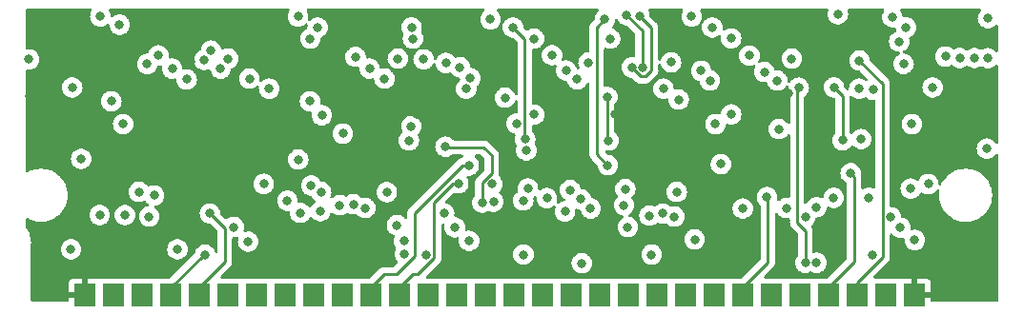
<source format=gbr>
%TF.GenerationSoftware,KiCad,Pcbnew,6.0.5+dfsg-1*%
%TF.CreationDate,2022-07-02T19:28:49+03:00*%
%TF.ProjectId,simm3016,73696d6d-3330-4313-962e-6b696361645f,2*%
%TF.SameCoordinates,Original*%
%TF.FileFunction,Copper,L2,Inr*%
%TF.FilePolarity,Positive*%
%FSLAX46Y46*%
G04 Gerber Fmt 4.6, Leading zero omitted, Abs format (unit mm)*
G04 Created by KiCad (PCBNEW 6.0.5+dfsg-1) date 2022-07-02 19:28:49*
%MOMM*%
%LPD*%
G01*
G04 APERTURE LIST*
%TA.AperFunction,ComponentPad*%
%ADD10R,1.900000X2.000000*%
%TD*%
%TA.AperFunction,ViaPad*%
%ADD11C,0.800000*%
%TD*%
%TA.AperFunction,Conductor*%
%ADD12C,0.250000*%
%TD*%
G04 APERTURE END LIST*
D10*
%TO.N,+5V*%
%TO.C,J1*%
X59940000Y-157030000D03*
%TO.N,/~{CAS}*%
X62480000Y-157030000D03*
%TO.N,/DQ0*%
X65020000Y-157030000D03*
%TO.N,/A0*%
X67560000Y-157030000D03*
%TO.N,/A1*%
X70100000Y-157030000D03*
%TO.N,/DQ1*%
X72640000Y-157030000D03*
%TO.N,/A2*%
X75180000Y-157030000D03*
%TO.N,/A3*%
X77720000Y-157030000D03*
%TO.N,GNDD*%
X80260000Y-157030000D03*
%TO.N,/DQ2*%
X82800000Y-157030000D03*
%TO.N,/A4*%
X85340000Y-157030000D03*
%TO.N,/A5*%
X87880000Y-157030000D03*
%TO.N,/DQ3*%
X90420000Y-157030000D03*
%TO.N,/A6*%
X92960000Y-157030000D03*
%TO.N,/A7*%
X95500000Y-157030000D03*
%TO.N,/DQ4*%
X98040000Y-157030000D03*
%TO.N,/A8*%
X100580000Y-157030000D03*
%TO.N,/A9*%
X103120000Y-157030000D03*
%TO.N,/A10*%
X105660000Y-157030000D03*
%TO.N,/DQ5*%
X108200000Y-157030000D03*
%TO.N,/~{WE}*%
X110740000Y-157030000D03*
%TO.N,GNDD*%
X113280000Y-157030000D03*
%TO.N,/DQ6*%
X115820000Y-157030000D03*
%TO.N,/A11*%
X118360000Y-157030000D03*
%TO.N,/DQ7*%
X120900000Y-157030000D03*
%TO.N,/QP*%
X123440000Y-157030000D03*
%TO.N,/~{RAS}*%
X125980000Y-157030000D03*
%TO.N,/~{CASP}*%
X128520000Y-157030000D03*
%TO.N,/DP*%
X131060000Y-157030000D03*
%TO.N,+5V*%
X133600000Y-157030000D03*
%TD*%
D11*
%TO.N,+5V*%
X60295000Y-152155000D03*
X107025000Y-140935000D03*
X138060000Y-143900000D03*
X97165000Y-146135000D03*
X100115000Y-152125000D03*
X71805000Y-140965000D03*
X140215000Y-139030000D03*
X55995000Y-144895000D03*
X119395000Y-152235000D03*
X69310000Y-136230000D03*
X89435000Y-140925000D03*
X78215000Y-146965000D03*
X54990000Y-139330000D03*
X122455989Y-139050000D03*
X118785000Y-147275000D03*
X95565000Y-154129500D03*
X79935000Y-152175000D03*
X124355000Y-140915000D03*
%TO.N,GNDD*%
X96115000Y-147135000D03*
X75825000Y-147115000D03*
X70530500Y-136090000D03*
X78885000Y-144955000D03*
X116415000Y-145355000D03*
X59605000Y-144885000D03*
X54965000Y-136030000D03*
X140135000Y-132375000D03*
X140125000Y-135925000D03*
X122715000Y-135969500D03*
X90015000Y-136030000D03*
X87725000Y-135969500D03*
X134836907Y-147125550D03*
X104660500Y-136321039D03*
X99135000Y-144135000D03*
X140040000Y-143980000D03*
X72665000Y-135969500D03*
X80037571Y-147265168D03*
%TO.N,/~{WE}*%
X104060000Y-154170000D03*
X63495000Y-149885000D03*
X93800500Y-138649500D03*
X82575489Y-149015489D03*
X76299500Y-138649500D03*
X123910497Y-154129500D03*
X128695000Y-138649500D03*
X111309500Y-138649500D03*
X58815000Y-138535000D03*
X77925000Y-148605000D03*
X123328537Y-138562491D03*
X61255000Y-149885000D03*
%TO.N,/~{RAS}*%
X104840000Y-149300000D03*
X79925000Y-139765000D03*
X112669011Y-139610000D03*
X106450000Y-143250498D03*
X83775000Y-148935000D03*
X97249502Y-139450000D03*
X124910000Y-154129500D03*
X106330000Y-139374000D03*
X80845000Y-149555000D03*
X127940000Y-146160000D03*
X62285000Y-139765000D03*
X128870000Y-143120000D03*
X129955000Y-138755000D03*
%TO.N,/A11*%
X65645000Y-150035498D03*
X129560000Y-148350000D03*
X86749511Y-147859511D03*
X99280000Y-147530000D03*
X112500000Y-147835500D03*
X120500500Y-148295000D03*
X80910500Y-147835000D03*
X126429500Y-148350000D03*
X103029989Y-147660489D03*
%TO.N,/A10*%
X133365000Y-141795000D03*
X66075000Y-148145000D03*
X107930000Y-147570500D03*
X80975000Y-141005000D03*
X115925000Y-141795000D03*
X98260500Y-141755902D03*
X63335000Y-141795000D03*
X133267299Y-147532701D03*
X88925000Y-141985000D03*
%TO.N,/A0*%
X99819502Y-140950000D03*
X82845000Y-142645000D03*
X88329500Y-153367701D03*
X90225000Y-153405000D03*
X98885000Y-153405000D03*
X117329502Y-140930000D03*
X96220000Y-148700000D03*
X110260000Y-153405000D03*
X135210000Y-138530000D03*
X70610000Y-153410000D03*
X129835000Y-153405000D03*
X98860000Y-148600000D03*
%TO.N,/A1*%
X91845000Y-149745000D03*
X111255000Y-149745000D03*
X84835000Y-149270500D03*
X131509500Y-150085000D03*
X71035000Y-149745000D03*
X123905000Y-150085000D03*
X102580000Y-149570000D03*
%TO.N,/A2*%
X124895000Y-149195000D03*
X87650000Y-150780000D03*
X112280500Y-150034855D03*
X132360000Y-151010000D03*
X108149500Y-150950969D03*
X73160000Y-150950000D03*
X92790000Y-150990000D03*
%TO.N,/A3*%
X74430000Y-152260000D03*
X114080000Y-152050000D03*
X110064500Y-149940000D03*
X107810000Y-149020000D03*
X133630000Y-152110000D03*
X94060000Y-152185000D03*
X88295000Y-152215000D03*
X121560000Y-142240000D03*
%TO.N,/A4*%
X138935000Y-135915000D03*
X86539511Y-137749511D03*
X121415000Y-137925000D03*
X94029502Y-145470000D03*
X74540489Y-137749511D03*
X68975000Y-137825000D03*
X94161880Y-137717615D03*
X115445000Y-137925000D03*
X103665000Y-137815000D03*
%TO.N,/A5*%
X120275000Y-137155000D03*
X93100000Y-147070000D03*
X114665000Y-137055000D03*
X67685000Y-136855000D03*
X93250000Y-136730000D03*
X85225000Y-136855000D03*
X102695000Y-137025000D03*
X71995000Y-136855000D03*
X137625000Y-135915000D03*
%TO.N,/A6*%
X111990000Y-136300000D03*
X71130000Y-135245000D03*
X132640489Y-136430500D03*
X91959989Y-143804511D03*
X136355000Y-135775000D03*
X83975000Y-135815000D03*
X66455000Y-135685000D03*
X92000000Y-136360000D03*
X101425000Y-135665000D03*
X118945000Y-135705000D03*
X95224602Y-148790491D03*
%TO.N,/A7*%
X132255000Y-134445000D03*
X117329502Y-134170000D03*
X65469500Y-136445000D03*
X99819502Y-134195000D03*
X106580498Y-134195000D03*
X89070498Y-134195000D03*
X79955000Y-134195000D03*
%TO.N,/A8*%
X97951951Y-133198049D03*
X88948049Y-133198049D03*
X99043831Y-143133224D03*
X132858049Y-133198049D03*
X109500000Y-136740000D03*
X108065533Y-132102863D03*
X115641951Y-133198049D03*
X63025000Y-132944000D03*
X88715000Y-143245000D03*
X80601951Y-133198049D03*
%TO.N,/A9*%
X106102068Y-132473538D03*
X95949502Y-132473549D03*
X106369502Y-145450000D03*
X78859500Y-132219500D03*
X61305000Y-132219500D03*
X131640000Y-132280000D03*
X126800000Y-132010000D03*
X113820500Y-132219500D03*
%TO.N,/~{CAS}*%
X64745000Y-147835500D03*
%TO.N,/DQ1*%
X58699051Y-152935000D03*
X68155000Y-152935000D03*
%TO.N,/DQ2*%
X79070000Y-149700000D03*
%TO.N,/DQ5*%
X100960500Y-148385000D03*
X103980000Y-148480000D03*
%TO.N,/DQ7*%
X122240000Y-149270000D03*
X109183634Y-132196366D03*
X118360000Y-149300000D03*
X108500558Y-136750980D03*
%TO.N,/DP*%
X127220000Y-143230000D03*
X126460000Y-138530000D03*
%TO.N,/~{CASP}*%
X128715000Y-136135000D03*
%TD*%
D12*
%TO.N,/~{WE}*%
X123910497Y-154129500D02*
X123910497Y-151300497D01*
X123910497Y-151300497D02*
X123180489Y-150570489D01*
X123328537Y-138562491D02*
X123180489Y-138710539D01*
X123180489Y-138710539D02*
X123180489Y-150570489D01*
%TO.N,/~{RAS}*%
X106300489Y-143100987D02*
X106300489Y-139403511D01*
X128250000Y-146470000D02*
X128250000Y-154060000D01*
X106300489Y-139403511D02*
X106330000Y-139374000D01*
X128250000Y-154060000D02*
X125980000Y-156330000D01*
X128250000Y-146470000D02*
X127940000Y-146160000D01*
X106450000Y-143250498D02*
X106300489Y-143100987D01*
%TO.N,/A11*%
X120595000Y-154085000D02*
X120595000Y-148389500D01*
X120595000Y-148389500D02*
X120500500Y-148295000D01*
X118360000Y-156320000D02*
X120595000Y-154085000D01*
%TO.N,/A0*%
X67560000Y-156330000D02*
X70480000Y-153410000D01*
X70610000Y-153410000D02*
X70480000Y-153410000D01*
%TO.N,/A1*%
X72365000Y-154065000D02*
X70100000Y-156330000D01*
X72365000Y-151075000D02*
X72365000Y-154065000D01*
X71035000Y-149745000D02*
X72365000Y-151075000D01*
%TO.N,/A4*%
X85340000Y-156330000D02*
X86515000Y-155155000D01*
X89210000Y-153555000D02*
X89210000Y-149700000D01*
X93440000Y-145470000D02*
X94029502Y-145470000D01*
X89210000Y-149700000D02*
X93440000Y-145470000D01*
X86515000Y-155155000D02*
X87610000Y-155155000D01*
X87610000Y-155155000D02*
X89210000Y-153555000D01*
%TO.N,/A5*%
X90949511Y-153720489D02*
X90949511Y-148760489D01*
X92640000Y-147070000D02*
X93100000Y-147070000D01*
X89515000Y-155155000D02*
X90949511Y-153720489D01*
X89055000Y-155155000D02*
X89515000Y-155155000D01*
X90949511Y-148760489D02*
X92640000Y-147070000D01*
X87880000Y-156330000D02*
X89055000Y-155155000D01*
%TO.N,/A6*%
X95350000Y-143880000D02*
X92035478Y-143880000D01*
X95224602Y-147000784D02*
X96060000Y-146165386D01*
X95224602Y-148790491D02*
X95224602Y-147000784D01*
X92035478Y-143880000D02*
X91959989Y-143804511D01*
X96060000Y-144590000D02*
X95350000Y-143880000D01*
X96060000Y-146165386D02*
X96060000Y-144590000D01*
%TO.N,/A8*%
X98985000Y-143165000D02*
X98985000Y-134231098D01*
X109460000Y-136400000D02*
X109460000Y-133497330D01*
X99016776Y-143133224D02*
X99043831Y-143133224D01*
X109460000Y-133497330D02*
X108065533Y-132102863D01*
X98985000Y-143165000D02*
X99016776Y-143133224D01*
X98985000Y-134231098D02*
X97951951Y-133198049D01*
%TO.N,/A9*%
X105385000Y-133190606D02*
X106102068Y-132473538D01*
X105385000Y-144465498D02*
X106369502Y-145450000D01*
X105385000Y-133190606D02*
X105385000Y-144465498D01*
%TO.N,/DQ7*%
X109704614Y-137560000D02*
X109390000Y-137560000D01*
X109183634Y-132196366D02*
X110224511Y-133237243D01*
X109295386Y-137560000D02*
X108500558Y-136765172D01*
X110224511Y-133237243D02*
X110224511Y-137040103D01*
X109390000Y-137560000D02*
X109295386Y-137560000D01*
X110224511Y-137040103D02*
X109704614Y-137560000D01*
X108500558Y-136765172D02*
X108500558Y-136750980D01*
%TO.N,/DP*%
X127220000Y-143230000D02*
X127220000Y-139290000D01*
X127220000Y-139290000D02*
X126460000Y-138530000D01*
%TO.N,/~{CASP}*%
X128520000Y-155890000D02*
X130785000Y-153625000D01*
X130785000Y-153625000D02*
X130785000Y-138205000D01*
X130785000Y-138205000D02*
X128715000Y-136135000D01*
X128520000Y-156330000D02*
X128520000Y-155890000D01*
%TD*%
%TA.AperFunction,Conductor*%
%TO.N,+5V*%
G36*
X60499014Y-131558502D02*
G01*
X60545507Y-131612158D01*
X60555611Y-131682432D01*
X60540013Y-131727498D01*
X60470473Y-131847944D01*
X60411458Y-132029572D01*
X60410768Y-132036133D01*
X60410768Y-132036135D01*
X60405952Y-132081959D01*
X60391496Y-132219500D01*
X60392186Y-132226065D01*
X60408530Y-132381565D01*
X60411458Y-132409428D01*
X60470473Y-132591056D01*
X60473776Y-132596778D01*
X60473777Y-132596779D01*
X60495318Y-132634089D01*
X60565960Y-132756444D01*
X60570378Y-132761351D01*
X60570379Y-132761352D01*
X60673258Y-132875611D01*
X60693747Y-132898366D01*
X60772448Y-132955546D01*
X60840772Y-133005186D01*
X60848248Y-133010618D01*
X60854276Y-133013302D01*
X60854278Y-133013303D01*
X61000593Y-133078446D01*
X61022712Y-133088294D01*
X61116113Y-133108147D01*
X61203056Y-133126628D01*
X61203061Y-133126628D01*
X61209513Y-133128000D01*
X61400487Y-133128000D01*
X61406939Y-133126628D01*
X61406944Y-133126628D01*
X61493887Y-133108147D01*
X61587288Y-133088294D01*
X61609407Y-133078446D01*
X61755722Y-133013303D01*
X61755724Y-133013302D01*
X61761752Y-133010618D01*
X61769229Y-133005186D01*
X61916253Y-132898366D01*
X61917988Y-132900753D01*
X61970409Y-132875611D01*
X62040860Y-132884391D01*
X62095381Y-132929866D01*
X62115994Y-132986798D01*
X62130691Y-133126628D01*
X62131458Y-133133928D01*
X62190473Y-133315556D01*
X62193776Y-133321278D01*
X62193777Y-133321279D01*
X62206731Y-133343715D01*
X62285960Y-133480944D01*
X62290378Y-133485851D01*
X62290379Y-133485852D01*
X62385029Y-133590971D01*
X62413747Y-133622866D01*
X62512843Y-133694864D01*
X62551334Y-133722829D01*
X62568248Y-133735118D01*
X62574276Y-133737802D01*
X62574278Y-133737803D01*
X62736681Y-133810109D01*
X62742712Y-133812794D01*
X62836112Y-133832647D01*
X62923056Y-133851128D01*
X62923061Y-133851128D01*
X62929513Y-133852500D01*
X63120487Y-133852500D01*
X63126939Y-133851128D01*
X63126944Y-133851128D01*
X63213888Y-133832647D01*
X63307288Y-133812794D01*
X63313319Y-133810109D01*
X63475722Y-133737803D01*
X63475724Y-133737802D01*
X63481752Y-133735118D01*
X63498667Y-133722829D01*
X63537157Y-133694864D01*
X63636253Y-133622866D01*
X63664971Y-133590971D01*
X63759621Y-133485852D01*
X63759622Y-133485851D01*
X63764040Y-133480944D01*
X63843269Y-133343715D01*
X63856223Y-133321279D01*
X63856224Y-133321278D01*
X63859527Y-133315556D01*
X63918542Y-133133928D01*
X63920227Y-133117901D01*
X63937814Y-132950565D01*
X63938504Y-132944000D01*
X63931651Y-132878794D01*
X63919232Y-132760635D01*
X63919232Y-132760633D01*
X63918542Y-132754072D01*
X63859527Y-132572444D01*
X63851399Y-132558365D01*
X63811618Y-132489463D01*
X63764040Y-132407056D01*
X63692753Y-132327883D01*
X63640675Y-132270045D01*
X63640674Y-132270044D01*
X63636253Y-132265134D01*
X63535091Y-132191635D01*
X63487094Y-132156763D01*
X63487093Y-132156762D01*
X63481752Y-132152882D01*
X63475724Y-132150198D01*
X63475722Y-132150197D01*
X63313319Y-132077891D01*
X63313318Y-132077891D01*
X63307288Y-132075206D01*
X63213887Y-132055353D01*
X63126944Y-132036872D01*
X63126939Y-132036872D01*
X63120487Y-132035500D01*
X62929513Y-132035500D01*
X62923061Y-132036872D01*
X62923056Y-132036872D01*
X62836113Y-132055353D01*
X62742712Y-132075206D01*
X62736682Y-132077891D01*
X62736681Y-132077891D01*
X62574278Y-132150197D01*
X62574276Y-132150198D01*
X62568248Y-132152882D01*
X62562907Y-132156762D01*
X62562906Y-132156763D01*
X62467521Y-132226065D01*
X62413747Y-132265134D01*
X62412012Y-132262747D01*
X62359591Y-132287889D01*
X62289140Y-132279109D01*
X62234619Y-132233634D01*
X62214006Y-132176702D01*
X62199232Y-132036134D01*
X62199231Y-132036131D01*
X62198542Y-132029572D01*
X62139527Y-131847944D01*
X62069988Y-131727499D01*
X62053250Y-131658505D01*
X62076470Y-131591413D01*
X62132277Y-131547526D01*
X62179107Y-131538500D01*
X77985393Y-131538500D01*
X78053514Y-131558502D01*
X78100007Y-131612158D01*
X78110111Y-131682432D01*
X78094513Y-131727498D01*
X78024973Y-131847944D01*
X77965958Y-132029572D01*
X77965268Y-132036133D01*
X77965268Y-132036135D01*
X77960452Y-132081959D01*
X77945996Y-132219500D01*
X77946686Y-132226065D01*
X77963030Y-132381565D01*
X77965958Y-132409428D01*
X78024973Y-132591056D01*
X78028276Y-132596778D01*
X78028277Y-132596779D01*
X78049818Y-132634089D01*
X78120460Y-132756444D01*
X78124878Y-132761351D01*
X78124879Y-132761352D01*
X78227758Y-132875611D01*
X78248247Y-132898366D01*
X78326948Y-132955546D01*
X78395272Y-133005186D01*
X78402748Y-133010618D01*
X78408776Y-133013302D01*
X78408778Y-133013303D01*
X78555093Y-133078446D01*
X78577212Y-133088294D01*
X78670613Y-133108147D01*
X78757556Y-133126628D01*
X78757561Y-133126628D01*
X78764013Y-133128000D01*
X78954987Y-133128000D01*
X78961439Y-133126628D01*
X78961444Y-133126628D01*
X79048387Y-133108147D01*
X79141788Y-133088294D01*
X79163907Y-133078446D01*
X79310222Y-133013303D01*
X79310224Y-133013302D01*
X79316252Y-133010618D01*
X79323729Y-133005186D01*
X79392052Y-132955546D01*
X79470753Y-132898366D01*
X79501739Y-132863952D01*
X79562184Y-132826714D01*
X79633168Y-132828066D01*
X79692153Y-132867580D01*
X79720410Y-132932711D01*
X79715207Y-132987198D01*
X79708409Y-133008121D01*
X79707719Y-133014682D01*
X79707719Y-133014684D01*
X79693993Y-133145280D01*
X79688447Y-133198049D01*
X79689137Y-133204613D01*
X79689137Y-133204616D01*
X79691042Y-133222743D01*
X79678269Y-133292581D01*
X79629766Y-133344427D01*
X79616981Y-133351019D01*
X79504278Y-133401197D01*
X79504276Y-133401198D01*
X79498248Y-133403882D01*
X79492907Y-133407762D01*
X79492906Y-133407763D01*
X79442843Y-133444136D01*
X79343747Y-133516134D01*
X79339326Y-133521044D01*
X79339325Y-133521045D01*
X79233322Y-133638774D01*
X79215960Y-133658056D01*
X79169918Y-133737803D01*
X79125830Y-133814166D01*
X79120473Y-133823444D01*
X79061458Y-134005072D01*
X79060768Y-134011633D01*
X79060768Y-134011635D01*
X79050937Y-134105177D01*
X79041496Y-134195000D01*
X79042186Y-134201565D01*
X79058141Y-134353365D01*
X79061458Y-134384928D01*
X79120473Y-134566556D01*
X79215960Y-134731944D01*
X79220378Y-134736851D01*
X79220379Y-134736852D01*
X79256078Y-134776500D01*
X79343747Y-134873866D01*
X79386371Y-134904834D01*
X79463839Y-134961118D01*
X79498248Y-134986118D01*
X79504276Y-134988802D01*
X79504278Y-134988803D01*
X79666679Y-135061108D01*
X79672712Y-135063794D01*
X79744655Y-135079086D01*
X79853056Y-135102128D01*
X79853061Y-135102128D01*
X79859513Y-135103500D01*
X80050487Y-135103500D01*
X80056939Y-135102128D01*
X80056944Y-135102128D01*
X80165345Y-135079086D01*
X80237288Y-135063794D01*
X80243321Y-135061108D01*
X80405722Y-134988803D01*
X80405724Y-134988802D01*
X80411752Y-134986118D01*
X80446162Y-134961118D01*
X80523629Y-134904834D01*
X80566253Y-134873866D01*
X80653922Y-134776500D01*
X80689621Y-134736852D01*
X80689622Y-134736851D01*
X80694040Y-134731944D01*
X80789527Y-134566556D01*
X80848542Y-134384928D01*
X80851860Y-134353365D01*
X80867814Y-134201565D01*
X80868504Y-134195000D01*
X80865909Y-134170306D01*
X80878682Y-134100468D01*
X80927185Y-134048622D01*
X80939970Y-134042030D01*
X81052673Y-133991852D01*
X81052675Y-133991851D01*
X81058703Y-133989167D01*
X81213204Y-133876915D01*
X81239046Y-133848215D01*
X81336572Y-133739901D01*
X81336573Y-133739900D01*
X81340991Y-133734993D01*
X81436478Y-133569605D01*
X81495493Y-133387977D01*
X81496184Y-133381408D01*
X81514765Y-133204614D01*
X81514765Y-133204613D01*
X81515455Y-133198049D01*
X88034545Y-133198049D01*
X88035235Y-133204613D01*
X88035235Y-133204614D01*
X88053817Y-133381408D01*
X88054507Y-133387977D01*
X88113522Y-133569605D01*
X88209009Y-133734993D01*
X88210558Y-133736714D01*
X88233884Y-133802078D01*
X88227923Y-133848212D01*
X88176956Y-134005072D01*
X88176266Y-134011633D01*
X88176266Y-134011635D01*
X88166435Y-134105177D01*
X88156994Y-134195000D01*
X88157684Y-134201565D01*
X88173639Y-134353365D01*
X88176956Y-134384928D01*
X88235971Y-134566556D01*
X88331458Y-134731944D01*
X88335876Y-134736851D01*
X88335877Y-134736852D01*
X88371576Y-134776500D01*
X88459245Y-134873866D01*
X88501869Y-134904834D01*
X88579337Y-134961118D01*
X88613746Y-134986118D01*
X88619774Y-134988802D01*
X88619776Y-134988803D01*
X88782177Y-135061108D01*
X88788210Y-135063794D01*
X88860153Y-135079086D01*
X88968554Y-135102128D01*
X88968559Y-135102128D01*
X88975011Y-135103500D01*
X89165985Y-135103500D01*
X89172437Y-135102128D01*
X89172442Y-135102128D01*
X89280843Y-135079086D01*
X89352786Y-135063794D01*
X89359062Y-135061000D01*
X89395371Y-135044834D01*
X89410653Y-135038030D01*
X89481020Y-135028596D01*
X89503008Y-135038892D01*
X89503043Y-135035215D01*
X89541994Y-134975857D01*
X89549535Y-134969927D01*
X89639127Y-134904834D01*
X89681751Y-134873866D01*
X89769420Y-134776500D01*
X89805119Y-134736852D01*
X89805120Y-134736851D01*
X89809538Y-134731944D01*
X89905025Y-134566556D01*
X89964040Y-134384928D01*
X89967358Y-134353365D01*
X89983312Y-134201565D01*
X89984002Y-134195000D01*
X89974561Y-134105177D01*
X89964730Y-134011635D01*
X89964730Y-134011633D01*
X89964040Y-134005072D01*
X89905025Y-133823444D01*
X89899669Y-133814166D01*
X89855580Y-133737803D01*
X89809538Y-133658056D01*
X89807989Y-133656335D01*
X89784663Y-133590971D01*
X89790624Y-133544837D01*
X89841591Y-133387977D01*
X89842282Y-133381408D01*
X89860863Y-133204614D01*
X89860863Y-133204613D01*
X89861553Y-133198049D01*
X89856007Y-133145280D01*
X89842281Y-133014684D01*
X89842281Y-133014682D01*
X89841591Y-133008121D01*
X89782576Y-132826493D01*
X89774966Y-132813311D01*
X89721442Y-132720606D01*
X89687089Y-132661105D01*
X89672332Y-132644715D01*
X89563724Y-132524094D01*
X89563720Y-132524090D01*
X89559302Y-132519183D01*
X89404801Y-132406931D01*
X89398773Y-132404247D01*
X89398771Y-132404246D01*
X89236368Y-132331940D01*
X89236367Y-132331940D01*
X89230337Y-132329255D01*
X89110163Y-132303711D01*
X89049993Y-132290921D01*
X89049988Y-132290921D01*
X89043536Y-132289549D01*
X88852562Y-132289549D01*
X88846110Y-132290921D01*
X88846105Y-132290921D01*
X88785935Y-132303711D01*
X88665761Y-132329255D01*
X88659731Y-132331940D01*
X88659730Y-132331940D01*
X88497327Y-132404246D01*
X88497325Y-132404247D01*
X88491297Y-132406931D01*
X88336796Y-132519183D01*
X88332378Y-132524090D01*
X88332374Y-132524094D01*
X88223767Y-132644715D01*
X88209009Y-132661105D01*
X88174656Y-132720606D01*
X88121133Y-132813311D01*
X88113522Y-132826493D01*
X88054507Y-133008121D01*
X88053817Y-133014682D01*
X88053817Y-133014684D01*
X88040091Y-133145280D01*
X88034545Y-133198049D01*
X81515455Y-133198049D01*
X81509909Y-133145280D01*
X81496183Y-133014684D01*
X81496183Y-133014682D01*
X81495493Y-133008121D01*
X81436478Y-132826493D01*
X81428868Y-132813311D01*
X81375344Y-132720606D01*
X81340991Y-132661105D01*
X81326234Y-132644715D01*
X81217626Y-132524094D01*
X81217622Y-132524090D01*
X81213204Y-132519183D01*
X81058703Y-132406931D01*
X81052675Y-132404247D01*
X81052673Y-132404246D01*
X80890270Y-132331940D01*
X80890269Y-132331940D01*
X80884239Y-132329255D01*
X80764065Y-132303711D01*
X80703895Y-132290921D01*
X80703890Y-132290921D01*
X80697438Y-132289549D01*
X80506464Y-132289549D01*
X80500012Y-132290921D01*
X80500007Y-132290921D01*
X80439837Y-132303711D01*
X80319663Y-132329255D01*
X80313633Y-132331940D01*
X80313632Y-132331940D01*
X80151229Y-132404246D01*
X80151227Y-132404247D01*
X80145199Y-132406931D01*
X79990698Y-132519183D01*
X79959712Y-132553597D01*
X79899267Y-132590835D01*
X79828283Y-132589483D01*
X79769298Y-132549969D01*
X79741041Y-132484838D01*
X79746244Y-132430351D01*
X79753042Y-132409428D01*
X79755971Y-132381565D01*
X79772314Y-132226065D01*
X79773004Y-132219500D01*
X79758548Y-132081959D01*
X79753732Y-132036135D01*
X79753732Y-132036133D01*
X79753042Y-132029572D01*
X79694027Y-131847944D01*
X79624488Y-131727499D01*
X79607750Y-131658505D01*
X79630970Y-131591413D01*
X79686777Y-131547526D01*
X79733607Y-131538500D01*
X95303067Y-131538500D01*
X95371188Y-131558502D01*
X95417681Y-131612158D01*
X95427785Y-131682432D01*
X95398291Y-131747012D01*
X95377130Y-131766434D01*
X95338249Y-131794683D01*
X95333828Y-131799593D01*
X95333827Y-131799594D01*
X95231775Y-131912935D01*
X95210462Y-131936605D01*
X95170144Y-132006438D01*
X95118286Y-132096259D01*
X95114975Y-132101993D01*
X95055960Y-132283621D01*
X95055270Y-132290182D01*
X95055270Y-132290184D01*
X95049817Y-132342069D01*
X95035998Y-132473549D01*
X95055960Y-132663477D01*
X95114975Y-132845105D01*
X95118278Y-132850827D01*
X95118279Y-132850828D01*
X95137399Y-132883944D01*
X95210462Y-133010493D01*
X95214880Y-133015400D01*
X95214881Y-133015401D01*
X95289748Y-133098549D01*
X95338249Y-133152415D01*
X95492750Y-133264667D01*
X95498778Y-133267351D01*
X95498780Y-133267352D01*
X95637000Y-133328891D01*
X95667214Y-133342343D01*
X95759551Y-133361970D01*
X95847558Y-133380677D01*
X95847563Y-133380677D01*
X95854015Y-133382049D01*
X96044989Y-133382049D01*
X96051441Y-133380677D01*
X96051446Y-133380677D01*
X96139453Y-133361970D01*
X96231790Y-133342343D01*
X96262004Y-133328891D01*
X96400224Y-133267352D01*
X96400226Y-133267351D01*
X96406254Y-133264667D01*
X96560755Y-133152415D01*
X96609256Y-133098549D01*
X96684123Y-133015401D01*
X96684124Y-133015400D01*
X96688542Y-133010493D01*
X96761605Y-132883944D01*
X96780725Y-132850828D01*
X96780726Y-132850827D01*
X96784029Y-132845105D01*
X96843044Y-132663477D01*
X96863006Y-132473549D01*
X96849187Y-132342069D01*
X96843734Y-132290184D01*
X96843734Y-132290182D01*
X96843044Y-132283621D01*
X96784029Y-132101993D01*
X96780719Y-132096259D01*
X96728860Y-132006438D01*
X96688542Y-131936605D01*
X96667230Y-131912935D01*
X96565177Y-131799594D01*
X96565176Y-131799593D01*
X96560755Y-131794683D01*
X96521875Y-131766435D01*
X96478522Y-131710214D01*
X96472446Y-131639478D01*
X96505578Y-131576686D01*
X96567398Y-131541775D01*
X96595937Y-131538500D01*
X105455617Y-131538500D01*
X105523738Y-131558502D01*
X105570231Y-131612158D01*
X105580335Y-131682432D01*
X105550841Y-131747012D01*
X105529681Y-131766434D01*
X105490815Y-131794672D01*
X105486394Y-131799582D01*
X105486393Y-131799583D01*
X105384331Y-131912935D01*
X105363028Y-131936594D01*
X105267541Y-132101982D01*
X105208526Y-132283610D01*
X105207836Y-132290171D01*
X105207836Y-132290173D01*
X105203446Y-132331940D01*
X105194951Y-132412774D01*
X105191161Y-132448830D01*
X105164148Y-132514487D01*
X105154946Y-132524755D01*
X104992747Y-132686954D01*
X104984461Y-132694494D01*
X104977982Y-132698606D01*
X104972557Y-132704383D01*
X104931357Y-132748257D01*
X104928602Y-132751099D01*
X104908865Y-132770836D01*
X104906385Y-132774033D01*
X104898682Y-132783053D01*
X104868414Y-132815285D01*
X104864595Y-132822231D01*
X104864593Y-132822234D01*
X104858652Y-132833040D01*
X104847801Y-132849559D01*
X104835386Y-132865565D01*
X104832241Y-132872834D01*
X104832238Y-132872838D01*
X104817826Y-132906143D01*
X104812609Y-132916793D01*
X104791305Y-132955546D01*
X104789334Y-132963221D01*
X104789334Y-132963222D01*
X104786267Y-132975168D01*
X104779863Y-132993872D01*
X104771819Y-133012461D01*
X104770580Y-133020284D01*
X104770577Y-133020294D01*
X104764901Y-133056130D01*
X104762495Y-133067750D01*
X104754588Y-133098549D01*
X104751500Y-133110576D01*
X104751500Y-133130830D01*
X104749949Y-133150540D01*
X104746780Y-133170549D01*
X104747526Y-133178441D01*
X104750941Y-133214567D01*
X104751500Y-133226425D01*
X104751500Y-135286539D01*
X104731498Y-135354660D01*
X104677842Y-135401153D01*
X104625500Y-135412539D01*
X104565013Y-135412539D01*
X104558561Y-135413911D01*
X104558556Y-135413911D01*
X104496236Y-135427158D01*
X104378212Y-135452245D01*
X104372182Y-135454930D01*
X104372181Y-135454930D01*
X104209778Y-135527236D01*
X104209776Y-135527237D01*
X104203748Y-135529921D01*
X104198407Y-135533801D01*
X104198406Y-135533802D01*
X104171371Y-135553444D01*
X104049247Y-135642173D01*
X104044826Y-135647083D01*
X104044825Y-135647084D01*
X103940404Y-135763056D01*
X103921460Y-135784095D01*
X103878148Y-135859114D01*
X103832094Y-135938882D01*
X103825973Y-135949483D01*
X103766958Y-136131111D01*
X103766268Y-136137672D01*
X103766268Y-136137674D01*
X103753003Y-136263882D01*
X103746996Y-136321039D01*
X103747686Y-136327604D01*
X103765882Y-136500726D01*
X103766958Y-136510967D01*
X103825973Y-136692595D01*
X103829276Y-136698317D01*
X103829277Y-136698318D01*
X103840352Y-136717500D01*
X103857090Y-136786495D01*
X103833870Y-136853587D01*
X103778063Y-136897474D01*
X103731233Y-136906500D01*
X103703295Y-136906500D01*
X103635174Y-136886498D01*
X103588681Y-136832842D01*
X103583462Y-136819437D01*
X103549096Y-136713671D01*
X103529527Y-136653444D01*
X103522462Y-136641206D01*
X103483371Y-136573500D01*
X103434040Y-136488056D01*
X103424735Y-136477721D01*
X103310675Y-136351045D01*
X103310674Y-136351044D01*
X103306253Y-136346134D01*
X103189348Y-136261197D01*
X103157094Y-136237763D01*
X103157093Y-136237762D01*
X103151752Y-136233882D01*
X103145724Y-136231198D01*
X103145722Y-136231197D01*
X102983319Y-136158891D01*
X102983318Y-136158891D01*
X102977288Y-136156206D01*
X102877522Y-136135000D01*
X102796944Y-136117872D01*
X102796939Y-136117872D01*
X102790487Y-136116500D01*
X102599513Y-136116500D01*
X102593061Y-136117872D01*
X102593056Y-136117872D01*
X102419871Y-136154684D01*
X102349080Y-136149282D01*
X102292447Y-136106465D01*
X102267954Y-136039827D01*
X102273841Y-135992504D01*
X102318542Y-135854928D01*
X102319851Y-135842480D01*
X102337814Y-135671565D01*
X102338504Y-135665000D01*
X102331456Y-135597944D01*
X102319232Y-135481635D01*
X102319232Y-135481633D01*
X102318542Y-135475072D01*
X102259527Y-135293444D01*
X102255541Y-135286539D01*
X102192431Y-135177230D01*
X102164040Y-135128056D01*
X102155846Y-135118955D01*
X102040675Y-134991045D01*
X102040674Y-134991044D01*
X102036253Y-134986134D01*
X101936807Y-134913882D01*
X101887094Y-134877763D01*
X101887093Y-134877762D01*
X101881752Y-134873882D01*
X101875724Y-134871198D01*
X101875722Y-134871197D01*
X101713319Y-134798891D01*
X101713318Y-134798891D01*
X101707288Y-134796206D01*
X101613888Y-134776353D01*
X101526944Y-134757872D01*
X101526939Y-134757872D01*
X101520487Y-134756500D01*
X101329513Y-134756500D01*
X101323061Y-134757872D01*
X101323056Y-134757872D01*
X101236112Y-134776353D01*
X101142712Y-134796206D01*
X101136682Y-134798891D01*
X101136681Y-134798891D01*
X100974278Y-134871197D01*
X100974276Y-134871198D01*
X100968248Y-134873882D01*
X100962907Y-134877762D01*
X100962906Y-134877763D01*
X100913193Y-134913882D01*
X100813747Y-134986134D01*
X100809326Y-134991044D01*
X100809325Y-134991045D01*
X100694155Y-135118955D01*
X100685960Y-135128056D01*
X100657569Y-135177230D01*
X100594460Y-135286539D01*
X100590473Y-135293444D01*
X100531458Y-135475072D01*
X100530768Y-135481633D01*
X100530768Y-135481635D01*
X100518544Y-135597944D01*
X100511496Y-135665000D01*
X100512186Y-135671565D01*
X100530150Y-135842480D01*
X100531458Y-135854928D01*
X100590473Y-136036556D01*
X100593776Y-136042278D01*
X100593777Y-136042279D01*
X100606250Y-136063882D01*
X100685960Y-136201944D01*
X100690378Y-136206851D01*
X100690379Y-136206852D01*
X100790786Y-136318365D01*
X100813747Y-136343866D01*
X100878953Y-136391241D01*
X100943910Y-136438435D01*
X100968248Y-136456118D01*
X100974276Y-136458802D01*
X100974278Y-136458803D01*
X101136681Y-136531109D01*
X101142712Y-136533794D01*
X101227903Y-136551902D01*
X101323056Y-136572128D01*
X101323061Y-136572128D01*
X101329513Y-136573500D01*
X101520487Y-136573500D01*
X101526939Y-136572128D01*
X101526944Y-136572128D01*
X101700129Y-136535316D01*
X101770920Y-136540718D01*
X101827553Y-136583535D01*
X101852046Y-136650173D01*
X101846159Y-136697496D01*
X101801458Y-136835072D01*
X101800768Y-136841633D01*
X101800768Y-136841635D01*
X101791441Y-136930378D01*
X101781496Y-137025000D01*
X101782186Y-137031565D01*
X101797342Y-137175763D01*
X101801458Y-137214928D01*
X101860473Y-137396556D01*
X101863776Y-137402278D01*
X101863777Y-137402279D01*
X101879693Y-137429846D01*
X101955960Y-137561944D01*
X101960378Y-137566851D01*
X101960379Y-137566852D01*
X102079325Y-137698955D01*
X102083747Y-137703866D01*
X102176662Y-137771373D01*
X102227112Y-137808027D01*
X102238248Y-137816118D01*
X102244276Y-137818802D01*
X102244278Y-137818803D01*
X102389872Y-137883625D01*
X102412712Y-137893794D01*
X102498816Y-137912096D01*
X102593056Y-137932128D01*
X102593061Y-137932128D01*
X102599513Y-137933500D01*
X102656705Y-137933500D01*
X102724826Y-137953502D01*
X102771319Y-138007158D01*
X102776538Y-138020563D01*
X102799464Y-138091122D01*
X102830473Y-138186556D01*
X102833776Y-138192278D01*
X102833777Y-138192279D01*
X102866433Y-138248841D01*
X102925960Y-138351944D01*
X102930378Y-138356851D01*
X102930379Y-138356852D01*
X103029442Y-138466873D01*
X103053747Y-138493866D01*
X103119399Y-138541565D01*
X103176267Y-138582882D01*
X103208248Y-138606118D01*
X103214276Y-138608802D01*
X103214278Y-138608803D01*
X103324802Y-138658011D01*
X103382712Y-138683794D01*
X103476113Y-138703647D01*
X103563056Y-138722128D01*
X103563061Y-138722128D01*
X103569513Y-138723500D01*
X103760487Y-138723500D01*
X103766939Y-138722128D01*
X103766944Y-138722128D01*
X103853887Y-138703647D01*
X103947288Y-138683794D01*
X104005198Y-138658011D01*
X104115722Y-138608803D01*
X104115724Y-138608802D01*
X104121752Y-138606118D01*
X104153734Y-138582882D01*
X104210601Y-138541565D01*
X104276253Y-138493866D01*
X104300558Y-138466873D01*
X104399621Y-138356852D01*
X104399622Y-138356851D01*
X104404040Y-138351944D01*
X104463567Y-138248841D01*
X104496223Y-138192279D01*
X104496224Y-138192278D01*
X104499527Y-138186556D01*
X104505667Y-138167659D01*
X104545740Y-138109053D01*
X104611137Y-138081416D01*
X104681094Y-138093523D01*
X104733400Y-138141529D01*
X104751500Y-138206595D01*
X104751500Y-144386731D01*
X104750973Y-144397914D01*
X104749298Y-144405407D01*
X104749547Y-144413333D01*
X104749547Y-144413334D01*
X104751438Y-144473484D01*
X104751500Y-144477443D01*
X104751500Y-144505354D01*
X104751997Y-144509288D01*
X104751997Y-144509289D01*
X104752005Y-144509354D01*
X104752938Y-144521191D01*
X104754327Y-144565387D01*
X104758581Y-144580029D01*
X104759978Y-144584837D01*
X104763987Y-144604198D01*
X104766526Y-144624295D01*
X104769445Y-144631666D01*
X104769445Y-144631668D01*
X104782804Y-144665410D01*
X104786649Y-144676640D01*
X104787929Y-144681045D01*
X104798982Y-144719091D01*
X104803015Y-144725910D01*
X104803017Y-144725915D01*
X104809293Y-144736526D01*
X104817988Y-144754274D01*
X104825448Y-144773115D01*
X104830110Y-144779531D01*
X104830110Y-144779532D01*
X104851436Y-144808885D01*
X104857952Y-144818805D01*
X104875688Y-144848794D01*
X104880458Y-144856860D01*
X104894779Y-144871181D01*
X104907619Y-144886214D01*
X104919528Y-144902605D01*
X104929009Y-144910448D01*
X104953605Y-144930796D01*
X104962384Y-144938786D01*
X105422380Y-145398782D01*
X105456406Y-145461094D01*
X105458594Y-145474703D01*
X105460922Y-145496852D01*
X105474788Y-145628774D01*
X105475960Y-145639928D01*
X105534975Y-145821556D01*
X105538278Y-145827278D01*
X105538279Y-145827279D01*
X105549651Y-145846975D01*
X105630462Y-145986944D01*
X105634880Y-145991851D01*
X105634881Y-145991852D01*
X105719104Y-146085391D01*
X105758249Y-146128866D01*
X105801101Y-146160000D01*
X105890789Y-146225162D01*
X105912750Y-146241118D01*
X105918778Y-146243802D01*
X105918780Y-146243803D01*
X106070164Y-146311203D01*
X106087214Y-146318794D01*
X106179043Y-146338313D01*
X106267558Y-146357128D01*
X106267563Y-146357128D01*
X106274015Y-146358500D01*
X106464989Y-146358500D01*
X106471441Y-146357128D01*
X106471446Y-146357128D01*
X106559961Y-146338313D01*
X106651790Y-146318794D01*
X106668840Y-146311203D01*
X106820224Y-146243803D01*
X106820226Y-146243802D01*
X106826254Y-146241118D01*
X106848216Y-146225162D01*
X106937903Y-146160000D01*
X106980755Y-146128866D01*
X107019900Y-146085391D01*
X107104123Y-145991852D01*
X107104124Y-145991851D01*
X107108542Y-145986944D01*
X107189353Y-145846975D01*
X107200725Y-145827279D01*
X107200726Y-145827278D01*
X107204029Y-145821556D01*
X107263044Y-145639928D01*
X107264217Y-145628774D01*
X107282316Y-145456565D01*
X107283006Y-145450000D01*
X107273021Y-145355000D01*
X115501496Y-145355000D01*
X115502186Y-145361565D01*
X115514078Y-145474707D01*
X115521458Y-145544928D01*
X115580473Y-145726556D01*
X115675960Y-145891944D01*
X115680378Y-145896851D01*
X115680379Y-145896852D01*
X115799325Y-146028955D01*
X115803747Y-146033866D01*
X115841183Y-146061065D01*
X115951789Y-146141425D01*
X115958248Y-146146118D01*
X115964276Y-146148802D01*
X115964278Y-146148803D01*
X116120646Y-146218422D01*
X116132712Y-146223794D01*
X116214215Y-146241118D01*
X116313056Y-146262128D01*
X116313061Y-146262128D01*
X116319513Y-146263500D01*
X116510487Y-146263500D01*
X116516939Y-146262128D01*
X116516944Y-146262128D01*
X116615785Y-146241118D01*
X116697288Y-146223794D01*
X116709354Y-146218422D01*
X116865722Y-146148803D01*
X116865724Y-146148802D01*
X116871752Y-146146118D01*
X116878212Y-146141425D01*
X116988817Y-146061065D01*
X117026253Y-146033866D01*
X117030675Y-146028955D01*
X117149621Y-145896852D01*
X117149622Y-145896851D01*
X117154040Y-145891944D01*
X117249527Y-145726556D01*
X117308542Y-145544928D01*
X117315923Y-145474707D01*
X117327814Y-145361565D01*
X117328504Y-145355000D01*
X117308542Y-145165072D01*
X117249527Y-144983444D01*
X117242380Y-144971064D01*
X117205771Y-144907656D01*
X117154040Y-144818056D01*
X117145846Y-144808955D01*
X117030675Y-144681045D01*
X117030674Y-144681044D01*
X117026253Y-144676134D01*
X116896692Y-144582002D01*
X116877094Y-144567763D01*
X116877093Y-144567762D01*
X116871752Y-144563882D01*
X116865724Y-144561198D01*
X116865722Y-144561197D01*
X116703319Y-144488891D01*
X116703318Y-144488891D01*
X116697288Y-144486206D01*
X116603888Y-144466353D01*
X116516944Y-144447872D01*
X116516939Y-144447872D01*
X116510487Y-144446500D01*
X116319513Y-144446500D01*
X116313061Y-144447872D01*
X116313056Y-144447872D01*
X116226112Y-144466353D01*
X116132712Y-144486206D01*
X116126682Y-144488891D01*
X116126681Y-144488891D01*
X115964278Y-144561197D01*
X115964276Y-144561198D01*
X115958248Y-144563882D01*
X115952907Y-144567762D01*
X115952906Y-144567763D01*
X115933308Y-144582002D01*
X115803747Y-144676134D01*
X115799326Y-144681044D01*
X115799325Y-144681045D01*
X115684155Y-144808955D01*
X115675960Y-144818056D01*
X115624229Y-144907656D01*
X115587621Y-144971064D01*
X115580473Y-144983444D01*
X115521458Y-145165072D01*
X115501496Y-145355000D01*
X107273021Y-145355000D01*
X107269371Y-145320271D01*
X107263734Y-145266635D01*
X107263734Y-145266633D01*
X107263044Y-145260072D01*
X107204029Y-145078444D01*
X107108542Y-144913056D01*
X107089192Y-144891565D01*
X106985177Y-144776045D01*
X106985176Y-144776044D01*
X106980755Y-144771134D01*
X106853782Y-144678882D01*
X106831596Y-144662763D01*
X106831595Y-144662762D01*
X106826254Y-144658882D01*
X106820226Y-144656198D01*
X106820224Y-144656197D01*
X106657821Y-144583891D01*
X106657820Y-144583891D01*
X106651790Y-144581206D01*
X106557656Y-144561197D01*
X106471446Y-144542872D01*
X106471441Y-144542872D01*
X106464989Y-144541500D01*
X106409097Y-144541500D01*
X106340976Y-144521498D01*
X106320002Y-144504595D01*
X106172583Y-144357176D01*
X106138557Y-144294864D01*
X106143622Y-144224049D01*
X106186169Y-144167213D01*
X106252689Y-144142402D01*
X106287874Y-144144834D01*
X106340628Y-144156047D01*
X106354513Y-144158998D01*
X106545487Y-144158998D01*
X106551939Y-144157626D01*
X106551944Y-144157626D01*
X106641922Y-144138500D01*
X106732288Y-144119292D01*
X106738319Y-144116607D01*
X106900722Y-144044301D01*
X106900724Y-144044300D01*
X106906752Y-144041616D01*
X106914320Y-144036118D01*
X106971685Y-143994439D01*
X107061253Y-143929364D01*
X107065675Y-143924453D01*
X107184621Y-143792350D01*
X107184622Y-143792349D01*
X107189040Y-143787442D01*
X107284527Y-143622054D01*
X107343542Y-143440426D01*
X107345697Y-143419928D01*
X107362814Y-143257063D01*
X107363504Y-143250498D01*
X107350382Y-143125645D01*
X107344232Y-143067133D01*
X107344232Y-143067131D01*
X107343542Y-143060570D01*
X107284527Y-142878942D01*
X107272693Y-142858444D01*
X107216819Y-142761668D01*
X107189040Y-142713554D01*
X107181994Y-142705728D01*
X107065675Y-142576543D01*
X107065674Y-142576542D01*
X107061253Y-142571632D01*
X106985928Y-142516905D01*
X106942574Y-142460683D01*
X106933989Y-142414969D01*
X106933989Y-141795000D01*
X115011496Y-141795000D01*
X115012186Y-141801565D01*
X115029483Y-141966134D01*
X115031458Y-141984928D01*
X115090473Y-142166556D01*
X115093776Y-142172278D01*
X115093777Y-142172279D01*
X115098931Y-142181206D01*
X115185960Y-142331944D01*
X115313747Y-142473866D01*
X115468248Y-142586118D01*
X115474276Y-142588802D01*
X115474278Y-142588803D01*
X115636681Y-142661109D01*
X115642712Y-142663794D01*
X115715902Y-142679351D01*
X115823056Y-142702128D01*
X115823061Y-142702128D01*
X115829513Y-142703500D01*
X116020487Y-142703500D01*
X116026939Y-142702128D01*
X116026944Y-142702128D01*
X116134098Y-142679351D01*
X116207288Y-142663794D01*
X116213319Y-142661109D01*
X116375722Y-142588803D01*
X116375724Y-142588802D01*
X116381752Y-142586118D01*
X116536253Y-142473866D01*
X116664040Y-142331944D01*
X116751069Y-142181206D01*
X116756223Y-142172279D01*
X116756224Y-142172278D01*
X116759527Y-142166556D01*
X116818542Y-141984928D01*
X116820926Y-141962251D01*
X116829325Y-141882330D01*
X116856338Y-141816673D01*
X116914559Y-141776043D01*
X116985504Y-141773340D01*
X117005883Y-141780393D01*
X117041179Y-141796108D01*
X117041187Y-141796111D01*
X117047214Y-141798794D01*
X117131328Y-141816673D01*
X117227558Y-141837128D01*
X117227563Y-141837128D01*
X117234015Y-141838500D01*
X117424989Y-141838500D01*
X117431441Y-141837128D01*
X117431446Y-141837128D01*
X117527676Y-141816673D01*
X117611790Y-141798794D01*
X117620312Y-141795000D01*
X117780224Y-141723803D01*
X117780226Y-141723802D01*
X117786254Y-141721118D01*
X117940755Y-141608866D01*
X118050534Y-141486944D01*
X118064123Y-141471852D01*
X118064124Y-141471851D01*
X118068542Y-141466944D01*
X118164029Y-141301556D01*
X118223044Y-141119928D01*
X118227609Y-141076500D01*
X118242316Y-140936565D01*
X118243006Y-140930000D01*
X118230267Y-140808794D01*
X118223734Y-140746635D01*
X118223734Y-140746633D01*
X118223044Y-140740072D01*
X118164029Y-140558444D01*
X118160446Y-140552237D01*
X118074747Y-140403803D01*
X118068542Y-140393056D01*
X117986505Y-140301944D01*
X117945177Y-140256045D01*
X117945176Y-140256044D01*
X117940755Y-140251134D01*
X117804106Y-140151852D01*
X117791596Y-140142763D01*
X117791595Y-140142762D01*
X117786254Y-140138882D01*
X117780226Y-140136198D01*
X117780224Y-140136197D01*
X117617821Y-140063891D01*
X117617820Y-140063891D01*
X117611790Y-140061206D01*
X117517571Y-140041179D01*
X117431446Y-140022872D01*
X117431441Y-140022872D01*
X117424989Y-140021500D01*
X117234015Y-140021500D01*
X117227563Y-140022872D01*
X117227558Y-140022872D01*
X117141433Y-140041179D01*
X117047214Y-140061206D01*
X117041184Y-140063891D01*
X117041183Y-140063891D01*
X116878780Y-140136197D01*
X116878778Y-140136198D01*
X116872750Y-140138882D01*
X116867409Y-140142762D01*
X116867408Y-140142763D01*
X116854898Y-140151852D01*
X116718249Y-140251134D01*
X116713828Y-140256044D01*
X116713827Y-140256045D01*
X116672500Y-140301944D01*
X116590462Y-140393056D01*
X116584257Y-140403803D01*
X116498559Y-140552237D01*
X116494975Y-140558444D01*
X116435960Y-140740072D01*
X116427388Y-140821635D01*
X116425177Y-140842670D01*
X116398164Y-140908327D01*
X116339943Y-140948957D01*
X116268998Y-140951660D01*
X116248619Y-140944607D01*
X116213323Y-140928892D01*
X116213315Y-140928889D01*
X116207288Y-140926206D01*
X116113888Y-140906353D01*
X116026944Y-140887872D01*
X116026939Y-140887872D01*
X116020487Y-140886500D01*
X115829513Y-140886500D01*
X115823061Y-140887872D01*
X115823056Y-140887872D01*
X115736112Y-140906353D01*
X115642712Y-140926206D01*
X115636682Y-140928891D01*
X115636681Y-140928891D01*
X115474278Y-141001197D01*
X115474276Y-141001198D01*
X115468248Y-141003882D01*
X115313747Y-141116134D01*
X115309326Y-141121044D01*
X115309325Y-141121045D01*
X115242801Y-141194928D01*
X115185960Y-141258056D01*
X115182659Y-141263774D01*
X115121173Y-141370271D01*
X115090473Y-141423444D01*
X115031458Y-141605072D01*
X115030768Y-141611633D01*
X115030768Y-141611635D01*
X115013488Y-141776043D01*
X115011496Y-141795000D01*
X106933989Y-141795000D01*
X106933989Y-140109300D01*
X106953991Y-140041179D01*
X106966353Y-140024990D01*
X107064621Y-139915852D01*
X107064622Y-139915851D01*
X107069040Y-139910944D01*
X107164527Y-139745556D01*
X107223542Y-139563928D01*
X107224807Y-139551897D01*
X107242814Y-139380565D01*
X107243504Y-139374000D01*
X107238708Y-139328366D01*
X107224232Y-139190635D01*
X107224232Y-139190633D01*
X107223542Y-139184072D01*
X107164527Y-139002444D01*
X107150278Y-138977763D01*
X107105537Y-138900271D01*
X107069040Y-138837056D01*
X107050259Y-138816197D01*
X106945675Y-138700045D01*
X106945674Y-138700044D01*
X106941253Y-138695134D01*
X106878443Y-138649500D01*
X110395996Y-138649500D01*
X110396686Y-138656065D01*
X110414014Y-138820928D01*
X110415958Y-138839428D01*
X110474973Y-139021056D01*
X110478276Y-139026778D01*
X110478277Y-139026779D01*
X110502162Y-139068148D01*
X110570460Y-139186444D01*
X110574878Y-139191351D01*
X110574879Y-139191352D01*
X110610416Y-139230820D01*
X110698247Y-139328366D01*
X110779942Y-139387721D01*
X110843455Y-139433866D01*
X110852748Y-139440618D01*
X110858776Y-139443302D01*
X110858778Y-139443303D01*
X111020934Y-139515499D01*
X111027212Y-139518294D01*
X111120612Y-139538147D01*
X111207556Y-139556628D01*
X111207561Y-139556628D01*
X111214013Y-139558000D01*
X111404987Y-139558000D01*
X111411439Y-139556628D01*
X111411444Y-139556628D01*
X111585333Y-139519666D01*
X111585332Y-139519666D01*
X111591788Y-139518294D01*
X111594194Y-139517223D01*
X111663689Y-139515236D01*
X111724488Y-139551897D01*
X111755815Y-139615608D01*
X111756970Y-139623920D01*
X111775469Y-139799928D01*
X111834484Y-139981556D01*
X111837787Y-139987278D01*
X111837788Y-139987279D01*
X111858338Y-140022872D01*
X111929971Y-140146944D01*
X111934389Y-140151851D01*
X111934390Y-140151852D01*
X112017183Y-140243803D01*
X112057758Y-140288866D01*
X112109053Y-140326134D01*
X112201163Y-140393056D01*
X112212259Y-140401118D01*
X112218287Y-140403802D01*
X112218289Y-140403803D01*
X112380692Y-140476109D01*
X112386723Y-140478794D01*
X112480124Y-140498647D01*
X112567067Y-140517128D01*
X112567072Y-140517128D01*
X112573524Y-140518500D01*
X112764498Y-140518500D01*
X112770950Y-140517128D01*
X112770955Y-140517128D01*
X112857898Y-140498647D01*
X112951299Y-140478794D01*
X112957330Y-140476109D01*
X113119733Y-140403803D01*
X113119735Y-140403802D01*
X113125763Y-140401118D01*
X113136860Y-140393056D01*
X113228969Y-140326134D01*
X113280264Y-140288866D01*
X113320839Y-140243803D01*
X113403632Y-140151852D01*
X113403633Y-140151851D01*
X113408051Y-140146944D01*
X113479684Y-140022872D01*
X113500234Y-139987279D01*
X113500235Y-139987278D01*
X113503538Y-139981556D01*
X113562553Y-139799928D01*
X113570026Y-139728832D01*
X113581825Y-139616565D01*
X113582515Y-139610000D01*
X113576905Y-139556628D01*
X113563243Y-139426635D01*
X113563243Y-139426633D01*
X113562553Y-139420072D01*
X113503538Y-139238444D01*
X113497541Y-139228056D01*
X113427130Y-139106102D01*
X113408051Y-139073056D01*
X113318755Y-138973882D01*
X113284686Y-138936045D01*
X113284685Y-138936044D01*
X113280264Y-138931134D01*
X113162683Y-138845706D01*
X113131105Y-138822763D01*
X113131104Y-138822762D01*
X113125763Y-138818882D01*
X113119735Y-138816198D01*
X113119733Y-138816197D01*
X112957330Y-138743891D01*
X112957329Y-138743891D01*
X112951299Y-138741206D01*
X112852531Y-138720212D01*
X112770955Y-138702872D01*
X112770950Y-138702872D01*
X112764498Y-138701500D01*
X112573524Y-138701500D01*
X112567072Y-138702872D01*
X112567067Y-138702872D01*
X112433769Y-138731206D01*
X112386723Y-138741206D01*
X112384317Y-138742277D01*
X112314822Y-138744264D01*
X112254023Y-138707603D01*
X112222696Y-138643892D01*
X112221540Y-138635573D01*
X112219870Y-138619677D01*
X112209205Y-138518212D01*
X112203732Y-138466135D01*
X112203732Y-138466133D01*
X112203042Y-138459572D01*
X112144027Y-138277944D01*
X112048540Y-138112556D01*
X112041837Y-138105111D01*
X111925175Y-137975545D01*
X111925171Y-137975541D01*
X111920753Y-137970634D01*
X111800996Y-137883625D01*
X111771594Y-137862263D01*
X111771593Y-137862262D01*
X111766252Y-137858382D01*
X111760224Y-137855698D01*
X111760222Y-137855697D01*
X111597819Y-137783391D01*
X111597818Y-137783391D01*
X111591788Y-137780706D01*
X111475909Y-137756075D01*
X111411444Y-137742372D01*
X111411439Y-137742372D01*
X111404987Y-137741000D01*
X111214013Y-137741000D01*
X111207561Y-137742372D01*
X111207556Y-137742372D01*
X111143091Y-137756075D01*
X111027212Y-137780706D01*
X111021182Y-137783391D01*
X111021181Y-137783391D01*
X110858778Y-137855697D01*
X110858776Y-137855698D01*
X110852748Y-137858382D01*
X110847407Y-137862262D01*
X110847406Y-137862263D01*
X110818004Y-137883625D01*
X110698247Y-137970634D01*
X110693829Y-137975541D01*
X110693825Y-137975545D01*
X110577164Y-138105111D01*
X110570460Y-138112556D01*
X110474973Y-138277944D01*
X110415958Y-138459572D01*
X110415268Y-138466133D01*
X110415268Y-138466135D01*
X110407439Y-138540629D01*
X110395996Y-138649500D01*
X106878443Y-138649500D01*
X106820978Y-138607749D01*
X106792094Y-138586763D01*
X106792093Y-138586762D01*
X106786752Y-138582882D01*
X106780724Y-138580198D01*
X106780722Y-138580197D01*
X106618319Y-138507891D01*
X106618318Y-138507891D01*
X106612288Y-138505206D01*
X106518888Y-138485353D01*
X106431944Y-138466872D01*
X106431939Y-138466872D01*
X106425487Y-138465500D01*
X106234513Y-138465500D01*
X106228058Y-138466872D01*
X106228049Y-138466873D01*
X106170698Y-138479064D01*
X106099907Y-138473663D01*
X106043274Y-138430847D01*
X106018780Y-138364209D01*
X106018500Y-138355818D01*
X106018500Y-135133283D01*
X106038502Y-135065162D01*
X106092158Y-135018669D01*
X106162432Y-135008565D01*
X106195748Y-135018176D01*
X106292175Y-135061108D01*
X106292183Y-135061111D01*
X106298210Y-135063794D01*
X106370153Y-135079086D01*
X106478554Y-135102128D01*
X106478559Y-135102128D01*
X106485011Y-135103500D01*
X106675985Y-135103500D01*
X106682437Y-135102128D01*
X106682442Y-135102128D01*
X106790843Y-135079086D01*
X106862786Y-135063794D01*
X106868819Y-135061108D01*
X107031220Y-134988803D01*
X107031222Y-134988802D01*
X107037250Y-134986118D01*
X107071660Y-134961118D01*
X107149127Y-134904834D01*
X107191751Y-134873866D01*
X107279420Y-134776500D01*
X107315119Y-134736852D01*
X107315120Y-134736851D01*
X107319538Y-134731944D01*
X107415025Y-134566556D01*
X107474040Y-134384928D01*
X107477358Y-134353365D01*
X107493312Y-134201565D01*
X107494002Y-134195000D01*
X107484561Y-134105177D01*
X107474730Y-134011635D01*
X107474730Y-134011633D01*
X107474040Y-134005072D01*
X107415025Y-133823444D01*
X107409669Y-133814166D01*
X107365580Y-133737803D01*
X107319538Y-133658056D01*
X107302177Y-133638774D01*
X107196173Y-133521045D01*
X107196172Y-133521044D01*
X107191751Y-133516134D01*
X107092655Y-133444136D01*
X107042592Y-133407763D01*
X107042591Y-133407762D01*
X107037250Y-133403882D01*
X107031222Y-133401198D01*
X107031220Y-133401197D01*
X106868817Y-133328891D01*
X106868816Y-133328891D01*
X106862786Y-133326206D01*
X106856325Y-133324833D01*
X106856320Y-133324831D01*
X106819448Y-133316993D01*
X106756974Y-133283265D01*
X106722653Y-133221115D01*
X106727381Y-133150276D01*
X106752009Y-133109437D01*
X106836689Y-133015390D01*
X106836690Y-133015389D01*
X106841108Y-133010482D01*
X106901348Y-132906143D01*
X106933291Y-132850817D01*
X106933292Y-132850816D01*
X106936595Y-132845094D01*
X106995610Y-132663466D01*
X106996862Y-132651556D01*
X107008138Y-132544271D01*
X107035151Y-132478614D01*
X107093373Y-132437985D01*
X107164318Y-132435282D01*
X107225462Y-132471364D01*
X107242564Y-132494438D01*
X107326493Y-132639807D01*
X107330911Y-132644714D01*
X107330912Y-132644715D01*
X107447343Y-132774025D01*
X107454280Y-132781729D01*
X107532859Y-132838820D01*
X107595582Y-132884391D01*
X107608781Y-132893981D01*
X107614809Y-132896665D01*
X107614811Y-132896666D01*
X107777214Y-132968972D01*
X107783245Y-132971657D01*
X107875446Y-132991255D01*
X107963589Y-133009991D01*
X107963594Y-133009991D01*
X107970046Y-133011363D01*
X108025939Y-133011363D01*
X108094060Y-133031365D01*
X108115034Y-133048268D01*
X108789595Y-133722829D01*
X108823621Y-133785141D01*
X108826500Y-133811924D01*
X108826500Y-135735867D01*
X108806498Y-135803988D01*
X108752842Y-135850481D01*
X108682568Y-135860585D01*
X108674304Y-135859114D01*
X108602504Y-135843853D01*
X108602505Y-135843853D01*
X108596045Y-135842480D01*
X108405071Y-135842480D01*
X108398619Y-135843852D01*
X108398614Y-135843852D01*
X108311671Y-135862333D01*
X108218270Y-135882186D01*
X108212240Y-135884871D01*
X108212239Y-135884871D01*
X108049836Y-135957177D01*
X108049834Y-135957178D01*
X108043806Y-135959862D01*
X108038465Y-135963742D01*
X108038464Y-135963743D01*
X108019148Y-135977777D01*
X107889305Y-136072114D01*
X107884884Y-136077024D01*
X107884883Y-136077025D01*
X107772406Y-136201944D01*
X107761518Y-136214036D01*
X107737826Y-136255072D01*
X107701284Y-136318365D01*
X107666031Y-136379424D01*
X107607016Y-136561052D01*
X107606326Y-136567613D01*
X107606326Y-136567615D01*
X107593190Y-136692595D01*
X107587054Y-136750980D01*
X107587744Y-136757545D01*
X107606153Y-136932694D01*
X107607016Y-136940908D01*
X107666031Y-137122536D01*
X107761518Y-137287924D01*
X107765936Y-137292831D01*
X107765937Y-137292832D01*
X107873911Y-137412749D01*
X107889305Y-137429846D01*
X107934490Y-137462675D01*
X108035098Y-137535771D01*
X108043806Y-137542098D01*
X108049834Y-137544782D01*
X108049836Y-137544783D01*
X108174229Y-137600166D01*
X108218270Y-137619774D01*
X108311670Y-137639627D01*
X108398614Y-137658108D01*
X108398619Y-137658108D01*
X108405071Y-137659480D01*
X108446772Y-137659480D01*
X108514893Y-137679482D01*
X108535867Y-137696385D01*
X108791729Y-137952247D01*
X108799273Y-137960537D01*
X108803386Y-137967018D01*
X108809163Y-137972443D01*
X108853053Y-138013658D01*
X108855895Y-138016413D01*
X108875617Y-138036135D01*
X108878741Y-138038558D01*
X108878745Y-138038562D01*
X108878810Y-138038612D01*
X108887831Y-138046317D01*
X108920065Y-138076586D01*
X108927013Y-138080405D01*
X108927015Y-138080407D01*
X108937818Y-138086346D01*
X108954345Y-138097202D01*
X108964084Y-138104757D01*
X108964086Y-138104758D01*
X108970346Y-138109614D01*
X109010926Y-138127174D01*
X109021574Y-138132391D01*
X109046362Y-138146018D01*
X109060326Y-138153695D01*
X109068002Y-138155666D01*
X109068005Y-138155667D01*
X109079948Y-138158733D01*
X109098652Y-138165137D01*
X109109264Y-138169729D01*
X109117241Y-138173181D01*
X109125064Y-138174420D01*
X109125074Y-138174423D01*
X109160910Y-138180099D01*
X109172530Y-138182505D01*
X109207675Y-138191528D01*
X109215356Y-138193500D01*
X109235610Y-138193500D01*
X109255320Y-138195051D01*
X109275329Y-138198220D01*
X109283221Y-138197474D01*
X109301966Y-138195702D01*
X109319348Y-138194059D01*
X109331205Y-138193500D01*
X109625847Y-138193500D01*
X109637030Y-138194027D01*
X109644523Y-138195702D01*
X109652449Y-138195453D01*
X109652450Y-138195453D01*
X109712600Y-138193562D01*
X109716559Y-138193500D01*
X109744470Y-138193500D01*
X109748405Y-138193003D01*
X109748470Y-138192995D01*
X109760307Y-138192062D01*
X109792565Y-138191048D01*
X109796584Y-138190922D01*
X109804503Y-138190673D01*
X109823957Y-138185021D01*
X109843314Y-138181013D01*
X109855544Y-138179468D01*
X109855545Y-138179468D01*
X109863411Y-138178474D01*
X109870782Y-138175555D01*
X109870784Y-138175555D01*
X109904526Y-138162196D01*
X109915756Y-138158351D01*
X109950597Y-138148229D01*
X109950598Y-138148229D01*
X109958207Y-138146018D01*
X109965026Y-138141985D01*
X109965031Y-138141983D01*
X109975642Y-138135707D01*
X109993390Y-138127012D01*
X110012231Y-138119552D01*
X110018797Y-138114782D01*
X110048001Y-138093564D01*
X110057921Y-138087048D01*
X110089149Y-138068580D01*
X110089152Y-138068578D01*
X110095976Y-138064542D01*
X110110297Y-138050221D01*
X110125331Y-138037380D01*
X110127045Y-138036135D01*
X110141721Y-138025472D01*
X110169912Y-137991395D01*
X110177902Y-137982616D01*
X110616758Y-137543760D01*
X110625048Y-137536216D01*
X110631529Y-137532103D01*
X110678170Y-137482435D01*
X110680924Y-137479594D01*
X110700645Y-137459873D01*
X110703123Y-137456678D01*
X110710829Y-137447656D01*
X110730643Y-137426556D01*
X110741097Y-137415424D01*
X110747402Y-137403955D01*
X110750857Y-137397671D01*
X110761710Y-137381148D01*
X110769264Y-137371409D01*
X110774124Y-137365144D01*
X110791687Y-137324560D01*
X110796894Y-137313930D01*
X110818206Y-137275163D01*
X110820177Y-137267486D01*
X110820179Y-137267481D01*
X110823243Y-137255545D01*
X110829649Y-137236833D01*
X110829959Y-137236118D01*
X110837692Y-137218248D01*
X110839258Y-137208365D01*
X110844608Y-137174584D01*
X110847015Y-137162963D01*
X110856039Y-137127814D01*
X110856039Y-137127813D01*
X110858011Y-137120133D01*
X110858011Y-137099872D01*
X110859562Y-137080161D01*
X110860292Y-137075556D01*
X110862730Y-137060160D01*
X110858570Y-137016149D01*
X110858011Y-137004292D01*
X110858011Y-136551596D01*
X110878013Y-136483475D01*
X110931669Y-136436982D01*
X111001943Y-136426878D01*
X111066523Y-136456372D01*
X111103844Y-136512658D01*
X111155473Y-136671556D01*
X111158776Y-136677278D01*
X111158777Y-136677279D01*
X111235143Y-136809549D01*
X111250960Y-136836944D01*
X111255378Y-136841851D01*
X111255379Y-136841852D01*
X111372236Y-136971635D01*
X111378747Y-136978866D01*
X111460640Y-137038365D01*
X111488892Y-137058891D01*
X111533248Y-137091118D01*
X111539276Y-137093802D01*
X111539278Y-137093803D01*
X111674041Y-137153803D01*
X111707712Y-137168794D01*
X111790490Y-137186389D01*
X111888056Y-137207128D01*
X111888061Y-137207128D01*
X111894513Y-137208500D01*
X112085487Y-137208500D01*
X112091939Y-137207128D01*
X112091944Y-137207128D01*
X112189510Y-137186389D01*
X112272288Y-137168794D01*
X112305959Y-137153803D01*
X112440722Y-137093803D01*
X112440724Y-137093802D01*
X112446752Y-137091118D01*
X112491109Y-137058891D01*
X112496464Y-137055000D01*
X113751496Y-137055000D01*
X113752186Y-137061565D01*
X113770129Y-137232279D01*
X113771458Y-137244928D01*
X113830473Y-137426556D01*
X113833776Y-137432278D01*
X113833777Y-137432279D01*
X113849625Y-137459729D01*
X113925960Y-137591944D01*
X113930378Y-137596851D01*
X113930379Y-137596852D01*
X114044678Y-137723794D01*
X114053747Y-137733866D01*
X114123140Y-137784283D01*
X114191385Y-137833866D01*
X114208248Y-137846118D01*
X114214276Y-137848802D01*
X114214278Y-137848803D01*
X114369148Y-137917755D01*
X114382712Y-137923794D01*
X114430596Y-137933972D01*
X114445222Y-137937081D01*
X114507695Y-137970810D01*
X114542017Y-138032959D01*
X114544335Y-138047157D01*
X114549627Y-138097503D01*
X114551458Y-138114928D01*
X114553498Y-138121205D01*
X114553498Y-138121207D01*
X114578279Y-138197474D01*
X114610473Y-138296556D01*
X114705960Y-138461944D01*
X114710378Y-138466851D01*
X114710379Y-138466852D01*
X114812435Y-138580197D01*
X114833747Y-138603866D01*
X114932843Y-138675864D01*
X114970017Y-138702872D01*
X114988248Y-138716118D01*
X114994276Y-138718802D01*
X114994278Y-138718803D01*
X115156681Y-138791109D01*
X115162712Y-138793794D01*
X115256113Y-138813647D01*
X115343056Y-138832128D01*
X115343061Y-138832128D01*
X115349513Y-138833500D01*
X115540487Y-138833500D01*
X115546939Y-138832128D01*
X115546944Y-138832128D01*
X115633887Y-138813647D01*
X115727288Y-138793794D01*
X115733319Y-138791109D01*
X115895722Y-138718803D01*
X115895724Y-138718802D01*
X115901752Y-138716118D01*
X115919984Y-138702872D01*
X115957157Y-138675864D01*
X116056253Y-138603866D01*
X116077565Y-138580197D01*
X116179621Y-138466852D01*
X116179622Y-138466851D01*
X116184040Y-138461944D01*
X116279527Y-138296556D01*
X116338542Y-138114928D01*
X116340374Y-138097503D01*
X116357814Y-137931565D01*
X116358504Y-137925000D01*
X116350799Y-137851693D01*
X116339232Y-137741635D01*
X116339232Y-137741633D01*
X116338542Y-137735072D01*
X116279527Y-137553444D01*
X116272977Y-137542098D01*
X116225504Y-137459873D01*
X116184040Y-137388056D01*
X116145208Y-137344928D01*
X116060675Y-137251045D01*
X116060674Y-137251044D01*
X116056253Y-137246134D01*
X115949698Y-137168717D01*
X115907094Y-137137763D01*
X115907093Y-137137762D01*
X115901752Y-137133882D01*
X115895724Y-137131198D01*
X115895722Y-137131197D01*
X115733319Y-137058891D01*
X115733318Y-137058891D01*
X115727288Y-137056206D01*
X115667511Y-137043500D01*
X115664778Y-137042919D01*
X115602305Y-137009190D01*
X115567983Y-136947041D01*
X115565665Y-136932843D01*
X115559232Y-136871636D01*
X115559232Y-136871635D01*
X115558542Y-136865072D01*
X115555270Y-136855000D01*
X115514654Y-136730000D01*
X115499527Y-136683444D01*
X115492888Y-136671944D01*
X115459145Y-136613500D01*
X115404040Y-136518056D01*
X115398839Y-136512279D01*
X115280675Y-136381045D01*
X115280674Y-136381044D01*
X115276253Y-136376134D01*
X115150590Y-136284834D01*
X115127094Y-136267763D01*
X115127093Y-136267762D01*
X115121752Y-136263882D01*
X115115724Y-136261198D01*
X115115722Y-136261197D01*
X114953319Y-136188891D01*
X114953318Y-136188891D01*
X114947288Y-136186206D01*
X114850844Y-136165706D01*
X114766944Y-136147872D01*
X114766939Y-136147872D01*
X114760487Y-136146500D01*
X114569513Y-136146500D01*
X114563061Y-136147872D01*
X114563056Y-136147872D01*
X114479156Y-136165706D01*
X114382712Y-136186206D01*
X114376682Y-136188891D01*
X114376681Y-136188891D01*
X114214278Y-136261197D01*
X114214276Y-136261198D01*
X114208248Y-136263882D01*
X114202907Y-136267762D01*
X114202906Y-136267763D01*
X114179410Y-136284834D01*
X114053747Y-136376134D01*
X114049326Y-136381044D01*
X114049325Y-136381045D01*
X113931162Y-136512279D01*
X113925960Y-136518056D01*
X113870855Y-136613500D01*
X113837113Y-136671944D01*
X113830473Y-136683444D01*
X113771458Y-136865072D01*
X113770768Y-136871633D01*
X113770768Y-136871635D01*
X113756311Y-137009190D01*
X113751496Y-137055000D01*
X112496464Y-137055000D01*
X112519360Y-137038365D01*
X112601253Y-136978866D01*
X112607764Y-136971635D01*
X112724621Y-136841852D01*
X112724622Y-136841851D01*
X112729040Y-136836944D01*
X112744857Y-136809549D01*
X112821223Y-136677279D01*
X112821224Y-136677278D01*
X112824527Y-136671556D01*
X112883542Y-136489928D01*
X112885923Y-136467279D01*
X112902814Y-136306565D01*
X112903504Y-136300000D01*
X112891400Y-136184834D01*
X112884232Y-136116635D01*
X112884232Y-136116633D01*
X112883542Y-136110072D01*
X112824527Y-135928444D01*
X112818283Y-135917628D01*
X112785705Y-135861203D01*
X112729040Y-135763056D01*
X112724237Y-135757721D01*
X112605675Y-135626045D01*
X112605674Y-135626044D01*
X112601253Y-135621134D01*
X112466696Y-135523372D01*
X112452094Y-135512763D01*
X112452093Y-135512762D01*
X112446752Y-135508882D01*
X112440724Y-135506198D01*
X112440722Y-135506197D01*
X112278319Y-135433891D01*
X112278318Y-135433891D01*
X112272288Y-135431206D01*
X112171247Y-135409729D01*
X112091944Y-135392872D01*
X112091939Y-135392872D01*
X112085487Y-135391500D01*
X111894513Y-135391500D01*
X111888061Y-135392872D01*
X111888056Y-135392872D01*
X111808753Y-135409729D01*
X111707712Y-135431206D01*
X111701682Y-135433891D01*
X111701681Y-135433891D01*
X111539278Y-135506197D01*
X111539276Y-135506198D01*
X111533248Y-135508882D01*
X111527907Y-135512762D01*
X111527906Y-135512763D01*
X111513304Y-135523372D01*
X111378747Y-135621134D01*
X111374326Y-135626044D01*
X111374325Y-135626045D01*
X111255764Y-135757721D01*
X111250960Y-135763056D01*
X111194295Y-135861203D01*
X111161718Y-135917628D01*
X111155473Y-135928444D01*
X111108792Y-136072114D01*
X111103844Y-136087341D01*
X111063770Y-136145946D01*
X110998374Y-136173583D01*
X110928417Y-136161476D01*
X110876111Y-136113470D01*
X110858011Y-136048404D01*
X110858011Y-133316006D01*
X110858538Y-133304822D01*
X110860212Y-133297334D01*
X110859872Y-133286500D01*
X110858073Y-133229276D01*
X110858011Y-133225318D01*
X110858011Y-133198049D01*
X114728447Y-133198049D01*
X114729137Y-133204613D01*
X114729137Y-133204614D01*
X114747719Y-133381408D01*
X114748409Y-133387977D01*
X114807424Y-133569605D01*
X114902911Y-133734993D01*
X114907329Y-133739900D01*
X114907330Y-133739901D01*
X115004856Y-133848215D01*
X115030698Y-133876915D01*
X115185199Y-133989167D01*
X115191227Y-133991851D01*
X115191229Y-133991852D01*
X115352318Y-134063573D01*
X115359663Y-134066843D01*
X115420287Y-134079729D01*
X115540007Y-134105177D01*
X115540012Y-134105177D01*
X115546464Y-134106549D01*
X115737438Y-134106549D01*
X115743890Y-134105177D01*
X115743895Y-134105177D01*
X115863615Y-134079729D01*
X115924239Y-134066843D01*
X115931584Y-134063573D01*
X116092673Y-133991852D01*
X116092675Y-133991851D01*
X116098703Y-133989167D01*
X116233857Y-133890972D01*
X116300723Y-133867114D01*
X116369875Y-133883194D01*
X116419355Y-133934108D01*
X116433227Y-134006078D01*
X116415998Y-134170000D01*
X116416688Y-134176565D01*
X116433498Y-134336500D01*
X116435960Y-134359928D01*
X116494975Y-134541556D01*
X116498278Y-134547278D01*
X116498279Y-134547279D01*
X116512713Y-134572279D01*
X116590462Y-134706944D01*
X116594880Y-134711851D01*
X116594881Y-134711852D01*
X116706850Y-134836206D01*
X116718249Y-134848866D01*
X116872750Y-134961118D01*
X116878778Y-134963802D01*
X116878780Y-134963803D01*
X117029809Y-135031045D01*
X117047214Y-135038794D01*
X117122676Y-135054834D01*
X117227558Y-135077128D01*
X117227563Y-135077128D01*
X117234015Y-135078500D01*
X117424989Y-135078500D01*
X117431441Y-135077128D01*
X117431446Y-135077128D01*
X117536328Y-135054834D01*
X117611790Y-135038794D01*
X117629195Y-135031045D01*
X117780224Y-134963803D01*
X117780226Y-134963802D01*
X117786254Y-134961118D01*
X117940755Y-134848866D01*
X117952154Y-134836206D01*
X118064123Y-134711852D01*
X118064124Y-134711851D01*
X118068542Y-134706944D01*
X118146291Y-134572279D01*
X118160725Y-134547279D01*
X118160726Y-134547278D01*
X118164029Y-134541556D01*
X118223044Y-134359928D01*
X118225507Y-134336500D01*
X118242316Y-134176565D01*
X118243006Y-134170000D01*
X118229479Y-134041296D01*
X118223734Y-133986635D01*
X118223734Y-133986633D01*
X118223044Y-133980072D01*
X118164029Y-133798444D01*
X118157882Y-133787796D01*
X118082850Y-133657838D01*
X118068542Y-133633056D01*
X118020299Y-133579476D01*
X117945177Y-133496045D01*
X117945176Y-133496044D01*
X117940755Y-133491134D01*
X117826005Y-133407763D01*
X117791596Y-133382763D01*
X117791595Y-133382762D01*
X117786254Y-133378882D01*
X117780226Y-133376198D01*
X117780224Y-133376197D01*
X117617821Y-133303891D01*
X117617820Y-133303891D01*
X117611790Y-133301206D01*
X117518390Y-133281353D01*
X117431446Y-133262872D01*
X117431441Y-133262872D01*
X117424989Y-133261500D01*
X117234015Y-133261500D01*
X117227563Y-133262872D01*
X117227558Y-133262872D01*
X117140614Y-133281353D01*
X117047214Y-133301206D01*
X117041184Y-133303891D01*
X117041183Y-133303891D01*
X116878780Y-133376197D01*
X116878778Y-133376198D01*
X116872750Y-133378882D01*
X116867409Y-133382762D01*
X116867408Y-133382763D01*
X116832999Y-133407763D01*
X116740145Y-133475226D01*
X116737597Y-133477077D01*
X116670730Y-133500935D01*
X116601578Y-133484855D01*
X116552098Y-133433941D01*
X116538226Y-133361970D01*
X116542130Y-133324834D01*
X116555455Y-133198049D01*
X116549909Y-133145280D01*
X116536183Y-133014684D01*
X116536183Y-133014682D01*
X116535493Y-133008121D01*
X116476478Y-132826493D01*
X116468868Y-132813311D01*
X116415344Y-132720606D01*
X116380991Y-132661105D01*
X116366234Y-132644715D01*
X116257626Y-132524094D01*
X116257622Y-132524090D01*
X116253204Y-132519183D01*
X116098703Y-132406931D01*
X116092675Y-132404247D01*
X116092673Y-132404246D01*
X115930270Y-132331940D01*
X115930269Y-132331940D01*
X115924239Y-132329255D01*
X115804065Y-132303711D01*
X115743895Y-132290921D01*
X115743890Y-132290921D01*
X115737438Y-132289549D01*
X115546464Y-132289549D01*
X115540012Y-132290921D01*
X115540007Y-132290921D01*
X115479837Y-132303711D01*
X115359663Y-132329255D01*
X115353633Y-132331940D01*
X115353632Y-132331940D01*
X115191229Y-132404246D01*
X115191227Y-132404247D01*
X115185199Y-132406931D01*
X115030698Y-132519183D01*
X115026280Y-132524090D01*
X115026276Y-132524094D01*
X114917669Y-132644715D01*
X114902911Y-132661105D01*
X114883375Y-132694943D01*
X114882220Y-132696943D01*
X114830838Y-132745936D01*
X114808791Y-132750185D01*
X114811798Y-132813311D01*
X114807318Y-132826459D01*
X114807424Y-132826493D01*
X114748409Y-133008121D01*
X114747719Y-133014682D01*
X114747719Y-133014684D01*
X114733993Y-133145280D01*
X114728447Y-133198049D01*
X110858011Y-133198049D01*
X110858011Y-133197387D01*
X110857505Y-133193381D01*
X110856572Y-133181535D01*
X110855433Y-133145280D01*
X110855184Y-133137353D01*
X110849533Y-133117901D01*
X110845525Y-133098549D01*
X110843979Y-133086311D01*
X110843978Y-133086309D01*
X110842985Y-133078446D01*
X110826705Y-133037329D01*
X110822870Y-133026128D01*
X110810529Y-132983649D01*
X110806496Y-132976830D01*
X110806494Y-132976825D01*
X110800218Y-132966214D01*
X110791521Y-132948464D01*
X110784063Y-132929626D01*
X110775980Y-132918500D01*
X110758083Y-132893868D01*
X110751564Y-132883944D01*
X110733089Y-132852703D01*
X110733085Y-132852698D01*
X110729053Y-132845880D01*
X110714729Y-132831556D01*
X110701887Y-132816521D01*
X110698040Y-132811226D01*
X110689983Y-132800136D01*
X110655917Y-132771954D01*
X110647138Y-132763965D01*
X110130756Y-132247583D01*
X110096730Y-132185271D01*
X110094541Y-132171658D01*
X110092286Y-132150197D01*
X110085306Y-132083794D01*
X110077866Y-132013001D01*
X110077866Y-132012999D01*
X110077176Y-132006438D01*
X110018161Y-131824810D01*
X109961979Y-131727500D01*
X109945241Y-131658505D01*
X109968461Y-131591413D01*
X110024268Y-131547526D01*
X110071098Y-131538500D01*
X112946393Y-131538500D01*
X113014514Y-131558502D01*
X113061007Y-131612158D01*
X113071111Y-131682432D01*
X113055513Y-131727498D01*
X112985973Y-131847944D01*
X112926958Y-132029572D01*
X112926268Y-132036133D01*
X112926268Y-132036135D01*
X112921452Y-132081959D01*
X112906996Y-132219500D01*
X112907686Y-132226065D01*
X112924030Y-132381565D01*
X112926958Y-132409428D01*
X112985973Y-132591056D01*
X112989276Y-132596778D01*
X112989277Y-132596779D01*
X113010818Y-132634089D01*
X113081460Y-132756444D01*
X113085878Y-132761351D01*
X113085879Y-132761352D01*
X113188758Y-132875611D01*
X113209247Y-132898366D01*
X113287948Y-132955546D01*
X113356272Y-133005186D01*
X113363748Y-133010618D01*
X113369776Y-133013302D01*
X113369778Y-133013303D01*
X113516093Y-133078446D01*
X113538212Y-133088294D01*
X113631613Y-133108147D01*
X113718556Y-133126628D01*
X113718561Y-133126628D01*
X113725013Y-133128000D01*
X113915987Y-133128000D01*
X113922439Y-133126628D01*
X113922444Y-133126628D01*
X114009387Y-133108147D01*
X114102788Y-133088294D01*
X114124907Y-133078446D01*
X114271222Y-133013303D01*
X114271224Y-133013302D01*
X114277252Y-133010618D01*
X114284729Y-133005186D01*
X114353052Y-132955546D01*
X114431753Y-132898366D01*
X114452242Y-132875611D01*
X114555121Y-132761352D01*
X114555122Y-132761351D01*
X114559540Y-132756444D01*
X114580231Y-132720606D01*
X114631613Y-132671613D01*
X114653660Y-132667364D01*
X114650653Y-132604238D01*
X114655133Y-132591090D01*
X114655027Y-132591056D01*
X114689540Y-132484838D01*
X114714042Y-132409428D01*
X114716971Y-132381565D01*
X114733314Y-132226065D01*
X114734004Y-132219500D01*
X114719548Y-132081959D01*
X114714732Y-132036135D01*
X114714732Y-132036133D01*
X114714042Y-132029572D01*
X114655027Y-131847944D01*
X114585488Y-131727499D01*
X114568750Y-131658505D01*
X114591970Y-131591413D01*
X114647777Y-131547526D01*
X114694607Y-131538500D01*
X125824523Y-131538500D01*
X125892644Y-131558502D01*
X125939137Y-131612158D01*
X125949241Y-131682432D01*
X125944358Y-131703430D01*
X125906458Y-131820072D01*
X125905768Y-131826633D01*
X125905768Y-131826635D01*
X125902868Y-131854229D01*
X125886496Y-132010000D01*
X125887186Y-132016565D01*
X125904918Y-132185271D01*
X125906458Y-132199928D01*
X125965473Y-132381556D01*
X125968776Y-132387278D01*
X125968777Y-132387279D01*
X125993643Y-132430347D01*
X126060960Y-132546944D01*
X126065378Y-132551851D01*
X126065379Y-132551852D01*
X126171529Y-132669744D01*
X126188747Y-132688866D01*
X126232433Y-132720606D01*
X126334942Y-132795083D01*
X126343248Y-132801118D01*
X126349276Y-132803802D01*
X126349278Y-132803803D01*
X126511681Y-132876109D01*
X126517712Y-132878794D01*
X126589161Y-132893981D01*
X126698056Y-132917128D01*
X126698061Y-132917128D01*
X126704513Y-132918500D01*
X126895487Y-132918500D01*
X126901939Y-132917128D01*
X126901944Y-132917128D01*
X127010839Y-132893981D01*
X127082288Y-132878794D01*
X127088319Y-132876109D01*
X127250722Y-132803803D01*
X127250724Y-132803802D01*
X127256752Y-132801118D01*
X127265059Y-132795083D01*
X127367567Y-132720606D01*
X127411253Y-132688866D01*
X127428471Y-132669744D01*
X127534621Y-132551852D01*
X127534622Y-132551851D01*
X127539040Y-132546944D01*
X127606357Y-132430347D01*
X127631223Y-132387279D01*
X127631224Y-132387278D01*
X127634527Y-132381556D01*
X127693542Y-132199928D01*
X127695083Y-132185271D01*
X127712814Y-132016565D01*
X127713504Y-132010000D01*
X127697132Y-131854229D01*
X127694232Y-131826635D01*
X127694232Y-131826633D01*
X127693542Y-131820072D01*
X127655644Y-131703435D01*
X127653616Y-131632469D01*
X127690278Y-131571671D01*
X127753991Y-131540346D01*
X127775477Y-131538500D01*
X130803143Y-131538500D01*
X130871264Y-131558502D01*
X130917757Y-131612158D01*
X130927861Y-131682432D01*
X130905138Y-131738416D01*
X130900960Y-131743056D01*
X130897659Y-131748774D01*
X130897658Y-131748775D01*
X130846112Y-131838056D01*
X130805473Y-131908444D01*
X130746458Y-132090072D01*
X130745768Y-132096633D01*
X130745768Y-132096635D01*
X130737883Y-132171658D01*
X130726496Y-132280000D01*
X130727186Y-132286565D01*
X130744241Y-132448830D01*
X130746458Y-132469928D01*
X130805473Y-132651556D01*
X130808776Y-132657278D01*
X130808777Y-132657279D01*
X130831677Y-132696943D01*
X130900960Y-132816944D01*
X130905378Y-132821851D01*
X130905379Y-132821852D01*
X131016361Y-132945110D01*
X131028747Y-132958866D01*
X131183248Y-133071118D01*
X131189276Y-133073802D01*
X131189278Y-133073803D01*
X131317364Y-133130830D01*
X131357712Y-133148794D01*
X131439215Y-133166118D01*
X131538056Y-133187128D01*
X131538061Y-133187128D01*
X131544513Y-133188500D01*
X131735487Y-133188500D01*
X131768255Y-133181535D01*
X131802116Y-133174338D01*
X131872906Y-133179740D01*
X131929539Y-133222557D01*
X131953622Y-133284414D01*
X131954980Y-133297334D01*
X131964507Y-133387977D01*
X131966547Y-133394255D01*
X131966549Y-133394263D01*
X131983915Y-133447710D01*
X131985942Y-133518678D01*
X131949280Y-133579476D01*
X131915331Y-133601753D01*
X131804278Y-133651197D01*
X131804276Y-133651198D01*
X131798248Y-133653882D01*
X131643747Y-133766134D01*
X131639326Y-133771044D01*
X131639325Y-133771045D01*
X131602518Y-133811924D01*
X131515960Y-133908056D01*
X131420473Y-134073444D01*
X131361458Y-134255072D01*
X131360768Y-134261633D01*
X131360768Y-134261635D01*
X131348444Y-134378891D01*
X131341496Y-134445000D01*
X131342186Y-134451565D01*
X131354228Y-134566134D01*
X131361458Y-134634928D01*
X131420473Y-134816556D01*
X131515960Y-134981944D01*
X131520378Y-134986851D01*
X131520379Y-134986852D01*
X131589658Y-135063794D01*
X131643747Y-135123866D01*
X131798248Y-135236118D01*
X131804276Y-135238802D01*
X131804278Y-135238803D01*
X131963166Y-135309544D01*
X131972712Y-135313794D01*
X132049468Y-135330109D01*
X132153056Y-135352128D01*
X132153061Y-135352128D01*
X132159513Y-135353500D01*
X132233055Y-135353500D01*
X132301176Y-135373502D01*
X132347669Y-135427158D01*
X132357773Y-135497432D01*
X132328279Y-135562012D01*
X132284304Y-135594607D01*
X132189767Y-135636697D01*
X132189765Y-135636698D01*
X132183737Y-135639382D01*
X132178396Y-135643262D01*
X132178395Y-135643263D01*
X132148850Y-135664729D01*
X132029236Y-135751634D01*
X132024815Y-135756544D01*
X132024814Y-135756545D01*
X131911687Y-135882186D01*
X131901449Y-135893556D01*
X131860507Y-135964469D01*
X131815584Y-136042279D01*
X131805962Y-136058944D01*
X131746947Y-136240572D01*
X131746257Y-136247133D01*
X131746257Y-136247135D01*
X131732353Y-136379424D01*
X131726985Y-136430500D01*
X131727675Y-136437065D01*
X131746075Y-136612128D01*
X131746947Y-136620428D01*
X131805962Y-136802056D01*
X131809265Y-136807778D01*
X131809266Y-136807779D01*
X131832170Y-136847449D01*
X131901449Y-136967444D01*
X131905867Y-136972351D01*
X131905868Y-136972352D01*
X132024814Y-137104455D01*
X132029236Y-137109366D01*
X132103006Y-137162963D01*
X132168326Y-137210421D01*
X132183737Y-137221618D01*
X132189765Y-137224302D01*
X132189767Y-137224303D01*
X132352170Y-137296609D01*
X132358201Y-137299294D01*
X132451474Y-137319120D01*
X132538545Y-137337628D01*
X132538550Y-137337628D01*
X132545002Y-137339000D01*
X132735976Y-137339000D01*
X132742428Y-137337628D01*
X132742433Y-137337628D01*
X132829504Y-137319120D01*
X132922777Y-137299294D01*
X132928808Y-137296609D01*
X133091211Y-137224303D01*
X133091213Y-137224302D01*
X133097241Y-137221618D01*
X133112653Y-137210421D01*
X133177972Y-137162963D01*
X133251742Y-137109366D01*
X133256164Y-137104455D01*
X133375110Y-136972352D01*
X133375111Y-136972351D01*
X133379529Y-136967444D01*
X133448808Y-136847449D01*
X133471712Y-136807779D01*
X133471713Y-136807778D01*
X133475016Y-136802056D01*
X133534031Y-136620428D01*
X133534904Y-136612128D01*
X133553303Y-136437065D01*
X133553993Y-136430500D01*
X133548625Y-136379424D01*
X133534721Y-136247135D01*
X133534721Y-136247133D01*
X133534031Y-136240572D01*
X133475016Y-136058944D01*
X133465395Y-136042279D01*
X133420471Y-135964469D01*
X133379529Y-135893556D01*
X133369292Y-135882186D01*
X133256164Y-135756545D01*
X133256163Y-135756544D01*
X133251742Y-135751634D01*
X133132128Y-135664729D01*
X133102583Y-135643263D01*
X133102582Y-135643262D01*
X133097241Y-135639382D01*
X133091213Y-135636698D01*
X133091211Y-135636697D01*
X132928808Y-135564391D01*
X132928807Y-135564391D01*
X132922777Y-135561706D01*
X132829376Y-135541853D01*
X132742433Y-135523372D01*
X132742428Y-135523372D01*
X132735976Y-135522000D01*
X132662434Y-135522000D01*
X132594313Y-135501998D01*
X132547820Y-135448342D01*
X132537716Y-135378068D01*
X132567210Y-135313488D01*
X132611185Y-135280893D01*
X132705722Y-135238803D01*
X132705724Y-135238802D01*
X132711752Y-135236118D01*
X132866253Y-135123866D01*
X132920342Y-135063794D01*
X132989621Y-134986852D01*
X132989622Y-134986851D01*
X132994040Y-134981944D01*
X133089527Y-134816556D01*
X133148542Y-134634928D01*
X133155773Y-134566134D01*
X133167814Y-134451565D01*
X133168504Y-134445000D01*
X133161556Y-134378891D01*
X133149233Y-134261642D01*
X133149232Y-134261635D01*
X133148542Y-134255072D01*
X133146500Y-134248786D01*
X133129134Y-134195339D01*
X133127107Y-134124371D01*
X133163769Y-134063573D01*
X133197718Y-134041296D01*
X133308771Y-133991852D01*
X133308773Y-133991851D01*
X133314801Y-133989167D01*
X133469302Y-133876915D01*
X133495144Y-133848215D01*
X133592670Y-133739901D01*
X133592671Y-133739900D01*
X133597089Y-133734993D01*
X133692576Y-133569605D01*
X133751591Y-133387977D01*
X133752282Y-133381408D01*
X133770863Y-133204614D01*
X133770863Y-133204613D01*
X133771553Y-133198049D01*
X133766007Y-133145280D01*
X133752281Y-133014684D01*
X133752281Y-133014682D01*
X133751591Y-133008121D01*
X133692576Y-132826493D01*
X133684966Y-132813311D01*
X133631442Y-132720606D01*
X133597089Y-132661105D01*
X133582332Y-132644715D01*
X133473724Y-132524094D01*
X133473720Y-132524090D01*
X133469302Y-132519183D01*
X133314801Y-132406931D01*
X133308773Y-132404247D01*
X133308771Y-132404246D01*
X133146368Y-132331940D01*
X133146367Y-132331940D01*
X133140337Y-132329255D01*
X133020163Y-132303711D01*
X132959993Y-132290921D01*
X132959988Y-132290921D01*
X132953536Y-132289549D01*
X132762562Y-132289549D01*
X132756102Y-132290922D01*
X132756103Y-132290922D01*
X132695933Y-132303711D01*
X132625143Y-132298309D01*
X132568510Y-132255492D01*
X132544427Y-132193635D01*
X132534232Y-132096635D01*
X132534232Y-132096633D01*
X132533542Y-132090072D01*
X132474527Y-131908444D01*
X132433889Y-131838056D01*
X132382342Y-131748775D01*
X132382341Y-131748774D01*
X132379040Y-131743056D01*
X132374874Y-131738429D01*
X132351062Y-131671693D01*
X132367143Y-131602541D01*
X132418057Y-131553061D01*
X132476857Y-131538500D01*
X139382681Y-131538500D01*
X139450802Y-131558502D01*
X139497295Y-131612158D01*
X139507399Y-131682432D01*
X139476317Y-131748810D01*
X139402228Y-131831095D01*
X139395960Y-131838056D01*
X139300473Y-132003444D01*
X139241458Y-132185072D01*
X139240768Y-132191633D01*
X139240768Y-132191635D01*
X139230410Y-132290184D01*
X139221496Y-132375000D01*
X139222186Y-132381565D01*
X139240084Y-132551852D01*
X139241458Y-132564928D01*
X139300473Y-132746556D01*
X139303776Y-132752278D01*
X139303777Y-132752279D01*
X139309015Y-132761352D01*
X139395960Y-132911944D01*
X139400378Y-132916851D01*
X139400379Y-132916852D01*
X139519325Y-133048955D01*
X139523747Y-133053866D01*
X139598779Y-133108380D01*
X139659388Y-133152415D01*
X139678248Y-133166118D01*
X139684276Y-133168802D01*
X139684278Y-133168803D01*
X139846681Y-133241109D01*
X139852712Y-133243794D01*
X139946112Y-133263647D01*
X140033056Y-133282128D01*
X140033061Y-133282128D01*
X140039513Y-133283500D01*
X140230487Y-133283500D01*
X140236939Y-133282128D01*
X140236944Y-133282128D01*
X140323888Y-133263647D01*
X140417288Y-133243794D01*
X140423319Y-133241109D01*
X140585722Y-133168803D01*
X140585724Y-133168802D01*
X140591752Y-133166118D01*
X140610613Y-133152415D01*
X140671221Y-133108380D01*
X140746253Y-133053866D01*
X140811865Y-132980996D01*
X140872310Y-132943758D01*
X140943294Y-132945110D01*
X141002278Y-132984624D01*
X141030536Y-133049754D01*
X141031500Y-133065308D01*
X141031500Y-135245799D01*
X141011498Y-135313920D01*
X140957842Y-135360413D01*
X140887568Y-135370517D01*
X140822988Y-135341023D01*
X140811864Y-135330109D01*
X140798410Y-135315166D01*
X140736253Y-135246134D01*
X140581752Y-135133882D01*
X140575724Y-135131198D01*
X140575722Y-135131197D01*
X140413319Y-135058891D01*
X140413318Y-135058891D01*
X140407288Y-135056206D01*
X140308534Y-135035215D01*
X140226944Y-135017872D01*
X140226939Y-135017872D01*
X140220487Y-135016500D01*
X140029513Y-135016500D01*
X140023061Y-135017872D01*
X140023056Y-135017872D01*
X139941466Y-135035215D01*
X139842712Y-135056206D01*
X139836682Y-135058891D01*
X139836681Y-135058891D01*
X139674278Y-135131197D01*
X139674276Y-135131198D01*
X139668248Y-135133882D01*
X139610941Y-135175518D01*
X139544076Y-135199375D01*
X139474924Y-135183295D01*
X139462826Y-135175520D01*
X139410858Y-135137763D01*
X139397094Y-135127763D01*
X139397093Y-135127762D01*
X139391752Y-135123882D01*
X139385724Y-135121198D01*
X139385722Y-135121197D01*
X139223319Y-135048891D01*
X139223318Y-135048891D01*
X139217288Y-135046206D01*
X139122857Y-135026134D01*
X139036944Y-135007872D01*
X139036939Y-135007872D01*
X139030487Y-135006500D01*
X138839513Y-135006500D01*
X138833061Y-135007872D01*
X138833056Y-135007872D01*
X138747143Y-135026134D01*
X138652712Y-135046206D01*
X138646682Y-135048891D01*
X138646681Y-135048891D01*
X138484278Y-135121197D01*
X138484276Y-135121198D01*
X138478248Y-135123882D01*
X138472907Y-135127762D01*
X138472906Y-135127763D01*
X138454625Y-135141045D01*
X138354060Y-135214110D01*
X138287194Y-135237968D01*
X138218042Y-135221888D01*
X138205945Y-135214114D01*
X138105375Y-135141045D01*
X138087094Y-135127763D01*
X138087093Y-135127762D01*
X138081752Y-135123882D01*
X138075724Y-135121198D01*
X138075722Y-135121197D01*
X137913319Y-135048891D01*
X137913318Y-135048891D01*
X137907288Y-135046206D01*
X137812857Y-135026134D01*
X137726944Y-135007872D01*
X137726939Y-135007872D01*
X137720487Y-135006500D01*
X137529513Y-135006500D01*
X137523061Y-135007872D01*
X137523056Y-135007872D01*
X137437143Y-135026134D01*
X137342712Y-135046206D01*
X137336682Y-135048891D01*
X137336681Y-135048891D01*
X137174278Y-135121197D01*
X137174276Y-135121198D01*
X137168248Y-135123882D01*
X137162904Y-135127765D01*
X137153020Y-135134945D01*
X137086152Y-135158802D01*
X137017001Y-135142719D01*
X136985329Y-135117321D01*
X136966253Y-135096134D01*
X136864562Y-135022251D01*
X136817094Y-134987763D01*
X136817093Y-134987762D01*
X136811752Y-134983882D01*
X136805724Y-134981198D01*
X136805722Y-134981197D01*
X136643319Y-134908891D01*
X136643318Y-134908891D01*
X136637288Y-134906206D01*
X136543887Y-134886353D01*
X136456944Y-134867872D01*
X136456939Y-134867872D01*
X136450487Y-134866500D01*
X136259513Y-134866500D01*
X136253061Y-134867872D01*
X136253056Y-134867872D01*
X136166113Y-134886353D01*
X136072712Y-134906206D01*
X136066682Y-134908891D01*
X136066681Y-134908891D01*
X135904278Y-134981197D01*
X135904276Y-134981198D01*
X135898248Y-134983882D01*
X135892907Y-134987762D01*
X135892906Y-134987763D01*
X135845438Y-135022251D01*
X135743747Y-135096134D01*
X135739326Y-135101044D01*
X135739325Y-135101045D01*
X135653464Y-135196404D01*
X135615960Y-135238056D01*
X135568808Y-135319726D01*
X135548639Y-135354660D01*
X135520473Y-135403444D01*
X135461458Y-135585072D01*
X135460768Y-135591633D01*
X135460768Y-135591635D01*
X135450955Y-135685000D01*
X135441496Y-135775000D01*
X135442186Y-135781565D01*
X135459835Y-135949483D01*
X135461458Y-135964928D01*
X135520473Y-136146556D01*
X135523776Y-136152278D01*
X135523777Y-136152279D01*
X135527905Y-136159428D01*
X135615960Y-136311944D01*
X135620378Y-136316851D01*
X135620379Y-136316852D01*
X135728619Y-136437065D01*
X135743747Y-136453866D01*
X135822869Y-136511352D01*
X135892904Y-136562235D01*
X135898248Y-136566118D01*
X135904276Y-136568802D01*
X135904278Y-136568803D01*
X136065594Y-136640625D01*
X136072712Y-136643794D01*
X136147666Y-136659726D01*
X136253056Y-136682128D01*
X136253061Y-136682128D01*
X136259513Y-136683500D01*
X136450487Y-136683500D01*
X136456939Y-136682128D01*
X136456944Y-136682128D01*
X136562334Y-136659726D01*
X136637288Y-136643794D01*
X136644406Y-136640625D01*
X136805722Y-136568803D01*
X136805724Y-136568802D01*
X136811752Y-136566118D01*
X136820080Y-136560068D01*
X136826980Y-136555055D01*
X136893848Y-136531198D01*
X136962999Y-136547281D01*
X136994671Y-136572679D01*
X137013747Y-136593866D01*
X137059275Y-136626944D01*
X137159101Y-136699472D01*
X137168248Y-136706118D01*
X137174276Y-136708802D01*
X137174278Y-136708803D01*
X137336681Y-136781109D01*
X137342712Y-136783794D01*
X137436113Y-136803647D01*
X137523056Y-136822128D01*
X137523061Y-136822128D01*
X137529513Y-136823500D01*
X137720487Y-136823500D01*
X137726939Y-136822128D01*
X137726944Y-136822128D01*
X137813887Y-136803647D01*
X137907288Y-136783794D01*
X137913319Y-136781109D01*
X138075722Y-136708803D01*
X138075724Y-136708802D01*
X138081752Y-136706118D01*
X138090900Y-136699472D01*
X138145605Y-136659726D01*
X138205940Y-136615890D01*
X138272806Y-136592032D01*
X138341958Y-136608112D01*
X138354055Y-136615886D01*
X138414395Y-136659726D01*
X138469101Y-136699472D01*
X138478248Y-136706118D01*
X138484276Y-136708802D01*
X138484278Y-136708803D01*
X138646681Y-136781109D01*
X138652712Y-136783794D01*
X138746113Y-136803647D01*
X138833056Y-136822128D01*
X138833061Y-136822128D01*
X138839513Y-136823500D01*
X139030487Y-136823500D01*
X139036939Y-136822128D01*
X139036944Y-136822128D01*
X139123887Y-136803647D01*
X139217288Y-136783794D01*
X139223319Y-136781109D01*
X139385722Y-136708803D01*
X139385724Y-136708802D01*
X139391752Y-136706118D01*
X139449059Y-136664482D01*
X139515924Y-136640625D01*
X139585076Y-136656705D01*
X139597174Y-136664480D01*
X139607448Y-136671944D01*
X139651780Y-136704153D01*
X139668248Y-136716118D01*
X139674276Y-136718802D01*
X139674278Y-136718803D01*
X139836681Y-136791109D01*
X139842712Y-136793794D01*
X139920230Y-136810271D01*
X140023056Y-136832128D01*
X140023061Y-136832128D01*
X140029513Y-136833500D01*
X140220487Y-136833500D01*
X140226939Y-136832128D01*
X140226944Y-136832128D01*
X140329770Y-136810271D01*
X140407288Y-136793794D01*
X140413319Y-136791109D01*
X140575722Y-136718803D01*
X140575724Y-136718802D01*
X140581752Y-136716118D01*
X140587492Y-136711948D01*
X140651737Y-136665271D01*
X140736253Y-136603866D01*
X140811865Y-136519891D01*
X140872310Y-136482651D01*
X140943293Y-136484003D01*
X141002278Y-136523516D01*
X141030536Y-136588647D01*
X141031500Y-136604201D01*
X141031500Y-143410091D01*
X141011498Y-143478212D01*
X140957842Y-143524705D01*
X140887568Y-143534809D01*
X140822988Y-143505315D01*
X140796381Y-143473092D01*
X140779040Y-143443056D01*
X140758216Y-143419928D01*
X140655675Y-143306045D01*
X140655674Y-143306044D01*
X140651253Y-143301134D01*
X140496752Y-143188882D01*
X140490724Y-143186198D01*
X140490722Y-143186197D01*
X140328319Y-143113891D01*
X140328318Y-143113891D01*
X140322288Y-143111206D01*
X140228888Y-143091353D01*
X140141944Y-143072872D01*
X140141939Y-143072872D01*
X140135487Y-143071500D01*
X139944513Y-143071500D01*
X139938061Y-143072872D01*
X139938056Y-143072872D01*
X139851112Y-143091353D01*
X139757712Y-143111206D01*
X139751682Y-143113891D01*
X139751681Y-143113891D01*
X139589278Y-143186197D01*
X139589276Y-143186198D01*
X139583248Y-143188882D01*
X139428747Y-143301134D01*
X139424326Y-143306044D01*
X139424325Y-143306045D01*
X139321785Y-143419928D01*
X139300960Y-143443056D01*
X139269654Y-143497279D01*
X139211471Y-143598056D01*
X139205473Y-143608444D01*
X139146458Y-143790072D01*
X139145768Y-143796633D01*
X139145768Y-143796635D01*
X139132912Y-143918955D01*
X139126496Y-143980000D01*
X139127186Y-143986565D01*
X139145342Y-144159307D01*
X139146458Y-144169928D01*
X139205473Y-144351556D01*
X139300960Y-144516944D01*
X139305378Y-144521851D01*
X139305379Y-144521852D01*
X139357586Y-144579834D01*
X139428747Y-144658866D01*
X139478580Y-144695072D01*
X139566286Y-144758794D01*
X139583248Y-144771118D01*
X139589276Y-144773802D01*
X139589278Y-144773803D01*
X139741419Y-144841540D01*
X139757712Y-144848794D01*
X139851113Y-144868647D01*
X139938056Y-144887128D01*
X139938061Y-144887128D01*
X139944513Y-144888500D01*
X140135487Y-144888500D01*
X140141939Y-144887128D01*
X140141944Y-144887128D01*
X140228887Y-144868647D01*
X140322288Y-144848794D01*
X140338581Y-144841540D01*
X140490722Y-144773803D01*
X140490724Y-144773802D01*
X140496752Y-144771118D01*
X140513715Y-144758794D01*
X140601420Y-144695072D01*
X140651253Y-144658866D01*
X140722414Y-144579834D01*
X140774621Y-144521852D01*
X140774622Y-144521851D01*
X140779040Y-144516944D01*
X140796382Y-144486907D01*
X140847764Y-144437915D01*
X140917478Y-144424480D01*
X140983389Y-144450867D01*
X141024570Y-144508699D01*
X141031500Y-144549909D01*
X141031500Y-157495500D01*
X141011498Y-157563621D01*
X140957842Y-157610114D01*
X140905500Y-157621500D01*
X135184000Y-157621500D01*
X135115879Y-157601498D01*
X135069386Y-157547842D01*
X135058000Y-157495500D01*
X135058000Y-157302115D01*
X135053525Y-157286876D01*
X135052135Y-157285671D01*
X135044452Y-157284000D01*
X133472000Y-157284000D01*
X133403879Y-157263998D01*
X133357386Y-157210342D01*
X133346000Y-157158000D01*
X133346000Y-156757885D01*
X133854000Y-156757885D01*
X133858475Y-156773124D01*
X133859865Y-156774329D01*
X133867548Y-156776000D01*
X135039884Y-156776000D01*
X135055123Y-156771525D01*
X135056328Y-156770135D01*
X135057999Y-156762452D01*
X135057999Y-155985331D01*
X135057629Y-155978510D01*
X135052105Y-155927648D01*
X135048479Y-155912396D01*
X135003324Y-155791946D01*
X134994786Y-155776351D01*
X134918285Y-155674276D01*
X134905724Y-155661715D01*
X134803649Y-155585214D01*
X134788054Y-155576676D01*
X134667606Y-155531522D01*
X134652351Y-155527895D01*
X134601486Y-155522369D01*
X134594672Y-155522000D01*
X133872115Y-155522000D01*
X133856876Y-155526475D01*
X133855671Y-155527865D01*
X133854000Y-155535548D01*
X133854000Y-156757885D01*
X133346000Y-156757885D01*
X133346000Y-155540116D01*
X133341525Y-155524877D01*
X133340135Y-155523672D01*
X133332452Y-155522001D01*
X132605331Y-155522001D01*
X132598510Y-155522371D01*
X132547648Y-155527895D01*
X132532396Y-155531521D01*
X132411942Y-155576677D01*
X132391035Y-155588124D01*
X132321678Y-155603293D01*
X132270017Y-155588124D01*
X132263887Y-155584768D01*
X132256705Y-155579385D01*
X132248304Y-155576236D01*
X132248301Y-155576234D01*
X132139770Y-155535548D01*
X132120316Y-155528255D01*
X132058134Y-155521500D01*
X130088594Y-155521500D01*
X130020473Y-155501498D01*
X129973980Y-155447842D01*
X129963876Y-155377568D01*
X129993370Y-155312988D01*
X129999499Y-155306405D01*
X131177247Y-154128657D01*
X131185537Y-154121113D01*
X131192018Y-154117000D01*
X131226710Y-154080057D01*
X131238658Y-154067333D01*
X131241413Y-154064491D01*
X131261135Y-154044769D01*
X131263619Y-154041567D01*
X131271317Y-154032555D01*
X131296161Y-154006098D01*
X131301586Y-154000321D01*
X131305404Y-153993376D01*
X131305407Y-153993372D01*
X131311348Y-153982566D01*
X131322198Y-153966047D01*
X131334614Y-153950041D01*
X131344878Y-153926323D01*
X131352174Y-153909463D01*
X131357391Y-153898813D01*
X131378695Y-153860060D01*
X131383733Y-153840437D01*
X131390137Y-153821734D01*
X131395033Y-153810420D01*
X131395033Y-153810419D01*
X131398181Y-153803145D01*
X131399420Y-153795322D01*
X131399423Y-153795312D01*
X131405099Y-153759476D01*
X131407505Y-153747856D01*
X131416528Y-153712711D01*
X131416528Y-153712710D01*
X131418500Y-153705030D01*
X131418500Y-153684776D01*
X131420051Y-153665065D01*
X131421980Y-153652886D01*
X131423220Y-153645057D01*
X131419059Y-153601038D01*
X131418500Y-153589181D01*
X131418500Y-151650330D01*
X131438502Y-151582209D01*
X131492158Y-151535716D01*
X131562432Y-151525612D01*
X131627012Y-151555106D01*
X131638136Y-151566020D01*
X131712002Y-151648056D01*
X131748747Y-151688866D01*
X131821570Y-151741775D01*
X131891285Y-151792426D01*
X131903248Y-151801118D01*
X131909276Y-151803802D01*
X131909278Y-151803803D01*
X132050402Y-151866635D01*
X132077712Y-151878794D01*
X132152680Y-151894729D01*
X132258056Y-151917128D01*
X132258061Y-151917128D01*
X132264513Y-151918500D01*
X132455487Y-151918500D01*
X132461939Y-151917128D01*
X132461944Y-151917128D01*
X132573413Y-151893434D01*
X132644204Y-151898836D01*
X132700836Y-151941653D01*
X132725330Y-152008291D01*
X132724920Y-152029850D01*
X132716496Y-152110000D01*
X132736458Y-152299928D01*
X132795473Y-152481556D01*
X132798776Y-152487278D01*
X132798777Y-152487279D01*
X132826233Y-152534834D01*
X132890960Y-152646944D01*
X133018747Y-152788866D01*
X133173248Y-152901118D01*
X133179276Y-152903802D01*
X133179278Y-152903803D01*
X133341681Y-152976109D01*
X133347712Y-152978794D01*
X133429342Y-152996145D01*
X133528056Y-153017128D01*
X133528061Y-153017128D01*
X133534513Y-153018500D01*
X133725487Y-153018500D01*
X133731939Y-153017128D01*
X133731944Y-153017128D01*
X133830658Y-152996145D01*
X133912288Y-152978794D01*
X133918319Y-152976109D01*
X134080722Y-152903803D01*
X134080724Y-152903802D01*
X134086752Y-152901118D01*
X134241253Y-152788866D01*
X134369040Y-152646944D01*
X134433767Y-152534834D01*
X134461223Y-152487279D01*
X134461224Y-152487278D01*
X134464527Y-152481556D01*
X134523542Y-152299928D01*
X134543504Y-152110000D01*
X134523542Y-151920072D01*
X134464527Y-151738444D01*
X134369040Y-151573056D01*
X134359897Y-151562901D01*
X134245675Y-151436045D01*
X134245674Y-151436044D01*
X134241253Y-151431134D01*
X134086752Y-151318882D01*
X134080724Y-151316198D01*
X134080722Y-151316197D01*
X133918319Y-151243891D01*
X133918318Y-151243891D01*
X133912288Y-151241206D01*
X133817998Y-151221164D01*
X133731944Y-151202872D01*
X133731939Y-151202872D01*
X133725487Y-151201500D01*
X133534513Y-151201500D01*
X133528061Y-151202872D01*
X133528056Y-151202872D01*
X133416587Y-151226566D01*
X133345796Y-151221164D01*
X133289164Y-151178347D01*
X133264670Y-151111709D01*
X133265080Y-151090148D01*
X133268826Y-151054513D01*
X133273504Y-151010000D01*
X133262538Y-150905664D01*
X133254232Y-150826635D01*
X133254232Y-150826633D01*
X133253542Y-150820072D01*
X133194527Y-150638444D01*
X133187835Y-150626852D01*
X133148141Y-150558101D01*
X133099040Y-150473056D01*
X133089337Y-150462279D01*
X132975675Y-150336045D01*
X132975674Y-150336044D01*
X132971253Y-150331134D01*
X132842720Y-150237749D01*
X132822094Y-150222763D01*
X132822093Y-150222762D01*
X132816752Y-150218882D01*
X132810724Y-150216198D01*
X132810722Y-150216197D01*
X132648319Y-150143891D01*
X132648318Y-150143891D01*
X132642288Y-150141206D01*
X132526320Y-150116556D01*
X132513580Y-150113848D01*
X132451106Y-150080119D01*
X132416785Y-150017970D01*
X132414467Y-150003772D01*
X132403732Y-149901635D01*
X132403732Y-149901633D01*
X132403042Y-149895072D01*
X132344027Y-149713444D01*
X132340056Y-149706565D01*
X132265334Y-149577144D01*
X132248540Y-149548056D01*
X132232002Y-149529688D01*
X132125175Y-149411045D01*
X132125174Y-149411044D01*
X132120753Y-149406134D01*
X132008640Y-149324679D01*
X131971594Y-149297763D01*
X131971593Y-149297762D01*
X131966252Y-149293882D01*
X131960224Y-149291198D01*
X131960222Y-149291197D01*
X131797819Y-149218891D01*
X131797818Y-149218891D01*
X131791788Y-149216206D01*
X131692022Y-149195000D01*
X131611444Y-149177872D01*
X131611439Y-149177872D01*
X131604987Y-149176500D01*
X131544500Y-149176500D01*
X131476379Y-149156498D01*
X131429886Y-149102842D01*
X131418500Y-149050500D01*
X131418500Y-147532701D01*
X132353795Y-147532701D01*
X132354485Y-147539266D01*
X132368947Y-147676861D01*
X132373757Y-147722629D01*
X132432772Y-147904257D01*
X132436074Y-147909976D01*
X132436076Y-147909980D01*
X132461279Y-147953632D01*
X132528259Y-148069645D01*
X132532677Y-148074552D01*
X132532678Y-148074553D01*
X132635541Y-148188794D01*
X132656046Y-148211567D01*
X132743076Y-148274798D01*
X132803887Y-148318980D01*
X132810547Y-148323819D01*
X132816575Y-148326503D01*
X132816577Y-148326504D01*
X132978980Y-148398810D01*
X132985011Y-148401495D01*
X133078412Y-148421348D01*
X133165355Y-148439829D01*
X133165360Y-148439829D01*
X133171812Y-148441201D01*
X133362786Y-148441201D01*
X133369238Y-148439829D01*
X133369243Y-148439829D01*
X133456186Y-148421348D01*
X133549587Y-148401495D01*
X133555618Y-148398810D01*
X133718021Y-148326504D01*
X133718023Y-148326503D01*
X133724051Y-148323819D01*
X133730712Y-148318980D01*
X133791522Y-148274798D01*
X133878552Y-148211567D01*
X133899057Y-148188794D01*
X134001920Y-148074553D01*
X134001921Y-148074552D01*
X134006339Y-148069645D01*
X134101826Y-147904257D01*
X134102715Y-147901521D01*
X134147797Y-147848478D01*
X134215723Y-147827826D01*
X134284032Y-147847176D01*
X134290986Y-147851882D01*
X134303697Y-147861118D01*
X134369439Y-147908882D01*
X134380155Y-147916668D01*
X134386183Y-147919352D01*
X134386185Y-147919353D01*
X134548588Y-147991659D01*
X134554619Y-147994344D01*
X134644477Y-148013444D01*
X134734963Y-148032678D01*
X134734968Y-148032678D01*
X134741420Y-148034050D01*
X134932394Y-148034050D01*
X134938846Y-148032678D01*
X134938851Y-148032678D01*
X135029337Y-148013444D01*
X135119195Y-147994344D01*
X135125226Y-147991659D01*
X135287629Y-147919353D01*
X135287631Y-147919352D01*
X135293659Y-147916668D01*
X135304376Y-147908882D01*
X135370117Y-147861118D01*
X135448160Y-147804416D01*
X135454163Y-147797749D01*
X135571528Y-147667402D01*
X135571529Y-147667401D01*
X135575947Y-147662494D01*
X135579336Y-147656624D01*
X135579410Y-147656554D01*
X135583131Y-147651432D01*
X135584068Y-147652113D01*
X135630719Y-147607632D01*
X135700433Y-147594197D01*
X135766343Y-147620584D01*
X135807525Y-147678417D01*
X135812033Y-147744207D01*
X135810112Y-147753865D01*
X135800710Y-147801134D01*
X135796660Y-147821493D01*
X135796391Y-147825604D01*
X135796390Y-147825608D01*
X135781095Y-148058971D01*
X135776439Y-148130000D01*
X135776709Y-148134119D01*
X135796092Y-148429834D01*
X135796660Y-148438507D01*
X135797464Y-148442547D01*
X135797464Y-148442550D01*
X135804157Y-148476197D01*
X135856975Y-148741735D01*
X135858300Y-148745639D01*
X135858301Y-148745642D01*
X135953662Y-149026565D01*
X135956354Y-149034496D01*
X135958177Y-149038192D01*
X135958180Y-149038200D01*
X136045916Y-149216109D01*
X136093096Y-149311780D01*
X136095390Y-149315213D01*
X136095391Y-149315215D01*
X136261247Y-149563436D01*
X136264861Y-149568845D01*
X136267575Y-149571939D01*
X136267579Y-149571945D01*
X136432436Y-149759928D01*
X136468710Y-149801290D01*
X136471799Y-149803999D01*
X136698055Y-150002421D01*
X136698061Y-150002425D01*
X136701155Y-150005139D01*
X136704581Y-150007428D01*
X136704586Y-150007432D01*
X136948136Y-150170166D01*
X136958220Y-150176904D01*
X136997342Y-150196197D01*
X137231800Y-150311820D01*
X137231808Y-150311823D01*
X137235504Y-150313646D01*
X137239419Y-150314975D01*
X137524358Y-150411699D01*
X137524361Y-150411700D01*
X137528265Y-150413025D01*
X137704843Y-150448148D01*
X137827450Y-150472536D01*
X137827453Y-150472536D01*
X137831493Y-150473340D01*
X137835604Y-150473609D01*
X137835608Y-150473610D01*
X138060737Y-150488366D01*
X138060746Y-150488366D01*
X138062786Y-150488500D01*
X138217214Y-150488500D01*
X138219254Y-150488366D01*
X138219263Y-150488366D01*
X138444392Y-150473610D01*
X138444396Y-150473609D01*
X138448507Y-150473340D01*
X138452547Y-150472536D01*
X138452550Y-150472536D01*
X138575157Y-150448148D01*
X138751735Y-150413025D01*
X138755639Y-150411700D01*
X138755642Y-150411699D01*
X139040581Y-150314975D01*
X139044496Y-150313646D01*
X139048192Y-150311823D01*
X139048200Y-150311820D01*
X139282658Y-150196197D01*
X139321780Y-150176904D01*
X139331864Y-150170166D01*
X139575414Y-150007432D01*
X139575419Y-150007428D01*
X139578845Y-150005139D01*
X139581939Y-150002425D01*
X139581945Y-150002421D01*
X139808201Y-149803999D01*
X139811290Y-149801290D01*
X139847564Y-149759928D01*
X140012421Y-149571945D01*
X140012425Y-149571939D01*
X140015139Y-149568845D01*
X140018754Y-149563436D01*
X140184610Y-149315214D01*
X140186904Y-149311781D01*
X140189477Y-149306565D01*
X140277669Y-149127728D01*
X140323646Y-149034496D01*
X140326338Y-149026565D01*
X140421699Y-148745642D01*
X140421700Y-148745639D01*
X140423025Y-148741735D01*
X140475843Y-148476197D01*
X140482536Y-148442550D01*
X140482536Y-148442547D01*
X140483340Y-148438507D01*
X140483909Y-148429834D01*
X140503291Y-148134119D01*
X140503561Y-148130000D01*
X140498905Y-148058971D01*
X140483610Y-147825608D01*
X140483609Y-147825604D01*
X140483340Y-147821493D01*
X140479291Y-147801134D01*
X140463138Y-147719928D01*
X140423025Y-147518265D01*
X140419051Y-147506556D01*
X140324975Y-147229419D01*
X140323646Y-147225504D01*
X140321823Y-147221808D01*
X140321820Y-147221800D01*
X140188730Y-146951923D01*
X140186904Y-146948220D01*
X140184610Y-146944787D01*
X140184609Y-146944785D01*
X140017432Y-146694586D01*
X140017428Y-146694581D01*
X140015139Y-146691155D01*
X140012425Y-146688061D01*
X140012421Y-146688055D01*
X139813999Y-146461799D01*
X139811290Y-146458710D01*
X139774156Y-146426144D01*
X139581945Y-146257579D01*
X139581939Y-146257575D01*
X139578845Y-146254861D01*
X139575419Y-146252572D01*
X139575414Y-146252568D01*
X139325215Y-146085391D01*
X139325213Y-146085390D01*
X139321780Y-146083096D01*
X139221952Y-146033866D01*
X139048200Y-145948180D01*
X139048192Y-145948177D01*
X139044496Y-145946354D01*
X138963655Y-145918912D01*
X138755642Y-145848301D01*
X138755639Y-145848300D01*
X138751735Y-145846975D01*
X138525039Y-145801883D01*
X138452550Y-145787464D01*
X138452547Y-145787464D01*
X138448507Y-145786660D01*
X138444396Y-145786391D01*
X138444392Y-145786390D01*
X138219263Y-145771634D01*
X138219254Y-145771634D01*
X138217214Y-145771500D01*
X138062786Y-145771500D01*
X138060746Y-145771634D01*
X138060737Y-145771634D01*
X137835608Y-145786390D01*
X137835604Y-145786391D01*
X137831493Y-145786660D01*
X137827453Y-145787464D01*
X137827450Y-145787464D01*
X137754961Y-145801883D01*
X137528265Y-145846975D01*
X137524361Y-145848300D01*
X137524358Y-145848301D01*
X137316345Y-145918912D01*
X137235504Y-145946354D01*
X137231808Y-145948177D01*
X137231800Y-145948180D01*
X137058048Y-146033866D01*
X136958220Y-146083096D01*
X136954787Y-146085390D01*
X136954785Y-146085391D01*
X136704586Y-146252568D01*
X136704581Y-146252572D01*
X136701155Y-146254861D01*
X136698061Y-146257575D01*
X136698055Y-146257579D01*
X136505844Y-146426144D01*
X136468710Y-146458710D01*
X136466001Y-146461799D01*
X136267579Y-146688055D01*
X136267575Y-146688061D01*
X136264861Y-146691155D01*
X136262572Y-146694581D01*
X136262568Y-146694586D01*
X136147827Y-146866308D01*
X136093096Y-146948219D01*
X136091272Y-146951918D01*
X136091269Y-146951923D01*
X135988012Y-147161308D01*
X135939944Y-147213557D01*
X135871258Y-147231524D01*
X135803762Y-147209505D01*
X135758886Y-147154490D01*
X135749696Y-147118750D01*
X135745263Y-147076565D01*
X135737370Y-147001475D01*
X135731139Y-146942185D01*
X135731139Y-146942183D01*
X135730449Y-146935622D01*
X135671434Y-146753994D01*
X135664269Y-146741583D01*
X135617863Y-146661206D01*
X135575947Y-146588606D01*
X135566587Y-146578210D01*
X135452582Y-146451595D01*
X135452581Y-146451594D01*
X135448160Y-146446684D01*
X135326786Y-146358500D01*
X135299001Y-146338313D01*
X135299000Y-146338312D01*
X135293659Y-146334432D01*
X135287631Y-146331748D01*
X135287629Y-146331747D01*
X135125226Y-146259441D01*
X135125225Y-146259441D01*
X135119195Y-146256756D01*
X135025795Y-146236903D01*
X134938851Y-146218422D01*
X134938846Y-146218422D01*
X134932394Y-146217050D01*
X134741420Y-146217050D01*
X134734968Y-146218422D01*
X134734963Y-146218422D01*
X134648019Y-146236903D01*
X134554619Y-146256756D01*
X134548589Y-146259441D01*
X134548588Y-146259441D01*
X134386185Y-146331747D01*
X134386183Y-146331748D01*
X134380155Y-146334432D01*
X134374814Y-146338312D01*
X134374813Y-146338313D01*
X134347028Y-146358500D01*
X134225654Y-146446684D01*
X134221233Y-146451594D01*
X134221232Y-146451595D01*
X134107228Y-146578210D01*
X134097867Y-146588606D01*
X134002380Y-146753994D01*
X134001491Y-146756730D01*
X133956409Y-146809773D01*
X133888483Y-146830425D01*
X133820174Y-146811075D01*
X133813218Y-146806367D01*
X133796720Y-146794380D01*
X133767843Y-146773400D01*
X133729393Y-146745464D01*
X133729392Y-146745463D01*
X133724051Y-146741583D01*
X133718023Y-146738899D01*
X133718021Y-146738898D01*
X133555618Y-146666592D01*
X133555617Y-146666592D01*
X133549587Y-146663907D01*
X133456187Y-146644054D01*
X133369243Y-146625573D01*
X133369238Y-146625573D01*
X133362786Y-146624201D01*
X133171812Y-146624201D01*
X133165360Y-146625573D01*
X133165355Y-146625573D01*
X133078411Y-146644054D01*
X132985011Y-146663907D01*
X132978981Y-146666592D01*
X132978980Y-146666592D01*
X132816577Y-146738898D01*
X132816575Y-146738899D01*
X132810547Y-146741583D01*
X132805206Y-146745463D01*
X132805205Y-146745464D01*
X132766755Y-146773400D01*
X132656046Y-146853835D01*
X132651625Y-146858745D01*
X132651624Y-146858746D01*
X132544482Y-146977740D01*
X132528259Y-146995757D01*
X132500474Y-147043882D01*
X132437636Y-147152721D01*
X132432772Y-147161145D01*
X132373757Y-147342773D01*
X132373067Y-147349334D01*
X132373067Y-147349336D01*
X132357837Y-147494240D01*
X132353795Y-147532701D01*
X131418500Y-147532701D01*
X131418500Y-141795000D01*
X132451496Y-141795000D01*
X132452186Y-141801565D01*
X132469483Y-141966134D01*
X132471458Y-141984928D01*
X132530473Y-142166556D01*
X132533776Y-142172278D01*
X132533777Y-142172279D01*
X132538931Y-142181206D01*
X132625960Y-142331944D01*
X132753747Y-142473866D01*
X132908248Y-142586118D01*
X132914276Y-142588802D01*
X132914278Y-142588803D01*
X133076681Y-142661109D01*
X133082712Y-142663794D01*
X133155902Y-142679351D01*
X133263056Y-142702128D01*
X133263061Y-142702128D01*
X133269513Y-142703500D01*
X133460487Y-142703500D01*
X133466939Y-142702128D01*
X133466944Y-142702128D01*
X133574098Y-142679351D01*
X133647288Y-142663794D01*
X133653319Y-142661109D01*
X133815722Y-142588803D01*
X133815724Y-142588802D01*
X133821752Y-142586118D01*
X133976253Y-142473866D01*
X134104040Y-142331944D01*
X134191069Y-142181206D01*
X134196223Y-142172279D01*
X134196224Y-142172278D01*
X134199527Y-142166556D01*
X134258542Y-141984928D01*
X134260518Y-141966134D01*
X134277814Y-141801565D01*
X134278504Y-141795000D01*
X134276512Y-141776043D01*
X134259232Y-141611635D01*
X134259232Y-141611633D01*
X134258542Y-141605072D01*
X134199527Y-141423444D01*
X134168828Y-141370271D01*
X134107341Y-141263774D01*
X134104040Y-141258056D01*
X134047200Y-141194928D01*
X133980675Y-141121045D01*
X133980674Y-141121044D01*
X133976253Y-141116134D01*
X133821752Y-141003882D01*
X133815724Y-141001198D01*
X133815722Y-141001197D01*
X133653319Y-140928891D01*
X133653318Y-140928891D01*
X133647288Y-140926206D01*
X133553888Y-140906353D01*
X133466944Y-140887872D01*
X133466939Y-140887872D01*
X133460487Y-140886500D01*
X133269513Y-140886500D01*
X133263061Y-140887872D01*
X133263056Y-140887872D01*
X133176112Y-140906353D01*
X133082712Y-140926206D01*
X133076682Y-140928891D01*
X133076681Y-140928891D01*
X132914278Y-141001197D01*
X132914276Y-141001198D01*
X132908248Y-141003882D01*
X132753747Y-141116134D01*
X132749326Y-141121044D01*
X132749325Y-141121045D01*
X132682801Y-141194928D01*
X132625960Y-141258056D01*
X132622659Y-141263774D01*
X132561173Y-141370271D01*
X132530473Y-141423444D01*
X132471458Y-141605072D01*
X132470768Y-141611633D01*
X132470768Y-141611635D01*
X132453488Y-141776043D01*
X132451496Y-141795000D01*
X131418500Y-141795000D01*
X131418500Y-138530000D01*
X134296496Y-138530000D01*
X134297186Y-138536565D01*
X134315650Y-138712237D01*
X134316458Y-138719928D01*
X134375473Y-138901556D01*
X134378776Y-138907278D01*
X134378777Y-138907279D01*
X134385414Y-138918774D01*
X134470960Y-139066944D01*
X134475378Y-139071851D01*
X134475379Y-139071852D01*
X134495066Y-139093717D01*
X134598747Y-139208866D01*
X134655561Y-139250144D01*
X134747005Y-139316582D01*
X134753248Y-139321118D01*
X134759276Y-139323802D01*
X134759278Y-139323803D01*
X134921668Y-139396103D01*
X134927712Y-139398794D01*
X135021113Y-139418647D01*
X135108056Y-139437128D01*
X135108061Y-139437128D01*
X135114513Y-139438500D01*
X135305487Y-139438500D01*
X135311939Y-139437128D01*
X135311944Y-139437128D01*
X135398887Y-139418647D01*
X135492288Y-139398794D01*
X135498332Y-139396103D01*
X135660722Y-139323803D01*
X135660724Y-139323802D01*
X135666752Y-139321118D01*
X135672996Y-139316582D01*
X135764439Y-139250144D01*
X135821253Y-139208866D01*
X135924934Y-139093717D01*
X135944621Y-139071852D01*
X135944622Y-139071851D01*
X135949040Y-139066944D01*
X136034586Y-138918774D01*
X136041223Y-138907279D01*
X136041224Y-138907278D01*
X136044527Y-138901556D01*
X136103542Y-138719928D01*
X136104351Y-138712237D01*
X136122814Y-138536565D01*
X136123504Y-138530000D01*
X136119190Y-138488955D01*
X136104232Y-138346635D01*
X136104232Y-138346633D01*
X136103542Y-138340072D01*
X136044527Y-138158444D01*
X136039451Y-138149651D01*
X135992644Y-138068580D01*
X135949040Y-137993056D01*
X135943432Y-137986827D01*
X135825675Y-137856045D01*
X135825674Y-137856044D01*
X135821253Y-137851134D01*
X135706682Y-137767893D01*
X135672094Y-137742763D01*
X135672093Y-137742762D01*
X135666752Y-137738882D01*
X135660724Y-137736198D01*
X135660722Y-137736197D01*
X135498319Y-137663891D01*
X135498318Y-137663891D01*
X135492288Y-137661206D01*
X135398887Y-137641353D01*
X135311944Y-137622872D01*
X135311939Y-137622872D01*
X135305487Y-137621500D01*
X135114513Y-137621500D01*
X135108061Y-137622872D01*
X135108056Y-137622872D01*
X135021113Y-137641353D01*
X134927712Y-137661206D01*
X134921682Y-137663891D01*
X134921681Y-137663891D01*
X134759278Y-137736197D01*
X134759276Y-137736198D01*
X134753248Y-137738882D01*
X134747907Y-137742762D01*
X134747906Y-137742763D01*
X134713318Y-137767893D01*
X134598747Y-137851134D01*
X134594326Y-137856044D01*
X134594325Y-137856045D01*
X134476569Y-137986827D01*
X134470960Y-137993056D01*
X134427356Y-138068580D01*
X134380550Y-138149651D01*
X134375473Y-138158444D01*
X134316458Y-138340072D01*
X134315768Y-138346633D01*
X134315768Y-138346635D01*
X134300810Y-138488955D01*
X134296496Y-138530000D01*
X131418500Y-138530000D01*
X131418500Y-138283767D01*
X131419027Y-138272584D01*
X131420702Y-138265091D01*
X131418728Y-138202279D01*
X131418562Y-138197014D01*
X131418500Y-138193055D01*
X131418500Y-138165144D01*
X131417995Y-138161144D01*
X131417062Y-138149301D01*
X131417029Y-138148229D01*
X131415673Y-138105111D01*
X131410021Y-138085657D01*
X131406013Y-138066300D01*
X131404468Y-138054070D01*
X131404468Y-138054069D01*
X131403474Y-138046203D01*
X131400555Y-138038830D01*
X131387196Y-138005088D01*
X131383351Y-137993858D01*
X131373229Y-137959017D01*
X131373229Y-137959016D01*
X131371018Y-137951407D01*
X131366985Y-137944588D01*
X131366983Y-137944583D01*
X131360707Y-137933972D01*
X131352012Y-137916224D01*
X131344552Y-137897383D01*
X131338125Y-137888536D01*
X131318564Y-137861613D01*
X131312048Y-137851693D01*
X131293580Y-137820465D01*
X131293578Y-137820462D01*
X131289542Y-137813638D01*
X131275221Y-137799317D01*
X131262380Y-137784283D01*
X131255131Y-137774306D01*
X131250472Y-137767893D01*
X131216395Y-137739702D01*
X131207616Y-137731712D01*
X129662122Y-136186217D01*
X129628096Y-136123905D01*
X129625907Y-136110292D01*
X129609232Y-135951635D01*
X129609232Y-135951633D01*
X129608542Y-135945072D01*
X129549527Y-135763444D01*
X129542709Y-135751634D01*
X129499763Y-135677251D01*
X129454040Y-135598056D01*
X129436697Y-135578794D01*
X129330675Y-135461045D01*
X129330674Y-135461044D01*
X129326253Y-135456134D01*
X129183102Y-135352128D01*
X129177094Y-135347763D01*
X129177093Y-135347762D01*
X129171752Y-135343882D01*
X129165724Y-135341198D01*
X129165722Y-135341197D01*
X129003319Y-135268891D01*
X129003318Y-135268891D01*
X128997288Y-135266206D01*
X128897522Y-135245000D01*
X128816944Y-135227872D01*
X128816939Y-135227872D01*
X128810487Y-135226500D01*
X128619513Y-135226500D01*
X128613061Y-135227872D01*
X128613056Y-135227872D01*
X128532478Y-135245000D01*
X128432712Y-135266206D01*
X128426682Y-135268891D01*
X128426681Y-135268891D01*
X128264278Y-135341197D01*
X128264276Y-135341198D01*
X128258248Y-135343882D01*
X128252907Y-135347762D01*
X128252906Y-135347763D01*
X128246898Y-135352128D01*
X128103747Y-135456134D01*
X128099326Y-135461044D01*
X128099325Y-135461045D01*
X127993304Y-135578794D01*
X127975960Y-135598056D01*
X127930237Y-135677251D01*
X127887292Y-135751634D01*
X127880473Y-135763444D01*
X127821458Y-135945072D01*
X127820768Y-135951633D01*
X127820768Y-135951635D01*
X127807966Y-136073444D01*
X127801496Y-136135000D01*
X127802186Y-136141565D01*
X127820572Y-136316494D01*
X127821458Y-136324928D01*
X127880473Y-136506556D01*
X127883776Y-136512278D01*
X127883777Y-136512279D01*
X127916411Y-136568803D01*
X127975960Y-136671944D01*
X127980378Y-136676851D01*
X127980379Y-136676852D01*
X128085674Y-136793794D01*
X128103747Y-136813866D01*
X128165585Y-136858794D01*
X128236620Y-136910404D01*
X128258248Y-136926118D01*
X128264276Y-136928802D01*
X128264278Y-136928803D01*
X128420821Y-136998500D01*
X128432712Y-137003794D01*
X128526113Y-137023647D01*
X128613056Y-137042128D01*
X128613061Y-137042128D01*
X128619513Y-137043500D01*
X128675406Y-137043500D01*
X128743527Y-137063502D01*
X128764501Y-137080405D01*
X129448528Y-137764432D01*
X129482554Y-137826744D01*
X129477489Y-137897559D01*
X129434942Y-137954395D01*
X129368422Y-137979206D01*
X129299048Y-137964115D01*
X129285372Y-137955463D01*
X129157094Y-137862263D01*
X129157093Y-137862262D01*
X129151752Y-137858382D01*
X129145724Y-137855698D01*
X129145722Y-137855697D01*
X128983319Y-137783391D01*
X128983318Y-137783391D01*
X128977288Y-137780706D01*
X128861409Y-137756075D01*
X128796944Y-137742372D01*
X128796939Y-137742372D01*
X128790487Y-137741000D01*
X128599513Y-137741000D01*
X128593061Y-137742372D01*
X128593056Y-137742372D01*
X128528591Y-137756075D01*
X128412712Y-137780706D01*
X128406682Y-137783391D01*
X128406681Y-137783391D01*
X128244278Y-137855697D01*
X128244276Y-137855698D01*
X128238248Y-137858382D01*
X128232907Y-137862262D01*
X128232906Y-137862263D01*
X128203504Y-137883625D01*
X128083747Y-137970634D01*
X128079329Y-137975541D01*
X128079325Y-137975545D01*
X127962664Y-138105111D01*
X127955960Y-138112556D01*
X127860473Y-138277944D01*
X127801458Y-138459572D01*
X127800768Y-138466133D01*
X127800768Y-138466135D01*
X127792939Y-138540629D01*
X127781496Y-138649500D01*
X127781878Y-138653139D01*
X127762184Y-138720212D01*
X127708528Y-138766705D01*
X127638254Y-138776809D01*
X127573674Y-138747315D01*
X127567091Y-138741186D01*
X127407122Y-138581217D01*
X127373096Y-138518905D01*
X127370907Y-138505292D01*
X127354232Y-138346635D01*
X127354232Y-138346633D01*
X127353542Y-138340072D01*
X127294527Y-138158444D01*
X127289451Y-138149651D01*
X127242644Y-138068580D01*
X127199040Y-137993056D01*
X127193432Y-137986827D01*
X127075675Y-137856045D01*
X127075674Y-137856044D01*
X127071253Y-137851134D01*
X126956682Y-137767893D01*
X126922094Y-137742763D01*
X126922093Y-137742762D01*
X126916752Y-137738882D01*
X126910724Y-137736198D01*
X126910722Y-137736197D01*
X126748319Y-137663891D01*
X126748318Y-137663891D01*
X126742288Y-137661206D01*
X126648887Y-137641353D01*
X126561944Y-137622872D01*
X126561939Y-137622872D01*
X126555487Y-137621500D01*
X126364513Y-137621500D01*
X126358061Y-137622872D01*
X126358056Y-137622872D01*
X126271113Y-137641353D01*
X126177712Y-137661206D01*
X126171682Y-137663891D01*
X126171681Y-137663891D01*
X126009278Y-137736197D01*
X126009276Y-137736198D01*
X126003248Y-137738882D01*
X125997907Y-137742762D01*
X125997906Y-137742763D01*
X125963318Y-137767893D01*
X125848747Y-137851134D01*
X125844326Y-137856044D01*
X125844325Y-137856045D01*
X125726569Y-137986827D01*
X125720960Y-137993056D01*
X125677356Y-138068580D01*
X125630550Y-138149651D01*
X125625473Y-138158444D01*
X125566458Y-138340072D01*
X125565768Y-138346633D01*
X125565768Y-138346635D01*
X125550810Y-138488955D01*
X125546496Y-138530000D01*
X125547186Y-138536565D01*
X125565650Y-138712237D01*
X125566458Y-138719928D01*
X125625473Y-138901556D01*
X125628776Y-138907278D01*
X125628777Y-138907279D01*
X125635414Y-138918774D01*
X125720960Y-139066944D01*
X125725378Y-139071851D01*
X125725379Y-139071852D01*
X125745066Y-139093717D01*
X125848747Y-139208866D01*
X125905561Y-139250144D01*
X125997005Y-139316582D01*
X126003248Y-139321118D01*
X126009276Y-139323802D01*
X126009278Y-139323803D01*
X126171668Y-139396103D01*
X126177712Y-139398794D01*
X126271113Y-139418647D01*
X126358056Y-139437128D01*
X126358061Y-139437128D01*
X126364513Y-139438500D01*
X126420406Y-139438500D01*
X126488527Y-139458502D01*
X126509501Y-139475405D01*
X126549595Y-139515499D01*
X126583621Y-139577811D01*
X126586500Y-139604594D01*
X126586500Y-142527476D01*
X126566498Y-142595597D01*
X126554142Y-142611779D01*
X126480960Y-142693056D01*
X126385473Y-142858444D01*
X126326458Y-143040072D01*
X126325768Y-143046633D01*
X126325768Y-143046635D01*
X126318747Y-143113435D01*
X126306496Y-143230000D01*
X126307186Y-143236565D01*
X126324127Y-143397745D01*
X126326458Y-143419928D01*
X126385473Y-143601556D01*
X126388776Y-143607278D01*
X126388777Y-143607279D01*
X126397437Y-143622279D01*
X126480960Y-143766944D01*
X126485378Y-143771851D01*
X126485379Y-143771852D01*
X126604325Y-143903955D01*
X126608747Y-143908866D01*
X126658580Y-143945072D01*
X126735169Y-144000717D01*
X126763248Y-144021118D01*
X126769276Y-144023802D01*
X126769278Y-144023803D01*
X126926679Y-144093882D01*
X126937712Y-144098794D01*
X127014736Y-144115166D01*
X127118056Y-144137128D01*
X127118061Y-144137128D01*
X127124513Y-144138500D01*
X127315487Y-144138500D01*
X127321939Y-144137128D01*
X127321944Y-144137128D01*
X127425264Y-144115166D01*
X127502288Y-144098794D01*
X127513321Y-144093882D01*
X127670722Y-144023803D01*
X127670724Y-144023802D01*
X127676752Y-144021118D01*
X127704832Y-144000717D01*
X127781420Y-143945072D01*
X127831253Y-143908866D01*
X127835675Y-143903955D01*
X127954621Y-143771852D01*
X127954622Y-143771851D01*
X127959040Y-143766944D01*
X127964365Y-143757721D01*
X127978194Y-143733770D01*
X128029577Y-143684777D01*
X128099291Y-143671342D01*
X128165201Y-143697729D01*
X128180946Y-143712459D01*
X128221700Y-143757721D01*
X128247930Y-143786852D01*
X128258747Y-143798866D01*
X128413248Y-143911118D01*
X128419276Y-143913802D01*
X128419278Y-143913803D01*
X128567960Y-143980000D01*
X128587712Y-143988794D01*
X128681113Y-144008647D01*
X128768056Y-144027128D01*
X128768061Y-144027128D01*
X128774513Y-144028500D01*
X128965487Y-144028500D01*
X128971939Y-144027128D01*
X128971944Y-144027128D01*
X129058887Y-144008647D01*
X129152288Y-143988794D01*
X129172040Y-143980000D01*
X129320722Y-143913803D01*
X129320724Y-143913802D01*
X129326752Y-143911118D01*
X129481253Y-143798866D01*
X129491539Y-143787442D01*
X129604621Y-143661852D01*
X129604622Y-143661851D01*
X129609040Y-143656944D01*
X129696892Y-143504780D01*
X129701223Y-143497279D01*
X129701224Y-143497278D01*
X129704527Y-143491556D01*
X129763542Y-143309928D01*
X129764875Y-143297251D01*
X129782814Y-143126565D01*
X129783504Y-143120000D01*
X129775103Y-143040072D01*
X129764232Y-142936635D01*
X129764232Y-142936633D01*
X129763542Y-142930072D01*
X129704527Y-142748444D01*
X129609040Y-142583056D01*
X129602545Y-142575842D01*
X129485675Y-142446045D01*
X129485674Y-142446044D01*
X129481253Y-142441134D01*
X129326752Y-142328882D01*
X129320724Y-142326198D01*
X129320722Y-142326197D01*
X129158319Y-142253891D01*
X129158318Y-142253891D01*
X129152288Y-142251206D01*
X129058887Y-142231353D01*
X128971944Y-142212872D01*
X128971939Y-142212872D01*
X128965487Y-142211500D01*
X128774513Y-142211500D01*
X128768061Y-142212872D01*
X128768056Y-142212872D01*
X128681113Y-142231353D01*
X128587712Y-142251206D01*
X128581682Y-142253891D01*
X128581681Y-142253891D01*
X128419278Y-142326197D01*
X128419276Y-142326198D01*
X128413248Y-142328882D01*
X128258747Y-142441134D01*
X128254326Y-142446044D01*
X128254325Y-142446045D01*
X128137456Y-142575842D01*
X128130960Y-142583056D01*
X128127659Y-142588774D01*
X128127656Y-142588778D01*
X128111806Y-142616230D01*
X128060423Y-142665223D01*
X127990709Y-142678658D01*
X127924799Y-142652271D01*
X127909052Y-142637539D01*
X127889866Y-142616230D01*
X127885864Y-142611786D01*
X127855146Y-142547779D01*
X127853500Y-142527476D01*
X127853500Y-139400891D01*
X127873502Y-139332770D01*
X127927158Y-139286277D01*
X127997432Y-139276173D01*
X128062012Y-139305667D01*
X128073134Y-139316579D01*
X128083747Y-139328366D01*
X128165442Y-139387721D01*
X128228955Y-139433866D01*
X128238248Y-139440618D01*
X128244276Y-139443302D01*
X128244278Y-139443303D01*
X128406434Y-139515499D01*
X128412712Y-139518294D01*
X128506112Y-139538147D01*
X128593056Y-139556628D01*
X128593061Y-139556628D01*
X128599513Y-139558000D01*
X128790487Y-139558000D01*
X128796939Y-139556628D01*
X128796944Y-139556628D01*
X128883888Y-139538147D01*
X128977288Y-139518294D01*
X128983566Y-139515499D01*
X129145722Y-139443303D01*
X129145724Y-139443302D01*
X129151752Y-139440618D01*
X129180184Y-139419961D01*
X129247052Y-139396103D01*
X129316203Y-139412184D01*
X129338554Y-139428262D01*
X129339332Y-139428962D01*
X129343747Y-139433866D01*
X129349086Y-139437745D01*
X129459952Y-139518294D01*
X129498248Y-139546118D01*
X129504276Y-139548802D01*
X129504278Y-139548803D01*
X129656475Y-139616565D01*
X129672712Y-139623794D01*
X129766112Y-139643647D01*
X129853056Y-139662128D01*
X129853061Y-139662128D01*
X129859513Y-139663500D01*
X130025500Y-139663500D01*
X130093621Y-139683502D01*
X130140114Y-139737158D01*
X130151500Y-139789500D01*
X130151500Y-147424852D01*
X130131498Y-147492973D01*
X130077842Y-147539466D01*
X130007568Y-147549570D01*
X129974252Y-147539959D01*
X129848323Y-147483892D01*
X129848315Y-147483889D01*
X129842288Y-147481206D01*
X129734153Y-147458221D01*
X129661944Y-147442872D01*
X129661939Y-147442872D01*
X129655487Y-147441500D01*
X129464513Y-147441500D01*
X129458061Y-147442872D01*
X129458056Y-147442872D01*
X129385847Y-147458221D01*
X129277712Y-147481206D01*
X129271682Y-147483891D01*
X129271681Y-147483891D01*
X129109278Y-147556197D01*
X129109276Y-147556198D01*
X129103248Y-147558882D01*
X129083560Y-147573186D01*
X129016696Y-147597044D01*
X128947544Y-147580965D01*
X128898063Y-147530052D01*
X128883500Y-147471250D01*
X128883500Y-146548767D01*
X128884027Y-146537584D01*
X128885702Y-146530091D01*
X128883562Y-146462014D01*
X128883500Y-146458055D01*
X128883500Y-146430144D01*
X128882995Y-146426144D01*
X128882062Y-146414301D01*
X128881456Y-146395002D01*
X128880673Y-146370110D01*
X128875022Y-146350658D01*
X128871014Y-146331306D01*
X128869467Y-146319063D01*
X128868474Y-146311203D01*
X128855479Y-146278381D01*
X128847321Y-146218827D01*
X128852814Y-146166565D01*
X128853504Y-146160000D01*
X128837933Y-146011852D01*
X128834232Y-145976635D01*
X128834232Y-145976633D01*
X128833542Y-145970072D01*
X128774527Y-145788444D01*
X128764745Y-145771500D01*
X128735167Y-145720271D01*
X128679040Y-145623056D01*
X128629242Y-145567749D01*
X128555675Y-145486045D01*
X128555674Y-145486044D01*
X128551253Y-145481134D01*
X128396752Y-145368882D01*
X128390724Y-145366198D01*
X128390722Y-145366197D01*
X128228319Y-145293891D01*
X128228318Y-145293891D01*
X128222288Y-145291206D01*
X128128887Y-145271353D01*
X128041944Y-145252872D01*
X128041939Y-145252872D01*
X128035487Y-145251500D01*
X127844513Y-145251500D01*
X127838061Y-145252872D01*
X127838056Y-145252872D01*
X127751113Y-145271353D01*
X127657712Y-145291206D01*
X127651682Y-145293891D01*
X127651681Y-145293891D01*
X127489278Y-145366197D01*
X127489276Y-145366198D01*
X127483248Y-145368882D01*
X127328747Y-145481134D01*
X127324326Y-145486044D01*
X127324325Y-145486045D01*
X127250759Y-145567749D01*
X127200960Y-145623056D01*
X127144833Y-145720271D01*
X127115256Y-145771500D01*
X127105473Y-145788444D01*
X127046458Y-145970072D01*
X127045768Y-145976633D01*
X127045768Y-145976635D01*
X127042067Y-146011852D01*
X127026496Y-146160000D01*
X127027186Y-146166565D01*
X127045006Y-146336109D01*
X127046458Y-146349928D01*
X127105473Y-146531556D01*
X127108776Y-146537278D01*
X127108777Y-146537279D01*
X127115410Y-146548767D01*
X127200960Y-146696944D01*
X127205378Y-146701851D01*
X127205379Y-146701852D01*
X127303724Y-146811075D01*
X127328747Y-146838866D01*
X127374590Y-146872173D01*
X127466286Y-146938794D01*
X127483248Y-146951118D01*
X127532167Y-146972898D01*
X127541749Y-146977164D01*
X127595845Y-147023144D01*
X127616500Y-147092271D01*
X127616500Y-153745406D01*
X127596498Y-153813527D01*
X127579595Y-153834501D01*
X125929500Y-155484595D01*
X125867188Y-155518621D01*
X125840405Y-155521500D01*
X124981866Y-155521500D01*
X124919684Y-155528255D01*
X124900230Y-155535548D01*
X124791699Y-155576234D01*
X124791696Y-155576236D01*
X124783295Y-155579385D01*
X124776113Y-155584768D01*
X124770509Y-155587836D01*
X124701152Y-155603005D01*
X124649491Y-155587836D01*
X124643887Y-155584768D01*
X124636705Y-155579385D01*
X124628304Y-155576236D01*
X124628301Y-155576234D01*
X124519770Y-155535548D01*
X124500316Y-155528255D01*
X124438134Y-155521500D01*
X122441866Y-155521500D01*
X122379684Y-155528255D01*
X122360230Y-155535548D01*
X122251699Y-155576234D01*
X122251696Y-155576236D01*
X122243295Y-155579385D01*
X122236113Y-155584768D01*
X122230509Y-155587836D01*
X122161152Y-155603005D01*
X122109491Y-155587836D01*
X122103887Y-155584768D01*
X122096705Y-155579385D01*
X122088304Y-155576236D01*
X122088301Y-155576234D01*
X121979770Y-155535548D01*
X121960316Y-155528255D01*
X121898134Y-155521500D01*
X120358594Y-155521500D01*
X120290473Y-155501498D01*
X120243980Y-155447842D01*
X120233876Y-155377568D01*
X120263370Y-155312988D01*
X120269499Y-155306405D01*
X120987247Y-154588657D01*
X120995537Y-154581113D01*
X121002018Y-154577000D01*
X121022689Y-154554988D01*
X121048658Y-154527333D01*
X121051413Y-154524491D01*
X121071134Y-154504770D01*
X121073612Y-154501575D01*
X121081318Y-154492553D01*
X121100731Y-154471880D01*
X121111586Y-154460321D01*
X121121346Y-154442568D01*
X121132199Y-154426045D01*
X121139753Y-154416306D01*
X121144613Y-154410041D01*
X121162176Y-154369457D01*
X121167383Y-154358827D01*
X121188695Y-154320060D01*
X121190666Y-154312383D01*
X121190668Y-154312378D01*
X121193732Y-154300442D01*
X121200138Y-154281730D01*
X121203573Y-154273794D01*
X121208181Y-154263145D01*
X121209421Y-154255317D01*
X121209423Y-154255310D01*
X121215099Y-154219476D01*
X121217505Y-154207856D01*
X121226528Y-154172711D01*
X121226528Y-154172710D01*
X121228500Y-154165030D01*
X121228500Y-154144776D01*
X121230051Y-154125065D01*
X121231980Y-154112886D01*
X121233220Y-154105057D01*
X121232070Y-154092886D01*
X121229059Y-154061039D01*
X121228500Y-154049181D01*
X121228500Y-149805268D01*
X121248502Y-149737147D01*
X121302158Y-149690654D01*
X121372432Y-149680550D01*
X121437012Y-149710044D01*
X121463619Y-149742268D01*
X121497658Y-149801226D01*
X121497661Y-149801231D01*
X121500960Y-149806944D01*
X121505378Y-149811851D01*
X121505379Y-149811852D01*
X121572240Y-149886109D01*
X121628747Y-149948866D01*
X121720294Y-150015379D01*
X121763558Y-150046812D01*
X121783248Y-150061118D01*
X121789276Y-150063802D01*
X121789278Y-150063803D01*
X121950965Y-150135790D01*
X121957712Y-150138794D01*
X122044145Y-150157166D01*
X122138056Y-150177128D01*
X122138061Y-150177128D01*
X122144513Y-150178500D01*
X122335487Y-150178500D01*
X122341942Y-150177128D01*
X122341951Y-150177127D01*
X122394791Y-150165895D01*
X122465582Y-150171296D01*
X122522215Y-150214112D01*
X122546709Y-150280750D01*
X122546989Y-150289141D01*
X122546989Y-150491722D01*
X122546462Y-150502905D01*
X122544787Y-150510398D01*
X122545036Y-150518324D01*
X122545036Y-150518325D01*
X122546927Y-150578475D01*
X122546989Y-150582434D01*
X122546989Y-150610345D01*
X122547486Y-150614279D01*
X122547486Y-150614280D01*
X122547494Y-150614345D01*
X122548427Y-150626182D01*
X122549816Y-150670378D01*
X122552264Y-150678803D01*
X122555467Y-150689828D01*
X122559476Y-150709189D01*
X122562015Y-150729286D01*
X122564934Y-150736657D01*
X122564934Y-150736659D01*
X122578293Y-150770401D01*
X122582138Y-150781631D01*
X122590428Y-150810166D01*
X122594471Y-150824082D01*
X122598504Y-150830901D01*
X122598506Y-150830906D01*
X122604782Y-150841517D01*
X122613477Y-150859265D01*
X122620937Y-150878106D01*
X122625599Y-150884522D01*
X122625599Y-150884523D01*
X122646925Y-150913876D01*
X122653441Y-150923796D01*
X122665629Y-150944404D01*
X122675947Y-150961851D01*
X122690268Y-150976172D01*
X122703108Y-150991205D01*
X122715017Y-151007596D01*
X122731139Y-151020933D01*
X122749094Y-151035787D01*
X122757873Y-151043777D01*
X123240092Y-151525996D01*
X123274118Y-151588308D01*
X123276997Y-151615091D01*
X123276997Y-153426976D01*
X123256995Y-153495097D01*
X123244639Y-153511279D01*
X123171457Y-153592556D01*
X123129594Y-153665065D01*
X123090388Y-153732972D01*
X123075970Y-153757944D01*
X123016955Y-153939572D01*
X123016265Y-153946133D01*
X123016265Y-153946135D01*
X123000087Y-154100065D01*
X122996993Y-154129500D01*
X122997683Y-154136065D01*
X123015990Y-154310242D01*
X123016955Y-154319428D01*
X123075970Y-154501056D01*
X123079273Y-154506778D01*
X123079274Y-154506779D01*
X123094266Y-154532745D01*
X123171457Y-154666444D01*
X123175875Y-154671351D01*
X123175876Y-154671352D01*
X123227038Y-154728173D01*
X123299244Y-154808366D01*
X123348228Y-154843955D01*
X123445816Y-154914857D01*
X123453745Y-154920618D01*
X123459773Y-154923302D01*
X123459775Y-154923303D01*
X123622176Y-154995608D01*
X123628209Y-154998294D01*
X123721610Y-155018147D01*
X123808553Y-155036628D01*
X123808558Y-155036628D01*
X123815010Y-155038000D01*
X124005984Y-155038000D01*
X124012436Y-155036628D01*
X124012441Y-155036628D01*
X124099384Y-155018147D01*
X124192785Y-154998294D01*
X124198812Y-154995611D01*
X124198820Y-154995608D01*
X124359001Y-154924291D01*
X124429368Y-154914857D01*
X124461498Y-154924291D01*
X124550244Y-154963803D01*
X124627712Y-154998294D01*
X124721113Y-155018147D01*
X124808056Y-155036628D01*
X124808061Y-155036628D01*
X124814513Y-155038000D01*
X125005487Y-155038000D01*
X125011939Y-155036628D01*
X125011944Y-155036628D01*
X125098887Y-155018147D01*
X125192288Y-154998294D01*
X125198321Y-154995608D01*
X125360722Y-154923303D01*
X125360724Y-154923302D01*
X125366752Y-154920618D01*
X125374682Y-154914857D01*
X125472269Y-154843955D01*
X125521253Y-154808366D01*
X125593459Y-154728173D01*
X125644621Y-154671352D01*
X125644622Y-154671351D01*
X125649040Y-154666444D01*
X125726231Y-154532745D01*
X125741223Y-154506779D01*
X125741224Y-154506778D01*
X125744527Y-154501056D01*
X125803542Y-154319428D01*
X125804508Y-154310242D01*
X125822814Y-154136065D01*
X125823504Y-154129500D01*
X125820410Y-154100065D01*
X125804232Y-153946135D01*
X125804232Y-153946133D01*
X125803542Y-153939572D01*
X125744527Y-153757944D01*
X125730110Y-153732972D01*
X125690903Y-153665065D01*
X125649040Y-153592556D01*
X125623245Y-153563907D01*
X125525675Y-153455545D01*
X125525674Y-153455544D01*
X125521253Y-153450634D01*
X125366752Y-153338382D01*
X125360724Y-153335698D01*
X125360722Y-153335697D01*
X125198319Y-153263391D01*
X125198318Y-153263391D01*
X125192288Y-153260706D01*
X125094987Y-153240024D01*
X125011944Y-153222372D01*
X125011939Y-153222372D01*
X125005487Y-153221000D01*
X124814513Y-153221000D01*
X124808060Y-153222372D01*
X124808047Y-153222373D01*
X124696194Y-153246149D01*
X124625404Y-153240748D01*
X124568771Y-153197931D01*
X124544277Y-153131294D01*
X124543997Y-153122903D01*
X124543997Y-151379264D01*
X124544524Y-151368081D01*
X124546199Y-151360588D01*
X124545914Y-151351500D01*
X124544059Y-151292511D01*
X124543997Y-151288552D01*
X124543997Y-151260641D01*
X124543492Y-151256641D01*
X124542559Y-151244798D01*
X124542531Y-151243891D01*
X124541170Y-151200607D01*
X124535519Y-151181155D01*
X124531511Y-151161803D01*
X124529964Y-151149560D01*
X124528971Y-151141700D01*
X124525671Y-151133365D01*
X124512697Y-151100594D01*
X124508852Y-151089367D01*
X124508218Y-151087184D01*
X124496515Y-151046904D01*
X124492481Y-151040082D01*
X124492478Y-151040076D01*
X124486203Y-151029465D01*
X124477507Y-151011715D01*
X124472969Y-151000253D01*
X124472966Y-151000248D01*
X124470049Y-150992880D01*
X124451168Y-150966892D01*
X124427311Y-150900028D01*
X124443392Y-150830876D01*
X124479044Y-150790900D01*
X124499662Y-150775920D01*
X124510909Y-150767749D01*
X124510911Y-150767747D01*
X124516253Y-150763866D01*
X124525322Y-150753794D01*
X124639621Y-150626852D01*
X124639622Y-150626851D01*
X124644040Y-150621944D01*
X124708441Y-150510398D01*
X124736223Y-150462279D01*
X124736224Y-150462278D01*
X124739527Y-150456556D01*
X124778684Y-150336045D01*
X124796502Y-150281207D01*
X124796502Y-150281205D01*
X124798542Y-150274928D01*
X124799872Y-150262279D01*
X124803745Y-150225426D01*
X124804701Y-150216329D01*
X124831714Y-150150673D01*
X124889936Y-150110043D01*
X124930011Y-150103500D01*
X124990487Y-150103500D01*
X124996939Y-150102128D01*
X124996944Y-150102128D01*
X125083888Y-150083647D01*
X125177288Y-150063794D01*
X125186344Y-150059762D01*
X125345722Y-149988803D01*
X125345724Y-149988802D01*
X125351752Y-149986118D01*
X125359591Y-149980423D01*
X125425855Y-149932279D01*
X125506253Y-149873866D01*
X125510675Y-149868955D01*
X125629621Y-149736852D01*
X125629622Y-149736851D01*
X125634040Y-149731944D01*
X125724808Y-149574729D01*
X125726223Y-149572279D01*
X125726224Y-149572278D01*
X125729527Y-149566556D01*
X125788542Y-149384928D01*
X125789590Y-149374959D01*
X125803129Y-149246144D01*
X125830142Y-149180487D01*
X125888364Y-149139858D01*
X125959309Y-149137155D01*
X125979688Y-149144208D01*
X126138318Y-149214834D01*
X126147212Y-149218794D01*
X126232601Y-149236944D01*
X126327556Y-149257128D01*
X126327561Y-149257128D01*
X126334013Y-149258500D01*
X126524987Y-149258500D01*
X126531439Y-149257128D01*
X126531444Y-149257128D01*
X126626399Y-149236944D01*
X126711788Y-149218794D01*
X126717821Y-149216108D01*
X126880222Y-149143803D01*
X126880224Y-149143802D01*
X126886252Y-149141118D01*
X126892986Y-149136226D01*
X126948493Y-149095897D01*
X127040753Y-149028866D01*
X127053089Y-149015166D01*
X127164121Y-148891852D01*
X127164122Y-148891851D01*
X127168540Y-148886944D01*
X127252377Y-148741735D01*
X127260723Y-148727279D01*
X127260724Y-148727278D01*
X127264027Y-148721556D01*
X127323042Y-148539928D01*
X127325374Y-148517745D01*
X127342314Y-148356565D01*
X127343004Y-148350000D01*
X127333655Y-148261045D01*
X127323732Y-148166635D01*
X127323732Y-148166633D01*
X127323042Y-148160072D01*
X127264027Y-147978444D01*
X127228969Y-147917721D01*
X127192872Y-147855201D01*
X127168540Y-147813056D01*
X127157806Y-147801134D01*
X127045175Y-147676045D01*
X127045174Y-147676044D01*
X127040753Y-147671134D01*
X126911279Y-147577065D01*
X126891594Y-147562763D01*
X126891591Y-147562761D01*
X126886252Y-147558882D01*
X126880224Y-147556198D01*
X126880222Y-147556197D01*
X126717819Y-147483891D01*
X126717818Y-147483891D01*
X126711788Y-147481206D01*
X126603653Y-147458221D01*
X126531444Y-147442872D01*
X126531439Y-147442872D01*
X126524987Y-147441500D01*
X126334013Y-147441500D01*
X126327561Y-147442872D01*
X126327556Y-147442872D01*
X126255347Y-147458221D01*
X126147212Y-147481206D01*
X126141182Y-147483891D01*
X126141181Y-147483891D01*
X125978778Y-147556197D01*
X125978776Y-147556198D01*
X125972748Y-147558882D01*
X125967409Y-147562761D01*
X125967406Y-147562763D01*
X125947721Y-147577065D01*
X125818247Y-147671134D01*
X125813826Y-147676044D01*
X125813825Y-147676045D01*
X125701195Y-147801134D01*
X125690460Y-147813056D01*
X125666128Y-147855201D01*
X125630032Y-147917721D01*
X125594973Y-147978444D01*
X125535958Y-148160072D01*
X125535268Y-148166633D01*
X125535268Y-148166635D01*
X125521371Y-148298856D01*
X125494358Y-148364513D01*
X125436136Y-148405142D01*
X125365191Y-148407845D01*
X125344812Y-148400792D01*
X125183319Y-148328891D01*
X125183318Y-148328891D01*
X125177288Y-148326206D01*
X125061362Y-148301565D01*
X124996944Y-148287872D01*
X124996939Y-148287872D01*
X124990487Y-148286500D01*
X124799513Y-148286500D01*
X124793061Y-148287872D01*
X124793056Y-148287872D01*
X124728638Y-148301565D01*
X124612712Y-148326206D01*
X124606682Y-148328891D01*
X124606681Y-148328891D01*
X124444278Y-148401197D01*
X124444276Y-148401198D01*
X124438248Y-148403882D01*
X124432907Y-148407762D01*
X124432906Y-148407763D01*
X124422846Y-148415072D01*
X124283747Y-148516134D01*
X124279326Y-148521044D01*
X124279325Y-148521045D01*
X124164615Y-148648444D01*
X124155960Y-148658056D01*
X124112659Y-148733056D01*
X124079824Y-148789928D01*
X124060473Y-148823444D01*
X124058431Y-148829728D01*
X124055747Y-148835757D01*
X124053466Y-148834742D01*
X124019755Y-148884049D01*
X123954360Y-148911690D01*
X123884402Y-148899588D01*
X123832093Y-148851585D01*
X123813989Y-148786512D01*
X123813989Y-139396957D01*
X123833991Y-139328836D01*
X123865928Y-139295021D01*
X123934446Y-139245240D01*
X123934448Y-139245238D01*
X123939790Y-139241357D01*
X123951766Y-139228056D01*
X124063158Y-139104343D01*
X124063159Y-139104342D01*
X124067577Y-139099435D01*
X124141615Y-138971197D01*
X124159760Y-138939770D01*
X124159761Y-138939769D01*
X124163064Y-138934047D01*
X124222079Y-138752419D01*
X124222976Y-138743891D01*
X124241351Y-138569056D01*
X124242041Y-138562491D01*
X124236302Y-138507891D01*
X124222769Y-138379126D01*
X124222769Y-138379124D01*
X124222079Y-138372563D01*
X124163064Y-138190935D01*
X124148170Y-138165137D01*
X124115789Y-138109053D01*
X124067577Y-138025547D01*
X124063090Y-138020563D01*
X123944212Y-137888536D01*
X123944211Y-137888535D01*
X123939790Y-137883625D01*
X123835739Y-137808027D01*
X123790631Y-137775254D01*
X123790630Y-137775253D01*
X123785289Y-137771373D01*
X123779261Y-137768689D01*
X123779259Y-137768688D01*
X123616856Y-137696382D01*
X123616855Y-137696382D01*
X123610825Y-137693697D01*
X123485603Y-137667080D01*
X123430481Y-137655363D01*
X123430476Y-137655363D01*
X123424024Y-137653991D01*
X123233050Y-137653991D01*
X123226598Y-137655363D01*
X123226593Y-137655363D01*
X123171471Y-137667080D01*
X123046249Y-137693697D01*
X123040219Y-137696382D01*
X123040218Y-137696382D01*
X122877815Y-137768688D01*
X122877813Y-137768689D01*
X122871785Y-137771373D01*
X122866444Y-137775253D01*
X122866443Y-137775254D01*
X122821335Y-137808027D01*
X122717284Y-137883625D01*
X122712863Y-137888535D01*
X122712862Y-137888536D01*
X122593985Y-138020563D01*
X122589497Y-138025547D01*
X122557241Y-138081416D01*
X122553889Y-138087222D01*
X122502507Y-138136215D01*
X122432793Y-138149651D01*
X122366882Y-138123265D01*
X122325700Y-138065433D01*
X122319460Y-138011052D01*
X122327814Y-137931565D01*
X122328504Y-137925000D01*
X122320799Y-137851693D01*
X122309232Y-137741635D01*
X122309232Y-137741633D01*
X122308542Y-137735072D01*
X122249527Y-137553444D01*
X122242977Y-137542098D01*
X122195504Y-137459873D01*
X122154040Y-137388056D01*
X122115208Y-137344928D01*
X122030675Y-137251045D01*
X122030674Y-137251044D01*
X122026253Y-137246134D01*
X121919698Y-137168717D01*
X121877094Y-137137763D01*
X121877093Y-137137762D01*
X121871752Y-137133882D01*
X121865724Y-137131198D01*
X121865722Y-137131197D01*
X121703319Y-137058891D01*
X121703318Y-137058891D01*
X121697288Y-137056206D01*
X121592606Y-137033955D01*
X121516944Y-137017872D01*
X121516939Y-137017872D01*
X121510487Y-137016500D01*
X121319513Y-137016500D01*
X121313055Y-137017873D01*
X121313052Y-137017873D01*
X121304899Y-137019606D01*
X121234108Y-137014206D01*
X121177475Y-136971390D01*
X121158867Y-136935296D01*
X121147714Y-136900970D01*
X121109527Y-136783444D01*
X121101111Y-136768866D01*
X121055800Y-136690387D01*
X121014040Y-136618056D01*
X121008703Y-136612128D01*
X120890675Y-136481045D01*
X120890674Y-136481044D01*
X120886253Y-136476134D01*
X120752498Y-136378955D01*
X120737094Y-136367763D01*
X120737093Y-136367762D01*
X120731752Y-136363882D01*
X120725724Y-136361198D01*
X120725722Y-136361197D01*
X120563319Y-136288891D01*
X120563318Y-136288891D01*
X120557288Y-136286206D01*
X120463888Y-136266353D01*
X120376944Y-136247872D01*
X120376939Y-136247872D01*
X120370487Y-136246500D01*
X120179513Y-136246500D01*
X120173061Y-136247872D01*
X120173056Y-136247872D01*
X120086112Y-136266353D01*
X119992712Y-136286206D01*
X119986682Y-136288891D01*
X119986681Y-136288891D01*
X119897109Y-136328771D01*
X119826742Y-136338205D01*
X119762445Y-136308098D01*
X119724631Y-136248010D01*
X119725307Y-136177016D01*
X119736741Y-136150664D01*
X119776223Y-136082279D01*
X119776224Y-136082278D01*
X119779527Y-136076556D01*
X119814312Y-135969500D01*
X121801496Y-135969500D01*
X121802186Y-135976065D01*
X121820707Y-136152279D01*
X121821458Y-136159428D01*
X121880473Y-136341056D01*
X121883776Y-136346778D01*
X121883777Y-136346779D01*
X121894141Y-136364729D01*
X121975960Y-136506444D01*
X121980378Y-136511351D01*
X121980379Y-136511352D01*
X122085738Y-136628365D01*
X122103747Y-136648366D01*
X122186931Y-136708803D01*
X122235947Y-136744415D01*
X122258248Y-136760618D01*
X122264276Y-136763302D01*
X122264278Y-136763303D01*
X122421944Y-136833500D01*
X122432712Y-136838294D01*
X122525341Y-136857983D01*
X122613056Y-136876628D01*
X122613061Y-136876628D01*
X122619513Y-136878000D01*
X122810487Y-136878000D01*
X122816939Y-136876628D01*
X122816944Y-136876628D01*
X122904659Y-136857983D01*
X122997288Y-136838294D01*
X123008056Y-136833500D01*
X123165722Y-136763303D01*
X123165724Y-136763302D01*
X123171752Y-136760618D01*
X123194054Y-136744415D01*
X123243069Y-136708803D01*
X123326253Y-136648366D01*
X123344262Y-136628365D01*
X123449621Y-136511352D01*
X123449622Y-136511351D01*
X123454040Y-136506444D01*
X123535859Y-136364729D01*
X123546223Y-136346779D01*
X123546224Y-136346778D01*
X123549527Y-136341056D01*
X123608542Y-136159428D01*
X123609294Y-136152279D01*
X123627814Y-135976065D01*
X123628504Y-135969500D01*
X123620006Y-135888648D01*
X123609232Y-135786135D01*
X123609232Y-135786133D01*
X123608542Y-135779572D01*
X123549527Y-135597944D01*
X123545885Y-135591635D01*
X123487902Y-135491206D01*
X123454040Y-135432556D01*
X123439174Y-135416045D01*
X123330675Y-135295545D01*
X123330674Y-135295544D01*
X123326253Y-135290634D01*
X123187447Y-135189785D01*
X123177094Y-135182263D01*
X123177093Y-135182262D01*
X123171752Y-135178382D01*
X123165724Y-135175698D01*
X123165722Y-135175697D01*
X123003319Y-135103391D01*
X123003318Y-135103391D01*
X122997288Y-135100706D01*
X122903887Y-135080853D01*
X122816944Y-135062372D01*
X122816939Y-135062372D01*
X122810487Y-135061000D01*
X122619513Y-135061000D01*
X122613061Y-135062372D01*
X122613056Y-135062372D01*
X122526113Y-135080853D01*
X122432712Y-135100706D01*
X122426682Y-135103391D01*
X122426681Y-135103391D01*
X122264278Y-135175697D01*
X122264276Y-135175698D01*
X122258248Y-135178382D01*
X122252907Y-135182262D01*
X122252906Y-135182263D01*
X122242553Y-135189785D01*
X122103747Y-135290634D01*
X122099326Y-135295544D01*
X122099325Y-135295545D01*
X121990827Y-135416045D01*
X121975960Y-135432556D01*
X121942098Y-135491206D01*
X121884116Y-135591635D01*
X121880473Y-135597944D01*
X121821458Y-135779572D01*
X121820768Y-135786133D01*
X121820768Y-135786135D01*
X121809994Y-135888648D01*
X121801496Y-135969500D01*
X119814312Y-135969500D01*
X119838542Y-135894928D01*
X119840026Y-135880814D01*
X119857814Y-135711565D01*
X119858504Y-135705000D01*
X119855712Y-135678435D01*
X119839232Y-135521635D01*
X119839232Y-135521633D01*
X119838542Y-135515072D01*
X119779527Y-135333444D01*
X119768006Y-135313488D01*
X119700407Y-135196404D01*
X119684040Y-135168056D01*
X119671181Y-135153774D01*
X119560675Y-135031045D01*
X119560674Y-135031044D01*
X119556253Y-135026134D01*
X119401752Y-134913882D01*
X119395724Y-134911198D01*
X119395722Y-134911197D01*
X119233319Y-134838891D01*
X119233318Y-134838891D01*
X119227288Y-134836206D01*
X119126741Y-134814834D01*
X119046944Y-134797872D01*
X119046939Y-134797872D01*
X119040487Y-134796500D01*
X118849513Y-134796500D01*
X118843061Y-134797872D01*
X118843056Y-134797872D01*
X118763259Y-134814834D01*
X118662712Y-134836206D01*
X118656682Y-134838891D01*
X118656681Y-134838891D01*
X118494278Y-134911197D01*
X118494276Y-134911198D01*
X118488248Y-134913882D01*
X118333747Y-135026134D01*
X118329326Y-135031044D01*
X118329325Y-135031045D01*
X118218820Y-135153774D01*
X118205960Y-135168056D01*
X118189593Y-135196404D01*
X118121995Y-135313488D01*
X118110473Y-135333444D01*
X118051458Y-135515072D01*
X118050768Y-135521633D01*
X118050768Y-135521635D01*
X118034288Y-135678435D01*
X118031496Y-135705000D01*
X118032186Y-135711565D01*
X118049975Y-135880814D01*
X118051458Y-135894928D01*
X118110473Y-136076556D01*
X118113776Y-136082278D01*
X118113777Y-136082279D01*
X118131785Y-136113470D01*
X118205960Y-136241944D01*
X118210378Y-136246851D01*
X118210379Y-136246852D01*
X118310857Y-136358444D01*
X118333747Y-136383866D01*
X118417890Y-136445000D01*
X118477587Y-136488372D01*
X118488248Y-136496118D01*
X118494276Y-136498802D01*
X118494278Y-136498803D01*
X118651502Y-136568803D01*
X118662712Y-136573794D01*
X118748515Y-136592032D01*
X118843056Y-136612128D01*
X118843061Y-136612128D01*
X118849513Y-136613500D01*
X119040487Y-136613500D01*
X119046939Y-136612128D01*
X119046944Y-136612128D01*
X119141485Y-136592032D01*
X119227288Y-136573794D01*
X119241167Y-136567615D01*
X119322891Y-136531229D01*
X119393258Y-136521795D01*
X119457555Y-136551902D01*
X119495369Y-136611990D01*
X119494693Y-136682984D01*
X119483259Y-136709336D01*
X119446648Y-136772749D01*
X119440473Y-136783444D01*
X119381458Y-136965072D01*
X119380768Y-136971633D01*
X119380768Y-136971635D01*
X119371597Y-137058891D01*
X119361496Y-137155000D01*
X119362186Y-137161565D01*
X119378746Y-137319120D01*
X119381458Y-137344928D01*
X119440473Y-137526556D01*
X119443776Y-137532278D01*
X119443777Y-137532279D01*
X119455997Y-137553444D01*
X119535960Y-137691944D01*
X119540378Y-137696851D01*
X119540379Y-137696852D01*
X119632639Y-137799317D01*
X119663747Y-137833866D01*
X119748119Y-137895166D01*
X119805810Y-137937081D01*
X119818248Y-137946118D01*
X119824276Y-137948802D01*
X119824278Y-137948803D01*
X119986681Y-138021109D01*
X119992712Y-138023794D01*
X120085242Y-138043462D01*
X120173056Y-138062128D01*
X120173061Y-138062128D01*
X120179513Y-138063500D01*
X120370487Y-138063500D01*
X120376945Y-138062127D01*
X120376948Y-138062127D01*
X120385101Y-138060394D01*
X120455892Y-138065794D01*
X120512525Y-138108610D01*
X120531133Y-138144703D01*
X120580473Y-138296556D01*
X120675960Y-138461944D01*
X120680378Y-138466851D01*
X120680379Y-138466852D01*
X120782435Y-138580197D01*
X120803747Y-138603866D01*
X120902843Y-138675864D01*
X120940017Y-138702872D01*
X120958248Y-138716118D01*
X120964276Y-138718802D01*
X120964278Y-138718803D01*
X121126681Y-138791109D01*
X121132712Y-138793794D01*
X121226113Y-138813647D01*
X121313056Y-138832128D01*
X121313061Y-138832128D01*
X121319513Y-138833500D01*
X121510487Y-138833500D01*
X121516939Y-138832128D01*
X121516944Y-138832128D01*
X121603887Y-138813647D01*
X121697288Y-138793794D01*
X121703319Y-138791109D01*
X121865722Y-138718803D01*
X121865724Y-138718802D01*
X121871752Y-138716118D01*
X121889984Y-138702872D01*
X121927157Y-138675864D01*
X122026253Y-138603866D01*
X122047565Y-138580197D01*
X122149621Y-138466852D01*
X122149622Y-138466851D01*
X122154040Y-138461944D01*
X122189648Y-138400269D01*
X122241030Y-138351276D01*
X122310744Y-138337840D01*
X122376655Y-138364226D01*
X122417837Y-138422058D01*
X122424077Y-138476439D01*
X122419687Y-138518212D01*
X122415033Y-138562491D01*
X122415723Y-138569056D01*
X122434099Y-138743891D01*
X122434995Y-138752419D01*
X122494010Y-138934047D01*
X122497313Y-138939769D01*
X122497314Y-138939770D01*
X122530108Y-138996570D01*
X122546989Y-139059570D01*
X122546989Y-141662278D01*
X122526987Y-141730399D01*
X122473331Y-141776892D01*
X122403057Y-141786996D01*
X122338477Y-141757502D01*
X122311870Y-141725278D01*
X122302342Y-141708774D01*
X122302339Y-141708769D01*
X122299040Y-141703056D01*
X122285548Y-141688071D01*
X122175675Y-141566045D01*
X122175674Y-141566044D01*
X122171253Y-141561134D01*
X122033742Y-141461226D01*
X122022094Y-141452763D01*
X122022093Y-141452762D01*
X122016752Y-141448882D01*
X122010724Y-141446198D01*
X122010722Y-141446197D01*
X121848319Y-141373891D01*
X121848318Y-141373891D01*
X121842288Y-141371206D01*
X121748887Y-141351353D01*
X121661944Y-141332872D01*
X121661939Y-141332872D01*
X121655487Y-141331500D01*
X121464513Y-141331500D01*
X121458061Y-141332872D01*
X121458056Y-141332872D01*
X121371113Y-141351353D01*
X121277712Y-141371206D01*
X121271682Y-141373891D01*
X121271681Y-141373891D01*
X121109278Y-141446197D01*
X121109276Y-141446198D01*
X121103248Y-141448882D01*
X121097907Y-141452762D01*
X121097906Y-141452763D01*
X121086258Y-141461226D01*
X120948747Y-141561134D01*
X120944326Y-141566044D01*
X120944325Y-141566045D01*
X120834453Y-141688071D01*
X120820960Y-141703056D01*
X120779519Y-141774834D01*
X120735431Y-141851197D01*
X120725473Y-141868444D01*
X120666458Y-142050072D01*
X120665768Y-142056633D01*
X120665768Y-142056635D01*
X120657723Y-142133181D01*
X120646496Y-142240000D01*
X120647186Y-142246565D01*
X120656160Y-142331944D01*
X120666458Y-142429928D01*
X120725473Y-142611556D01*
X120728776Y-142617278D01*
X120728777Y-142617279D01*
X120740474Y-142637539D01*
X120820960Y-142776944D01*
X120825378Y-142781851D01*
X120825379Y-142781852D01*
X120873169Y-142834928D01*
X120948747Y-142918866D01*
X121103248Y-143031118D01*
X121109276Y-143033802D01*
X121109278Y-143033803D01*
X121197029Y-143072872D01*
X121277712Y-143108794D01*
X121361318Y-143126565D01*
X121458056Y-143147128D01*
X121458061Y-143147128D01*
X121464513Y-143148500D01*
X121655487Y-143148500D01*
X121661939Y-143147128D01*
X121661944Y-143147128D01*
X121758682Y-143126565D01*
X121842288Y-143108794D01*
X121922971Y-143072872D01*
X122010722Y-143033803D01*
X122010724Y-143033802D01*
X122016752Y-143031118D01*
X122171253Y-142918866D01*
X122246831Y-142834928D01*
X122294621Y-142781852D01*
X122294622Y-142781851D01*
X122299040Y-142776944D01*
X122302339Y-142771231D01*
X122302342Y-142771226D01*
X122311870Y-142754722D01*
X122363253Y-142705728D01*
X122432967Y-142692293D01*
X122498877Y-142718680D01*
X122540059Y-142776512D01*
X122546989Y-142817722D01*
X122546989Y-148250859D01*
X122526987Y-148318980D01*
X122473331Y-148365473D01*
X122403057Y-148375577D01*
X122394791Y-148374105D01*
X122341951Y-148362873D01*
X122341942Y-148362872D01*
X122335487Y-148361500D01*
X122144513Y-148361500D01*
X122138061Y-148362872D01*
X122138056Y-148362872D01*
X122064826Y-148378438D01*
X121957712Y-148401206D01*
X121951682Y-148403891D01*
X121951681Y-148403891D01*
X121789278Y-148476197D01*
X121789276Y-148476198D01*
X121783248Y-148478882D01*
X121777907Y-148482762D01*
X121777906Y-148482763D01*
X121757797Y-148497373D01*
X121628747Y-148591134D01*
X121624326Y-148596044D01*
X121624325Y-148596045D01*
X121604184Y-148618414D01*
X121543738Y-148655654D01*
X121472754Y-148654302D01*
X121413770Y-148614789D01*
X121385512Y-148549658D01*
X121390714Y-148495170D01*
X121392003Y-148491204D01*
X121392003Y-148491202D01*
X121394042Y-148484928D01*
X121399343Y-148434498D01*
X121413314Y-148301565D01*
X121414004Y-148295000D01*
X121407534Y-148233444D01*
X121394732Y-148111635D01*
X121394732Y-148111633D01*
X121394042Y-148105072D01*
X121335027Y-147923444D01*
X121331452Y-147917251D01*
X121276165Y-147821493D01*
X121239540Y-147758056D01*
X121226844Y-147743955D01*
X121116175Y-147621045D01*
X121116174Y-147621044D01*
X121111753Y-147616134D01*
X120977910Y-147518891D01*
X120962594Y-147507763D01*
X120962593Y-147507762D01*
X120957252Y-147503882D01*
X120951224Y-147501198D01*
X120951222Y-147501197D01*
X120788819Y-147428891D01*
X120788818Y-147428891D01*
X120782788Y-147426206D01*
X120688790Y-147406226D01*
X120602444Y-147387872D01*
X120602439Y-147387872D01*
X120595987Y-147386500D01*
X120405013Y-147386500D01*
X120398561Y-147387872D01*
X120398556Y-147387872D01*
X120312210Y-147406226D01*
X120218212Y-147426206D01*
X120212182Y-147428891D01*
X120212181Y-147428891D01*
X120049778Y-147501197D01*
X120049776Y-147501198D01*
X120043748Y-147503882D01*
X120038407Y-147507762D01*
X120038406Y-147507763D01*
X120023090Y-147518891D01*
X119889247Y-147616134D01*
X119884826Y-147621044D01*
X119884825Y-147621045D01*
X119774157Y-147743955D01*
X119761460Y-147758056D01*
X119724835Y-147821493D01*
X119669549Y-147917251D01*
X119665973Y-147923444D01*
X119606958Y-148105072D01*
X119606268Y-148111633D01*
X119606268Y-148111635D01*
X119593466Y-148233444D01*
X119586996Y-148295000D01*
X119587686Y-148301565D01*
X119601658Y-148434498D01*
X119606958Y-148484928D01*
X119665973Y-148666556D01*
X119669276Y-148672278D01*
X119669277Y-148672279D01*
X119701624Y-148728305D01*
X119761460Y-148831944D01*
X119765878Y-148836851D01*
X119765879Y-148836852D01*
X119857676Y-148938803D01*
X119889247Y-148973866D01*
X119894589Y-148977747D01*
X119894591Y-148977749D01*
X119909561Y-148988625D01*
X119952915Y-149044847D01*
X119961500Y-149090561D01*
X119961500Y-153770405D01*
X119941498Y-153838526D01*
X119924595Y-153859500D01*
X118299500Y-155484595D01*
X118237188Y-155518621D01*
X118210405Y-155521500D01*
X117361866Y-155521500D01*
X117299684Y-155528255D01*
X117280230Y-155535548D01*
X117171699Y-155576234D01*
X117171696Y-155576236D01*
X117163295Y-155579385D01*
X117156113Y-155584768D01*
X117150509Y-155587836D01*
X117081152Y-155603005D01*
X117029491Y-155587836D01*
X117023887Y-155584768D01*
X117016705Y-155579385D01*
X117008304Y-155576236D01*
X117008301Y-155576234D01*
X116899770Y-155535548D01*
X116880316Y-155528255D01*
X116818134Y-155521500D01*
X114821866Y-155521500D01*
X114759684Y-155528255D01*
X114740230Y-155535548D01*
X114631699Y-155576234D01*
X114631696Y-155576236D01*
X114623295Y-155579385D01*
X114616113Y-155584768D01*
X114610509Y-155587836D01*
X114541152Y-155603005D01*
X114489491Y-155587836D01*
X114483887Y-155584768D01*
X114476705Y-155579385D01*
X114468304Y-155576236D01*
X114468301Y-155576234D01*
X114359770Y-155535548D01*
X114340316Y-155528255D01*
X114278134Y-155521500D01*
X112281866Y-155521500D01*
X112219684Y-155528255D01*
X112200230Y-155535548D01*
X112091699Y-155576234D01*
X112091696Y-155576236D01*
X112083295Y-155579385D01*
X112076113Y-155584768D01*
X112070509Y-155587836D01*
X112001152Y-155603005D01*
X111949491Y-155587836D01*
X111943887Y-155584768D01*
X111936705Y-155579385D01*
X111928304Y-155576236D01*
X111928301Y-155576234D01*
X111819770Y-155535548D01*
X111800316Y-155528255D01*
X111738134Y-155521500D01*
X109741866Y-155521500D01*
X109679684Y-155528255D01*
X109660230Y-155535548D01*
X109551699Y-155576234D01*
X109551696Y-155576236D01*
X109543295Y-155579385D01*
X109536113Y-155584768D01*
X109530509Y-155587836D01*
X109461152Y-155603005D01*
X109409491Y-155587836D01*
X109403887Y-155584768D01*
X109396705Y-155579385D01*
X109388304Y-155576236D01*
X109388301Y-155576234D01*
X109279770Y-155535548D01*
X109260316Y-155528255D01*
X109198134Y-155521500D01*
X107201866Y-155521500D01*
X107139684Y-155528255D01*
X107120230Y-155535548D01*
X107011699Y-155576234D01*
X107011696Y-155576236D01*
X107003295Y-155579385D01*
X106996113Y-155584768D01*
X106990509Y-155587836D01*
X106921152Y-155603005D01*
X106869491Y-155587836D01*
X106863887Y-155584768D01*
X106856705Y-155579385D01*
X106848304Y-155576236D01*
X106848301Y-155576234D01*
X106739770Y-155535548D01*
X106720316Y-155528255D01*
X106658134Y-155521500D01*
X104661866Y-155521500D01*
X104599684Y-155528255D01*
X104580230Y-155535548D01*
X104471699Y-155576234D01*
X104471696Y-155576236D01*
X104463295Y-155579385D01*
X104456113Y-155584768D01*
X104450509Y-155587836D01*
X104381152Y-155603005D01*
X104329491Y-155587836D01*
X104323887Y-155584768D01*
X104316705Y-155579385D01*
X104308304Y-155576236D01*
X104308301Y-155576234D01*
X104199770Y-155535548D01*
X104180316Y-155528255D01*
X104118134Y-155521500D01*
X102121866Y-155521500D01*
X102059684Y-155528255D01*
X102040230Y-155535548D01*
X101931699Y-155576234D01*
X101931696Y-155576236D01*
X101923295Y-155579385D01*
X101916113Y-155584768D01*
X101910509Y-155587836D01*
X101841152Y-155603005D01*
X101789491Y-155587836D01*
X101783887Y-155584768D01*
X101776705Y-155579385D01*
X101768304Y-155576236D01*
X101768301Y-155576234D01*
X101659770Y-155535548D01*
X101640316Y-155528255D01*
X101578134Y-155521500D01*
X99581866Y-155521500D01*
X99519684Y-155528255D01*
X99500230Y-155535548D01*
X99391699Y-155576234D01*
X99391696Y-155576236D01*
X99383295Y-155579385D01*
X99376113Y-155584768D01*
X99370509Y-155587836D01*
X99301152Y-155603005D01*
X99249491Y-155587836D01*
X99243887Y-155584768D01*
X99236705Y-155579385D01*
X99228304Y-155576236D01*
X99228301Y-155576234D01*
X99119770Y-155535548D01*
X99100316Y-155528255D01*
X99038134Y-155521500D01*
X97041866Y-155521500D01*
X96979684Y-155528255D01*
X96960230Y-155535548D01*
X96851699Y-155576234D01*
X96851696Y-155576236D01*
X96843295Y-155579385D01*
X96836113Y-155584768D01*
X96830509Y-155587836D01*
X96761152Y-155603005D01*
X96709491Y-155587836D01*
X96703887Y-155584768D01*
X96696705Y-155579385D01*
X96688304Y-155576236D01*
X96688301Y-155576234D01*
X96579770Y-155535548D01*
X96560316Y-155528255D01*
X96498134Y-155521500D01*
X94501866Y-155521500D01*
X94439684Y-155528255D01*
X94420230Y-155535548D01*
X94311699Y-155576234D01*
X94311696Y-155576236D01*
X94303295Y-155579385D01*
X94296113Y-155584768D01*
X94290509Y-155587836D01*
X94221152Y-155603005D01*
X94169491Y-155587836D01*
X94163887Y-155584768D01*
X94156705Y-155579385D01*
X94148304Y-155576236D01*
X94148301Y-155576234D01*
X94039770Y-155535548D01*
X94020316Y-155528255D01*
X93958134Y-155521500D01*
X91961866Y-155521500D01*
X91899684Y-155528255D01*
X91880230Y-155535548D01*
X91771699Y-155576234D01*
X91771696Y-155576236D01*
X91763295Y-155579385D01*
X91756113Y-155584768D01*
X91750509Y-155587836D01*
X91681152Y-155603005D01*
X91629491Y-155587836D01*
X91623887Y-155584768D01*
X91616705Y-155579385D01*
X91608304Y-155576236D01*
X91608301Y-155576234D01*
X91499770Y-155535548D01*
X91480316Y-155528255D01*
X91418134Y-155521500D01*
X90348594Y-155521500D01*
X90280473Y-155501498D01*
X90233980Y-155447842D01*
X90223876Y-155377568D01*
X90253370Y-155312988D01*
X90259499Y-155306405D01*
X90713156Y-154852749D01*
X91341764Y-154224141D01*
X91350050Y-154216601D01*
X91356529Y-154212489D01*
X91374257Y-154193611D01*
X91403154Y-154162838D01*
X91405909Y-154159996D01*
X91425646Y-154140259D01*
X91428126Y-154137062D01*
X91435831Y-154128040D01*
X91442754Y-154120668D01*
X91466097Y-154095810D01*
X91469916Y-154088864D01*
X91469918Y-154088861D01*
X91475859Y-154078055D01*
X91486710Y-154061536D01*
X91487095Y-154061039D01*
X91499125Y-154045530D01*
X91502270Y-154038261D01*
X91502273Y-154038257D01*
X91516685Y-154004952D01*
X91521902Y-153994302D01*
X91543206Y-153955549D01*
X91545416Y-153946944D01*
X91548244Y-153935927D01*
X91554648Y-153917223D01*
X91559544Y-153905909D01*
X91559544Y-153905908D01*
X91562692Y-153898634D01*
X91563931Y-153890811D01*
X91563934Y-153890801D01*
X91569610Y-153854965D01*
X91572016Y-153843345D01*
X91581039Y-153808200D01*
X91581039Y-153808199D01*
X91583011Y-153800519D01*
X91583011Y-153780265D01*
X91584562Y-153760554D01*
X91586491Y-153748375D01*
X91587731Y-153740546D01*
X91583570Y-153696527D01*
X91583011Y-153684670D01*
X91583011Y-153405000D01*
X97971496Y-153405000D01*
X97972186Y-153411565D01*
X97988198Y-153563907D01*
X97991458Y-153594928D01*
X98050473Y-153776556D01*
X98145960Y-153941944D01*
X98150378Y-153946851D01*
X98150379Y-153946852D01*
X98263210Y-154072164D01*
X98273747Y-154083866D01*
X98351050Y-154140030D01*
X98417916Y-154188611D01*
X98428248Y-154196118D01*
X98434276Y-154198802D01*
X98434278Y-154198803D01*
X98596681Y-154271109D01*
X98602712Y-154273794D01*
X98666648Y-154287384D01*
X98783056Y-154312128D01*
X98783061Y-154312128D01*
X98789513Y-154313500D01*
X98980487Y-154313500D01*
X98986939Y-154312128D01*
X98986944Y-154312128D01*
X99103352Y-154287384D01*
X99167288Y-154273794D01*
X99173319Y-154271109D01*
X99335722Y-154198803D01*
X99335724Y-154198802D01*
X99341752Y-154196118D01*
X99352085Y-154188611D01*
X99377700Y-154170000D01*
X103146496Y-154170000D01*
X103147186Y-154176565D01*
X103164833Y-154344464D01*
X103166458Y-154359928D01*
X103225473Y-154541556D01*
X103228776Y-154547278D01*
X103228777Y-154547279D01*
X103250175Y-154584341D01*
X103320960Y-154706944D01*
X103325378Y-154711851D01*
X103325379Y-154711852D01*
X103343862Y-154732379D01*
X103448747Y-154848866D01*
X103603248Y-154961118D01*
X103609276Y-154963802D01*
X103609278Y-154963803D01*
X103771681Y-155036109D01*
X103777712Y-155038794D01*
X103871112Y-155058647D01*
X103958056Y-155077128D01*
X103958061Y-155077128D01*
X103964513Y-155078500D01*
X104155487Y-155078500D01*
X104161939Y-155077128D01*
X104161944Y-155077128D01*
X104248888Y-155058647D01*
X104342288Y-155038794D01*
X104348319Y-155036109D01*
X104510722Y-154963803D01*
X104510724Y-154963802D01*
X104516752Y-154961118D01*
X104671253Y-154848866D01*
X104776138Y-154732379D01*
X104794621Y-154711852D01*
X104794622Y-154711851D01*
X104799040Y-154706944D01*
X104869825Y-154584341D01*
X104891223Y-154547279D01*
X104891224Y-154547278D01*
X104894527Y-154541556D01*
X104953542Y-154359928D01*
X104955168Y-154344464D01*
X104972814Y-154176565D01*
X104973504Y-154170000D01*
X104969937Y-154136065D01*
X104954232Y-153986635D01*
X104954232Y-153986633D01*
X104953542Y-153980072D01*
X104894527Y-153798444D01*
X104863660Y-153744980D01*
X104832271Y-153690614D01*
X104799040Y-153633056D01*
X104777340Y-153608955D01*
X104675675Y-153496045D01*
X104675674Y-153496044D01*
X104671253Y-153491134D01*
X104552700Y-153405000D01*
X109346496Y-153405000D01*
X109347186Y-153411565D01*
X109363198Y-153563907D01*
X109366458Y-153594928D01*
X109425473Y-153776556D01*
X109520960Y-153941944D01*
X109525378Y-153946851D01*
X109525379Y-153946852D01*
X109638210Y-154072164D01*
X109648747Y-154083866D01*
X109726050Y-154140030D01*
X109792916Y-154188611D01*
X109803248Y-154196118D01*
X109809276Y-154198802D01*
X109809278Y-154198803D01*
X109971681Y-154271109D01*
X109977712Y-154273794D01*
X110041648Y-154287384D01*
X110158056Y-154312128D01*
X110158061Y-154312128D01*
X110164513Y-154313500D01*
X110355487Y-154313500D01*
X110361939Y-154312128D01*
X110361944Y-154312128D01*
X110478352Y-154287384D01*
X110542288Y-154273794D01*
X110548319Y-154271109D01*
X110710722Y-154198803D01*
X110710724Y-154198802D01*
X110716752Y-154196118D01*
X110727085Y-154188611D01*
X110793950Y-154140030D01*
X110871253Y-154083866D01*
X110881790Y-154072164D01*
X110994621Y-153946852D01*
X110994622Y-153946851D01*
X110999040Y-153941944D01*
X111094527Y-153776556D01*
X111153542Y-153594928D01*
X111156803Y-153563907D01*
X111172814Y-153411565D01*
X111173504Y-153405000D01*
X111162256Y-153297978D01*
X111154232Y-153221635D01*
X111154232Y-153221633D01*
X111153542Y-153215072D01*
X111094527Y-153033444D01*
X110999040Y-152868056D01*
X110990846Y-152858955D01*
X110875675Y-152731045D01*
X110875674Y-152731044D01*
X110871253Y-152726134D01*
X110716752Y-152613882D01*
X110710724Y-152611198D01*
X110710722Y-152611197D01*
X110548319Y-152538891D01*
X110548318Y-152538891D01*
X110542288Y-152536206D01*
X110431222Y-152512598D01*
X110361944Y-152497872D01*
X110361939Y-152497872D01*
X110355487Y-152496500D01*
X110164513Y-152496500D01*
X110158061Y-152497872D01*
X110158056Y-152497872D01*
X110088778Y-152512598D01*
X109977712Y-152536206D01*
X109971682Y-152538891D01*
X109971681Y-152538891D01*
X109809278Y-152611197D01*
X109809276Y-152611198D01*
X109803248Y-152613882D01*
X109648747Y-152726134D01*
X109644326Y-152731044D01*
X109644325Y-152731045D01*
X109529155Y-152858955D01*
X109520960Y-152868056D01*
X109425473Y-153033444D01*
X109366458Y-153215072D01*
X109365768Y-153221633D01*
X109365768Y-153221635D01*
X109357744Y-153297978D01*
X109346496Y-153405000D01*
X104552700Y-153405000D01*
X104516752Y-153378882D01*
X104510724Y-153376198D01*
X104510722Y-153376197D01*
X104348319Y-153303891D01*
X104348318Y-153303891D01*
X104342288Y-153301206D01*
X104248888Y-153281353D01*
X104161944Y-153262872D01*
X104161939Y-153262872D01*
X104155487Y-153261500D01*
X103964513Y-153261500D01*
X103958061Y-153262872D01*
X103958056Y-153262872D01*
X103871112Y-153281353D01*
X103777712Y-153301206D01*
X103771682Y-153303891D01*
X103771681Y-153303891D01*
X103609278Y-153376197D01*
X103609276Y-153376198D01*
X103603248Y-153378882D01*
X103448747Y-153491134D01*
X103444326Y-153496044D01*
X103444325Y-153496045D01*
X103342661Y-153608955D01*
X103320960Y-153633056D01*
X103287729Y-153690614D01*
X103256341Y-153744980D01*
X103225473Y-153798444D01*
X103166458Y-153980072D01*
X103165768Y-153986633D01*
X103165768Y-153986635D01*
X103150063Y-154136065D01*
X103146496Y-154170000D01*
X99377700Y-154170000D01*
X99418950Y-154140030D01*
X99496253Y-154083866D01*
X99506790Y-154072164D01*
X99619621Y-153946852D01*
X99619622Y-153946851D01*
X99624040Y-153941944D01*
X99719527Y-153776556D01*
X99778542Y-153594928D01*
X99781803Y-153563907D01*
X99797814Y-153411565D01*
X99798504Y-153405000D01*
X99787256Y-153297978D01*
X99779232Y-153221635D01*
X99779232Y-153221633D01*
X99778542Y-153215072D01*
X99719527Y-153033444D01*
X99624040Y-152868056D01*
X99615846Y-152858955D01*
X99500675Y-152731045D01*
X99500674Y-152731044D01*
X99496253Y-152726134D01*
X99341752Y-152613882D01*
X99335724Y-152611198D01*
X99335722Y-152611197D01*
X99173319Y-152538891D01*
X99173318Y-152538891D01*
X99167288Y-152536206D01*
X99056222Y-152512598D01*
X98986944Y-152497872D01*
X98986939Y-152497872D01*
X98980487Y-152496500D01*
X98789513Y-152496500D01*
X98783061Y-152497872D01*
X98783056Y-152497872D01*
X98713778Y-152512598D01*
X98602712Y-152536206D01*
X98596682Y-152538891D01*
X98596681Y-152538891D01*
X98434278Y-152611197D01*
X98434276Y-152611198D01*
X98428248Y-152613882D01*
X98273747Y-152726134D01*
X98269326Y-152731044D01*
X98269325Y-152731045D01*
X98154155Y-152858955D01*
X98145960Y-152868056D01*
X98050473Y-153033444D01*
X97991458Y-153215072D01*
X97990768Y-153221633D01*
X97990768Y-153221635D01*
X97982744Y-153297978D01*
X97971496Y-153405000D01*
X91583011Y-153405000D01*
X91583011Y-150773706D01*
X91603013Y-150705585D01*
X91656669Y-150659092D01*
X91726943Y-150648988D01*
X91735210Y-150650460D01*
X91749513Y-150653500D01*
X91772721Y-150653500D01*
X91840842Y-150673502D01*
X91887335Y-150727158D01*
X91897401Y-150797169D01*
X91896458Y-150800072D01*
X91876496Y-150990000D01*
X91877186Y-150996564D01*
X91877186Y-150996565D01*
X91894078Y-151157279D01*
X91896458Y-151179928D01*
X91955473Y-151361556D01*
X91958776Y-151367278D01*
X91958777Y-151367279D01*
X91961003Y-151371134D01*
X92050960Y-151526944D01*
X92055378Y-151531851D01*
X92055379Y-151531852D01*
X92160674Y-151648794D01*
X92178747Y-151668866D01*
X92333248Y-151781118D01*
X92339276Y-151783802D01*
X92339278Y-151783803D01*
X92501681Y-151856109D01*
X92507712Y-151858794D01*
X92591788Y-151876665D01*
X92688056Y-151897128D01*
X92688061Y-151897128D01*
X92694513Y-151898500D01*
X92885487Y-151898500D01*
X92891939Y-151897128D01*
X92891944Y-151897128D01*
X93013626Y-151871263D01*
X93084417Y-151876665D01*
X93141049Y-151919482D01*
X93165543Y-151986119D01*
X93165133Y-152007678D01*
X93146496Y-152185000D01*
X93147186Y-152191565D01*
X93164713Y-152358322D01*
X93166458Y-152374928D01*
X93225473Y-152556556D01*
X93228776Y-152562278D01*
X93228777Y-152562279D01*
X93245851Y-152591852D01*
X93320960Y-152721944D01*
X93325378Y-152726851D01*
X93325379Y-152726852D01*
X93444325Y-152858955D01*
X93448747Y-152863866D01*
X93520653Y-152916109D01*
X93577111Y-152957128D01*
X93603248Y-152976118D01*
X93609276Y-152978802D01*
X93609278Y-152978803D01*
X93771681Y-153051109D01*
X93777712Y-153053794D01*
X93871112Y-153073647D01*
X93958056Y-153092128D01*
X93958061Y-153092128D01*
X93964513Y-153093500D01*
X94155487Y-153093500D01*
X94161939Y-153092128D01*
X94161944Y-153092128D01*
X94248888Y-153073647D01*
X94342288Y-153053794D01*
X94348319Y-153051109D01*
X94510722Y-152978803D01*
X94510724Y-152978802D01*
X94516752Y-152976118D01*
X94542890Y-152957128D01*
X94599347Y-152916109D01*
X94671253Y-152863866D01*
X94675675Y-152858955D01*
X94794621Y-152726852D01*
X94794622Y-152726851D01*
X94799040Y-152721944D01*
X94874149Y-152591852D01*
X94891223Y-152562279D01*
X94891224Y-152562278D01*
X94894527Y-152556556D01*
X94953542Y-152374928D01*
X94955288Y-152358322D01*
X94972814Y-152191565D01*
X94973504Y-152185000D01*
X94961301Y-152068891D01*
X94959315Y-152050000D01*
X113166496Y-152050000D01*
X113167186Y-152056565D01*
X113168482Y-152068891D01*
X113186458Y-152239928D01*
X113245473Y-152421556D01*
X113248776Y-152427278D01*
X113248777Y-152427279D01*
X113258064Y-152443365D01*
X113340960Y-152586944D01*
X113345378Y-152591851D01*
X113345379Y-152591852D01*
X113375470Y-152625271D01*
X113468747Y-152728866D01*
X113623248Y-152841118D01*
X113629276Y-152843802D01*
X113629278Y-152843803D01*
X113764041Y-152903803D01*
X113797712Y-152918794D01*
X113873955Y-152935000D01*
X113978056Y-152957128D01*
X113978061Y-152957128D01*
X113984513Y-152958500D01*
X114175487Y-152958500D01*
X114181939Y-152957128D01*
X114181944Y-152957128D01*
X114286045Y-152935000D01*
X114362288Y-152918794D01*
X114395959Y-152903803D01*
X114530722Y-152843803D01*
X114530724Y-152843802D01*
X114536752Y-152841118D01*
X114691253Y-152728866D01*
X114784530Y-152625271D01*
X114814621Y-152591852D01*
X114814622Y-152591851D01*
X114819040Y-152586944D01*
X114901936Y-152443365D01*
X114911223Y-152427279D01*
X114911224Y-152427278D01*
X114914527Y-152421556D01*
X114973542Y-152239928D01*
X114991519Y-152068891D01*
X114992814Y-152056565D01*
X114993504Y-152050000D01*
X114982311Y-151943505D01*
X114974232Y-151866635D01*
X114974232Y-151866633D01*
X114973542Y-151860072D01*
X114914527Y-151678444D01*
X114896983Y-151648056D01*
X114861180Y-151586045D01*
X114819040Y-151513056D01*
X114812808Y-151506134D01*
X114695675Y-151376045D01*
X114695674Y-151376044D01*
X114691253Y-151371134D01*
X114577589Y-151288552D01*
X114542094Y-151262763D01*
X114542093Y-151262762D01*
X114536752Y-151258882D01*
X114530724Y-151256198D01*
X114530722Y-151256197D01*
X114368319Y-151183891D01*
X114368318Y-151183891D01*
X114362288Y-151181206D01*
X114348838Y-151178347D01*
X114181944Y-151142872D01*
X114181939Y-151142872D01*
X114175487Y-151141500D01*
X113984513Y-151141500D01*
X113978061Y-151142872D01*
X113978056Y-151142872D01*
X113811162Y-151178347D01*
X113797712Y-151181206D01*
X113791682Y-151183891D01*
X113791681Y-151183891D01*
X113629278Y-151256197D01*
X113629276Y-151256198D01*
X113623248Y-151258882D01*
X113617907Y-151262762D01*
X113617906Y-151262763D01*
X113582411Y-151288552D01*
X113468747Y-151371134D01*
X113464326Y-151376044D01*
X113464325Y-151376045D01*
X113347193Y-151506134D01*
X113340960Y-151513056D01*
X113298820Y-151586045D01*
X113263018Y-151648056D01*
X113245473Y-151678444D01*
X113186458Y-151860072D01*
X113185768Y-151866633D01*
X113185768Y-151866635D01*
X113177689Y-151943505D01*
X113166496Y-152050000D01*
X94959315Y-152050000D01*
X94954232Y-152001635D01*
X94954232Y-152001633D01*
X94953542Y-151995072D01*
X94894527Y-151813444D01*
X94799040Y-151648056D01*
X94732183Y-151573803D01*
X94675675Y-151511045D01*
X94675674Y-151511044D01*
X94671253Y-151506134D01*
X94516752Y-151393882D01*
X94510724Y-151391198D01*
X94510722Y-151391197D01*
X94348319Y-151318891D01*
X94348318Y-151318891D01*
X94342288Y-151316206D01*
X94248888Y-151296353D01*
X94161944Y-151277872D01*
X94161939Y-151277872D01*
X94155487Y-151276500D01*
X93964513Y-151276500D01*
X93958061Y-151277872D01*
X93958056Y-151277872D01*
X93836374Y-151303737D01*
X93765583Y-151298335D01*
X93708951Y-151255518D01*
X93684457Y-151188881D01*
X93684867Y-151167319D01*
X93687185Y-151145271D01*
X93703504Y-150990000D01*
X93698610Y-150943435D01*
X93684232Y-150806635D01*
X93684232Y-150806633D01*
X93683542Y-150800072D01*
X93624527Y-150618444D01*
X93617563Y-150606381D01*
X93551015Y-150491118D01*
X93529040Y-150453056D01*
X93516199Y-150438794D01*
X93405675Y-150316045D01*
X93405674Y-150316044D01*
X93401253Y-150311134D01*
X93274280Y-150218882D01*
X93252094Y-150202763D01*
X93252093Y-150202762D01*
X93246752Y-150198882D01*
X93240724Y-150196198D01*
X93240722Y-150196197D01*
X93078319Y-150123891D01*
X93078318Y-150123891D01*
X93072288Y-150121206D01*
X92977857Y-150101134D01*
X92891944Y-150082872D01*
X92891939Y-150082872D01*
X92885487Y-150081500D01*
X92862279Y-150081500D01*
X92794158Y-150061498D01*
X92747665Y-150007842D01*
X92737599Y-149937831D01*
X92738542Y-149934928D01*
X92758504Y-149745000D01*
X92753139Y-149693955D01*
X92739232Y-149561635D01*
X92739232Y-149561633D01*
X92738542Y-149555072D01*
X92679527Y-149373444D01*
X92674694Y-149365072D01*
X92627551Y-149283419D01*
X92584040Y-149208056D01*
X92575386Y-149198444D01*
X92460675Y-149071045D01*
X92460674Y-149071044D01*
X92456253Y-149066134D01*
X92326078Y-148971556D01*
X92307094Y-148957763D01*
X92307093Y-148957762D01*
X92301752Y-148953882D01*
X92295724Y-148951198D01*
X92295722Y-148951197D01*
X92133319Y-148878891D01*
X92133318Y-148878891D01*
X92127288Y-148876206D01*
X92120833Y-148874834D01*
X92120824Y-148874831D01*
X92026385Y-148854757D01*
X91963912Y-148821029D01*
X91929591Y-148758879D01*
X91934319Y-148688040D01*
X91963488Y-148642416D01*
X92652272Y-147953632D01*
X92714584Y-147919606D01*
X92785399Y-147924671D01*
X92792595Y-147927611D01*
X92817712Y-147938794D01*
X92837763Y-147943056D01*
X92998056Y-147977128D01*
X92998061Y-147977128D01*
X93004513Y-147978500D01*
X93195487Y-147978500D01*
X93201939Y-147977128D01*
X93201944Y-147977128D01*
X93305706Y-147955072D01*
X93382288Y-147938794D01*
X93399693Y-147931045D01*
X93550722Y-147863803D01*
X93550724Y-147863802D01*
X93556752Y-147861118D01*
X93569462Y-147851884D01*
X93616856Y-147817450D01*
X93711253Y-147748866D01*
X93722652Y-147736206D01*
X93834621Y-147611852D01*
X93834622Y-147611851D01*
X93839040Y-147606944D01*
X93905242Y-147492279D01*
X93931223Y-147447279D01*
X93931224Y-147447278D01*
X93934527Y-147441556D01*
X93993542Y-147259928D01*
X93996005Y-147236500D01*
X94012814Y-147076565D01*
X94013504Y-147070000D01*
X94004901Y-146988148D01*
X93994232Y-146886635D01*
X93994232Y-146886633D01*
X93993542Y-146880072D01*
X93934527Y-146698444D01*
X93912236Y-146659834D01*
X93871112Y-146588606D01*
X93858926Y-146567499D01*
X93842188Y-146498505D01*
X93865408Y-146431413D01*
X93921215Y-146387526D01*
X93968045Y-146378500D01*
X94124989Y-146378500D01*
X94131441Y-146377128D01*
X94131446Y-146377128D01*
X94229873Y-146356206D01*
X94311790Y-146338794D01*
X94317821Y-146336109D01*
X94480224Y-146263803D01*
X94480226Y-146263802D01*
X94486254Y-146261118D01*
X94535738Y-146225166D01*
X94549394Y-146215244D01*
X94640755Y-146148866D01*
X94740805Y-146037749D01*
X94764123Y-146011852D01*
X94764124Y-146011851D01*
X94768542Y-146006944D01*
X94864029Y-145841556D01*
X94923044Y-145659928D01*
X94926300Y-145628955D01*
X94942316Y-145476565D01*
X94943006Y-145470000D01*
X94927269Y-145320271D01*
X94923734Y-145286635D01*
X94923734Y-145286633D01*
X94923044Y-145280072D01*
X94864029Y-145098444D01*
X94768542Y-144933056D01*
X94755683Y-144918774D01*
X94645177Y-144796045D01*
X94645176Y-144796044D01*
X94640755Y-144791134D01*
X94572352Y-144741436D01*
X94528998Y-144685213D01*
X94522923Y-144614477D01*
X94556055Y-144551686D01*
X94617875Y-144516774D01*
X94646413Y-144513500D01*
X95035406Y-144513500D01*
X95103527Y-144533502D01*
X95124501Y-144550405D01*
X95389595Y-144815499D01*
X95423621Y-144877811D01*
X95426500Y-144904594D01*
X95426500Y-145850791D01*
X95406498Y-145918912D01*
X95389595Y-145939886D01*
X94832349Y-146497132D01*
X94824063Y-146504672D01*
X94817584Y-146508784D01*
X94812159Y-146514561D01*
X94770959Y-146558435D01*
X94768204Y-146561277D01*
X94748467Y-146581014D01*
X94745987Y-146584211D01*
X94738284Y-146593231D01*
X94708016Y-146625463D01*
X94704197Y-146632409D01*
X94704195Y-146632412D01*
X94698254Y-146643218D01*
X94687403Y-146659737D01*
X94674988Y-146675743D01*
X94671843Y-146683012D01*
X94671840Y-146683016D01*
X94657428Y-146716321D01*
X94652211Y-146726971D01*
X94630907Y-146765724D01*
X94628936Y-146773399D01*
X94628936Y-146773400D01*
X94625869Y-146785346D01*
X94619465Y-146804050D01*
X94616989Y-146809773D01*
X94611421Y-146822639D01*
X94610182Y-146830462D01*
X94610179Y-146830472D01*
X94604503Y-146866308D01*
X94602097Y-146877928D01*
X94596457Y-146899897D01*
X94591102Y-146920754D01*
X94591102Y-146941008D01*
X94589551Y-146960718D01*
X94586382Y-146980727D01*
X94587128Y-146988619D01*
X94590543Y-147024745D01*
X94591102Y-147036603D01*
X94591102Y-148087967D01*
X94571100Y-148156088D01*
X94558744Y-148172270D01*
X94485562Y-148253547D01*
X94438577Y-148334928D01*
X94402130Y-148398056D01*
X94390075Y-148418935D01*
X94331060Y-148600563D01*
X94330370Y-148607124D01*
X94330370Y-148607126D01*
X94313895Y-148763882D01*
X94311098Y-148790491D01*
X94311788Y-148797056D01*
X94327989Y-148951197D01*
X94331060Y-148980419D01*
X94390075Y-149162047D01*
X94393378Y-149167769D01*
X94393379Y-149167770D01*
X94411089Y-149198444D01*
X94485562Y-149327435D01*
X94489980Y-149332342D01*
X94489981Y-149332343D01*
X94592797Y-149446532D01*
X94613349Y-149469357D01*
X94685606Y-149521855D01*
X94760908Y-149576565D01*
X94767850Y-149581609D01*
X94773878Y-149584293D01*
X94773880Y-149584294D01*
X94936283Y-149656600D01*
X94942314Y-149659285D01*
X95026969Y-149677279D01*
X95122658Y-149697619D01*
X95122663Y-149697619D01*
X95129115Y-149698991D01*
X95320089Y-149698991D01*
X95326541Y-149697619D01*
X95326546Y-149697619D01*
X95422235Y-149677279D01*
X95506890Y-149659285D01*
X95512921Y-149656600D01*
X95675326Y-149584293D01*
X95675327Y-149584292D01*
X95681354Y-149581609D01*
X95686691Y-149577732D01*
X95686697Y-149577728D01*
X95730844Y-149545653D01*
X95797712Y-149521795D01*
X95856154Y-149532482D01*
X95925678Y-149563436D01*
X95937712Y-149568794D01*
X96031113Y-149588647D01*
X96118056Y-149607128D01*
X96118061Y-149607128D01*
X96124513Y-149608500D01*
X96315487Y-149608500D01*
X96321939Y-149607128D01*
X96321944Y-149607128D01*
X96408887Y-149588647D01*
X96502288Y-149568794D01*
X96509880Y-149565414D01*
X96670722Y-149493803D01*
X96670724Y-149493802D01*
X96676752Y-149491118D01*
X96695240Y-149477686D01*
X96780780Y-149415537D01*
X96831253Y-149378866D01*
X96836135Y-149373444D01*
X96954621Y-149241852D01*
X96954622Y-149241851D01*
X96959040Y-149236944D01*
X97022097Y-149127727D01*
X97051223Y-149077279D01*
X97051224Y-149077278D01*
X97054527Y-149071556D01*
X97113542Y-148889928D01*
X97115129Y-148874834D01*
X97132814Y-148706565D01*
X97133504Y-148700000D01*
X97125542Y-148624248D01*
X97122994Y-148600000D01*
X97946496Y-148600000D01*
X97947186Y-148606565D01*
X97965384Y-148779705D01*
X97966458Y-148789928D01*
X98025473Y-148971556D01*
X98028776Y-148977278D01*
X98028777Y-148977279D01*
X98058561Y-149028866D01*
X98120960Y-149136944D01*
X98125378Y-149141851D01*
X98125379Y-149141852D01*
X98226172Y-149253794D01*
X98248747Y-149278866D01*
X98344994Y-149348794D01*
X98397078Y-149386635D01*
X98403248Y-149391118D01*
X98409276Y-149393802D01*
X98409278Y-149393803D01*
X98571681Y-149466109D01*
X98577712Y-149468794D01*
X98664479Y-149487237D01*
X98758056Y-149507128D01*
X98758061Y-149507128D01*
X98764513Y-149508500D01*
X98955487Y-149508500D01*
X98961939Y-149507128D01*
X98961944Y-149507128D01*
X99055521Y-149487237D01*
X99142288Y-149468794D01*
X99148319Y-149466109D01*
X99310722Y-149393803D01*
X99310724Y-149393802D01*
X99316752Y-149391118D01*
X99322923Y-149386635D01*
X99375006Y-149348794D01*
X99471253Y-149278866D01*
X99493828Y-149253794D01*
X99594621Y-149141852D01*
X99594622Y-149141851D01*
X99599040Y-149136944D01*
X99661439Y-149028866D01*
X99691223Y-148977279D01*
X99691224Y-148977278D01*
X99694527Y-148971556D01*
X99753542Y-148789928D01*
X99754617Y-148779705D01*
X99772814Y-148606565D01*
X99773504Y-148600000D01*
X99753542Y-148410072D01*
X99751501Y-148403791D01*
X99751319Y-148402934D01*
X99756719Y-148332143D01*
X99800504Y-148274799D01*
X99842269Y-148244455D01*
X99850964Y-148238138D01*
X99917832Y-148214280D01*
X99986983Y-148230361D01*
X100036463Y-148281276D01*
X100050334Y-148353245D01*
X100046996Y-148385000D01*
X100047686Y-148391565D01*
X100062590Y-148533365D01*
X100066958Y-148574928D01*
X100125973Y-148756556D01*
X100129276Y-148762278D01*
X100129277Y-148762279D01*
X100133027Y-148768774D01*
X100221460Y-148921944D01*
X100225878Y-148926851D01*
X100225879Y-148926852D01*
X100332122Y-149044847D01*
X100349247Y-149063866D01*
X100421877Y-149116635D01*
X100480456Y-149159195D01*
X100503748Y-149176118D01*
X100509776Y-149178802D01*
X100509778Y-149178803D01*
X100672181Y-149251109D01*
X100678212Y-149253794D01*
X100759715Y-149271118D01*
X100858556Y-149292128D01*
X100858561Y-149292128D01*
X100865013Y-149293500D01*
X101055987Y-149293500D01*
X101062439Y-149292128D01*
X101062444Y-149292128D01*
X101161285Y-149271118D01*
X101242788Y-149253794D01*
X101248819Y-149251109D01*
X101411222Y-149178803D01*
X101411224Y-149178802D01*
X101417252Y-149176118D01*
X101428742Y-149167770D01*
X101542668Y-149084998D01*
X101609536Y-149061139D01*
X101678687Y-149077220D01*
X101728168Y-149128134D01*
X101742267Y-149197716D01*
X101736563Y-149225866D01*
X101686458Y-149380072D01*
X101685768Y-149386633D01*
X101685768Y-149386635D01*
X101672537Y-149512524D01*
X101666496Y-149570000D01*
X101667186Y-149576565D01*
X101684624Y-149742475D01*
X101686458Y-149759928D01*
X101745473Y-149941556D01*
X101748776Y-149947278D01*
X101748777Y-149947279D01*
X101837658Y-150101225D01*
X101840960Y-150106944D01*
X101845378Y-150111851D01*
X101845379Y-150111852D01*
X101963516Y-150243056D01*
X101968747Y-150248866D01*
X102046382Y-150305271D01*
X102097261Y-150342237D01*
X102123248Y-150361118D01*
X102129276Y-150363802D01*
X102129278Y-150363803D01*
X102272904Y-150427749D01*
X102297712Y-150438794D01*
X102381275Y-150456556D01*
X102478056Y-150477128D01*
X102478061Y-150477128D01*
X102484513Y-150478500D01*
X102675487Y-150478500D01*
X102681939Y-150477128D01*
X102681944Y-150477128D01*
X102778725Y-150456556D01*
X102862288Y-150438794D01*
X102887096Y-150427749D01*
X103030722Y-150363803D01*
X103030724Y-150363802D01*
X103036752Y-150361118D01*
X103062740Y-150342237D01*
X103113618Y-150305271D01*
X103191253Y-150248866D01*
X103196484Y-150243056D01*
X103314621Y-150111852D01*
X103314622Y-150111851D01*
X103319040Y-150106944D01*
X103322342Y-150101225D01*
X103411223Y-149947279D01*
X103411224Y-149947278D01*
X103414527Y-149941556D01*
X103473542Y-149759928D01*
X103475377Y-149742475D01*
X103492814Y-149576565D01*
X103493504Y-149570000D01*
X103481900Y-149459595D01*
X103494672Y-149389757D01*
X103543174Y-149337910D01*
X103612007Y-149320516D01*
X103658457Y-149331318D01*
X103691673Y-149346106D01*
X103691679Y-149346108D01*
X103697712Y-149348794D01*
X103847512Y-149380635D01*
X103909985Y-149414363D01*
X103944562Y-149477686D01*
X103945767Y-149483356D01*
X103946458Y-149489928D01*
X104005473Y-149671556D01*
X104008776Y-149677278D01*
X104008777Y-149677279D01*
X104020878Y-149698238D01*
X104100960Y-149836944D01*
X104105378Y-149841851D01*
X104105379Y-149841852D01*
X104224325Y-149973955D01*
X104228747Y-149978866D01*
X104282569Y-150017970D01*
X104376515Y-150086226D01*
X104383248Y-150091118D01*
X104389276Y-150093802D01*
X104389278Y-150093803D01*
X104551681Y-150166109D01*
X104557712Y-150168794D01*
X104651113Y-150188647D01*
X104738056Y-150207128D01*
X104738061Y-150207128D01*
X104744513Y-150208500D01*
X104935487Y-150208500D01*
X104941939Y-150207128D01*
X104941944Y-150207128D01*
X105028887Y-150188647D01*
X105122288Y-150168794D01*
X105128319Y-150166109D01*
X105290722Y-150093803D01*
X105290724Y-150093802D01*
X105296752Y-150091118D01*
X105303486Y-150086226D01*
X105397431Y-150017970D01*
X105451253Y-149978866D01*
X105455675Y-149973955D01*
X105574621Y-149841852D01*
X105574622Y-149841851D01*
X105579040Y-149836944D01*
X105659122Y-149698238D01*
X105671223Y-149677279D01*
X105671224Y-149677278D01*
X105674527Y-149671556D01*
X105733542Y-149489928D01*
X105736046Y-149466109D01*
X105752814Y-149306565D01*
X105753504Y-149300000D01*
X105748066Y-149248261D01*
X105734232Y-149116635D01*
X105734232Y-149116633D01*
X105733542Y-149110072D01*
X105704276Y-149020000D01*
X106896496Y-149020000D01*
X106897186Y-149026565D01*
X106913388Y-149180714D01*
X106916458Y-149209928D01*
X106975473Y-149391556D01*
X106978776Y-149397278D01*
X106978777Y-149397279D01*
X106985414Y-149408774D01*
X107070960Y-149556944D01*
X107075378Y-149561851D01*
X107075379Y-149561852D01*
X107193858Y-149693436D01*
X107198747Y-149698866D01*
X107260585Y-149743794D01*
X107343450Y-149803999D01*
X107353248Y-149811118D01*
X107359276Y-149813802D01*
X107359278Y-149813803D01*
X107521681Y-149886109D01*
X107527712Y-149888794D01*
X107672179Y-149919502D01*
X107734651Y-149953229D01*
X107768973Y-150015379D01*
X107764245Y-150086218D01*
X107721969Y-150143256D01*
X107704373Y-150153640D01*
X107704501Y-150153862D01*
X107698778Y-150157166D01*
X107692748Y-150159851D01*
X107687407Y-150163731D01*
X107687406Y-150163732D01*
X107668970Y-150177127D01*
X107538247Y-150272103D01*
X107533826Y-150277013D01*
X107533825Y-150277014D01*
X107415752Y-150408148D01*
X107410460Y-150414025D01*
X107373235Y-150478500D01*
X107318837Y-150572721D01*
X107314973Y-150579413D01*
X107255958Y-150761041D01*
X107255268Y-150767602D01*
X107255268Y-150767604D01*
X107250132Y-150816472D01*
X107235996Y-150950969D01*
X107236686Y-150957534D01*
X107255268Y-151134329D01*
X107255958Y-151140897D01*
X107314973Y-151322525D01*
X107318276Y-151328247D01*
X107318277Y-151328248D01*
X107328549Y-151346039D01*
X107410460Y-151487913D01*
X107414878Y-151492820D01*
X107414879Y-151492821D01*
X107494396Y-151581134D01*
X107538247Y-151629835D01*
X107692748Y-151742087D01*
X107698776Y-151744771D01*
X107698778Y-151744772D01*
X107822383Y-151799804D01*
X107867212Y-151819763D01*
X107949463Y-151837246D01*
X108047556Y-151858097D01*
X108047561Y-151858097D01*
X108054013Y-151859469D01*
X108244987Y-151859469D01*
X108251439Y-151858097D01*
X108251444Y-151858097D01*
X108349537Y-151837246D01*
X108431788Y-151819763D01*
X108476617Y-151799804D01*
X108600222Y-151744772D01*
X108600224Y-151744771D01*
X108606252Y-151742087D01*
X108760753Y-151629835D01*
X108804604Y-151581134D01*
X108884121Y-151492821D01*
X108884122Y-151492820D01*
X108888540Y-151487913D01*
X108970451Y-151346039D01*
X108980723Y-151328248D01*
X108980724Y-151328247D01*
X108984027Y-151322525D01*
X109043042Y-151140897D01*
X109043733Y-151134329D01*
X109062314Y-150957534D01*
X109063004Y-150950969D01*
X109048868Y-150816472D01*
X109043732Y-150767604D01*
X109043732Y-150767602D01*
X109043042Y-150761041D01*
X108984027Y-150579413D01*
X108980164Y-150572721D01*
X108925765Y-150478500D01*
X108888540Y-150414025D01*
X108883249Y-150408148D01*
X108765175Y-150277014D01*
X108765174Y-150277013D01*
X108760753Y-150272103D01*
X108630030Y-150177127D01*
X108611594Y-150163732D01*
X108611593Y-150163731D01*
X108606252Y-150159851D01*
X108600224Y-150157167D01*
X108600222Y-150157166D01*
X108437819Y-150084860D01*
X108437818Y-150084860D01*
X108431788Y-150082175D01*
X108422116Y-150080119D01*
X108347707Y-150064303D01*
X108287321Y-150051467D01*
X108224849Y-150017740D01*
X108190527Y-149955590D01*
X108191568Y-149940000D01*
X109150996Y-149940000D01*
X109151686Y-149946565D01*
X109169553Y-150116556D01*
X109170958Y-150129928D01*
X109229973Y-150311556D01*
X109233276Y-150317278D01*
X109233277Y-150317279D01*
X109241276Y-150331134D01*
X109325460Y-150476944D01*
X109329878Y-150481851D01*
X109329879Y-150481852D01*
X109447714Y-150612721D01*
X109453247Y-150618866D01*
X109524147Y-150670378D01*
X109602298Y-150727158D01*
X109607748Y-150731118D01*
X109613776Y-150733802D01*
X109613778Y-150733803D01*
X109776181Y-150806109D01*
X109782212Y-150808794D01*
X109866147Y-150826635D01*
X109962556Y-150847128D01*
X109962561Y-150847128D01*
X109969013Y-150848500D01*
X110159987Y-150848500D01*
X110166439Y-150847128D01*
X110166444Y-150847128D01*
X110262853Y-150826635D01*
X110346788Y-150808794D01*
X110352819Y-150806109D01*
X110515222Y-150733803D01*
X110515224Y-150733802D01*
X110521252Y-150731118D01*
X110526703Y-150727158D01*
X110667683Y-150624729D01*
X110675753Y-150618866D01*
X110681286Y-150612721D01*
X110702739Y-150588896D01*
X110763186Y-150551657D01*
X110834169Y-150553010D01*
X110847623Y-150558101D01*
X110905331Y-150583794D01*
X110972712Y-150613794D01*
X111061756Y-150632721D01*
X111153056Y-150652128D01*
X111153061Y-150652128D01*
X111159513Y-150653500D01*
X111350487Y-150653500D01*
X111356940Y-150652128D01*
X111356953Y-150652127D01*
X111501371Y-150621429D01*
X111572161Y-150626830D01*
X111621204Y-150660364D01*
X111647734Y-150689828D01*
X111669247Y-150713721D01*
X111679842Y-150721419D01*
X111801992Y-150810166D01*
X111823748Y-150825973D01*
X111829776Y-150828657D01*
X111829778Y-150828658D01*
X111940841Y-150878106D01*
X111998212Y-150903649D01*
X112068932Y-150918681D01*
X112178556Y-150941983D01*
X112178561Y-150941983D01*
X112185013Y-150943355D01*
X112375987Y-150943355D01*
X112382439Y-150941983D01*
X112382444Y-150941983D01*
X112492068Y-150918681D01*
X112562788Y-150903649D01*
X112620159Y-150878106D01*
X112731222Y-150828658D01*
X112731224Y-150828657D01*
X112737252Y-150825973D01*
X112759009Y-150810166D01*
X112818923Y-150766635D01*
X112891753Y-150713721D01*
X112930779Y-150670378D01*
X113015121Y-150576707D01*
X113015122Y-150576706D01*
X113019540Y-150571799D01*
X113097881Y-150436109D01*
X113111723Y-150412134D01*
X113111724Y-150412133D01*
X113115027Y-150406411D01*
X113174042Y-150224783D01*
X113174945Y-150216197D01*
X113193314Y-150041420D01*
X113194004Y-150034855D01*
X113185425Y-149953229D01*
X113174732Y-149851490D01*
X113174732Y-149851488D01*
X113174042Y-149844927D01*
X113115027Y-149663299D01*
X113111160Y-149656600D01*
X113061963Y-149571389D01*
X113019540Y-149497911D01*
X113001330Y-149477686D01*
X112896175Y-149360900D01*
X112896174Y-149360899D01*
X112891753Y-149355989D01*
X112814691Y-149300000D01*
X117446496Y-149300000D01*
X117447186Y-149306565D01*
X117463955Y-149466109D01*
X117466458Y-149489928D01*
X117525473Y-149671556D01*
X117528776Y-149677278D01*
X117528777Y-149677279D01*
X117540878Y-149698238D01*
X117620960Y-149836944D01*
X117625378Y-149841851D01*
X117625379Y-149841852D01*
X117744325Y-149973955D01*
X117748747Y-149978866D01*
X117802569Y-150017970D01*
X117896515Y-150086226D01*
X117903248Y-150091118D01*
X117909276Y-150093802D01*
X117909278Y-150093803D01*
X118071681Y-150166109D01*
X118077712Y-150168794D01*
X118171113Y-150188647D01*
X118258056Y-150207128D01*
X118258061Y-150207128D01*
X118264513Y-150208500D01*
X118455487Y-150208500D01*
X118461939Y-150207128D01*
X118461944Y-150207128D01*
X118548887Y-150188647D01*
X118642288Y-150168794D01*
X118648319Y-150166109D01*
X118810722Y-150093803D01*
X118810724Y-150093802D01*
X118816752Y-150091118D01*
X118823486Y-150086226D01*
X118917431Y-150017970D01*
X118971253Y-149978866D01*
X118975675Y-149973955D01*
X119094621Y-149841852D01*
X119094622Y-149841851D01*
X119099040Y-149836944D01*
X119179122Y-149698238D01*
X119191223Y-149677279D01*
X119191224Y-149677278D01*
X119194527Y-149671556D01*
X119253542Y-149489928D01*
X119256046Y-149466109D01*
X119272814Y-149306565D01*
X119273504Y-149300000D01*
X119268066Y-149248261D01*
X119254232Y-149116635D01*
X119254232Y-149116633D01*
X119253542Y-149110072D01*
X119194527Y-148928444D01*
X119177207Y-148898444D01*
X119139937Y-148833891D01*
X119099040Y-148763056D01*
X119093188Y-148756556D01*
X118975675Y-148626045D01*
X118975674Y-148626044D01*
X118971253Y-148621134D01*
X118850450Y-148533365D01*
X118822094Y-148512763D01*
X118822093Y-148512762D01*
X118816752Y-148508882D01*
X118810724Y-148506198D01*
X118810722Y-148506197D01*
X118648319Y-148433891D01*
X118648318Y-148433891D01*
X118642288Y-148431206D01*
X118542861Y-148410072D01*
X118461944Y-148392872D01*
X118461939Y-148392872D01*
X118455487Y-148391500D01*
X118264513Y-148391500D01*
X118258061Y-148392872D01*
X118258056Y-148392872D01*
X118177139Y-148410072D01*
X118077712Y-148431206D01*
X118071682Y-148433891D01*
X118071681Y-148433891D01*
X117909278Y-148506197D01*
X117909276Y-148506198D01*
X117903248Y-148508882D01*
X117897907Y-148512762D01*
X117897906Y-148512763D01*
X117869550Y-148533365D01*
X117748747Y-148621134D01*
X117744326Y-148626044D01*
X117744325Y-148626045D01*
X117626813Y-148756556D01*
X117620960Y-148763056D01*
X117580063Y-148833891D01*
X117542794Y-148898444D01*
X117525473Y-148928444D01*
X117466458Y-149110072D01*
X117465768Y-149116633D01*
X117465768Y-149116635D01*
X117451934Y-149248261D01*
X117446496Y-149300000D01*
X112814691Y-149300000D01*
X112760315Y-149260493D01*
X112742594Y-149247618D01*
X112742593Y-149247617D01*
X112737252Y-149243737D01*
X112731224Y-149241053D01*
X112731222Y-149241052D01*
X112568819Y-149168746D01*
X112568818Y-149168746D01*
X112562788Y-149166061D01*
X112469336Y-149146197D01*
X112382444Y-149127727D01*
X112382439Y-149127727D01*
X112375987Y-149126355D01*
X112185013Y-149126355D01*
X112178560Y-149127727D01*
X112178547Y-149127728D01*
X112034129Y-149158426D01*
X111963339Y-149153025D01*
X111914296Y-149119491D01*
X111870668Y-149071037D01*
X111870666Y-149071036D01*
X111866253Y-149066134D01*
X111811510Y-149026361D01*
X111717094Y-148957763D01*
X111717093Y-148957762D01*
X111711752Y-148953882D01*
X111705724Y-148951198D01*
X111705722Y-148951197D01*
X111543319Y-148878891D01*
X111543318Y-148878891D01*
X111537288Y-148876206D01*
X111436379Y-148854757D01*
X111356944Y-148837872D01*
X111356939Y-148837872D01*
X111350487Y-148836500D01*
X111159513Y-148836500D01*
X111153061Y-148837872D01*
X111153056Y-148837872D01*
X111073621Y-148854757D01*
X110972712Y-148876206D01*
X110966682Y-148878891D01*
X110966681Y-148878891D01*
X110804278Y-148951197D01*
X110804276Y-148951198D01*
X110798248Y-148953882D01*
X110792907Y-148957762D01*
X110792906Y-148957763D01*
X110698490Y-149026361D01*
X110643747Y-149066134D01*
X110639333Y-149071036D01*
X110639331Y-149071038D01*
X110616761Y-149096104D01*
X110556314Y-149133343D01*
X110485331Y-149131990D01*
X110471877Y-149126899D01*
X110352819Y-149073891D01*
X110352818Y-149073891D01*
X110346788Y-149071206D01*
X110253388Y-149051353D01*
X110166444Y-149032872D01*
X110166439Y-149032872D01*
X110159987Y-149031500D01*
X109969013Y-149031500D01*
X109962561Y-149032872D01*
X109962556Y-149032872D01*
X109875612Y-149051353D01*
X109782212Y-149071206D01*
X109776182Y-149073891D01*
X109776181Y-149073891D01*
X109613778Y-149146197D01*
X109613776Y-149146198D01*
X109607748Y-149148882D01*
X109602407Y-149152762D01*
X109602406Y-149152763D01*
X109575603Y-149172237D01*
X109453247Y-149261134D01*
X109448826Y-149266044D01*
X109448825Y-149266045D01*
X109330662Y-149397279D01*
X109325460Y-149403056D01*
X109278402Y-149484562D01*
X109236613Y-149556944D01*
X109229973Y-149568444D01*
X109170958Y-149750072D01*
X109170268Y-149756633D01*
X109170268Y-149756635D01*
X109151686Y-149933435D01*
X109150996Y-149940000D01*
X108191568Y-149940000D01*
X108195255Y-149884751D01*
X108237531Y-149827713D01*
X108255127Y-149817329D01*
X108254999Y-149817107D01*
X108260722Y-149813803D01*
X108266752Y-149811118D01*
X108276551Y-149803999D01*
X108359415Y-149743794D01*
X108421253Y-149698866D01*
X108426142Y-149693436D01*
X108544621Y-149561852D01*
X108544622Y-149561851D01*
X108549040Y-149556944D01*
X108634586Y-149408774D01*
X108641223Y-149397279D01*
X108641224Y-149397278D01*
X108644527Y-149391556D01*
X108703542Y-149209928D01*
X108706613Y-149180714D01*
X108722814Y-149026565D01*
X108723504Y-149020000D01*
X108710493Y-148896206D01*
X108704232Y-148836635D01*
X108704232Y-148836633D01*
X108703542Y-148830072D01*
X108644527Y-148648444D01*
X108637627Y-148636492D01*
X108598816Y-148569270D01*
X108549040Y-148483056D01*
X108512392Y-148442355D01*
X108481677Y-148378351D01*
X108490440Y-148307897D01*
X108531971Y-148256110D01*
X108535907Y-148253251D01*
X108535912Y-148253246D01*
X108541253Y-148249366D01*
X108551363Y-148238138D01*
X108664621Y-148112352D01*
X108664622Y-148112351D01*
X108669040Y-148107444D01*
X108760637Y-147948794D01*
X108761223Y-147947779D01*
X108761224Y-147947778D01*
X108764527Y-147942056D01*
X108799149Y-147835500D01*
X111586496Y-147835500D01*
X111587186Y-147842065D01*
X111605716Y-148018365D01*
X111606458Y-148025428D01*
X111665473Y-148207056D01*
X111668776Y-148212778D01*
X111668777Y-148212779D01*
X111687065Y-148244455D01*
X111760960Y-148372444D01*
X111765378Y-148377351D01*
X111765379Y-148377352D01*
X111883809Y-148508882D01*
X111888747Y-148514366D01*
X111923930Y-148539928D01*
X112029815Y-148616858D01*
X112043248Y-148626618D01*
X112049276Y-148629302D01*
X112049278Y-148629303D01*
X112208067Y-148700000D01*
X112217712Y-148704294D01*
X112298923Y-148721556D01*
X112398056Y-148742628D01*
X112398061Y-148742628D01*
X112404513Y-148744000D01*
X112595487Y-148744000D01*
X112601939Y-148742628D01*
X112601944Y-148742628D01*
X112701077Y-148721556D01*
X112782288Y-148704294D01*
X112791933Y-148700000D01*
X112950722Y-148629303D01*
X112950724Y-148629302D01*
X112956752Y-148626618D01*
X112970186Y-148616858D01*
X113076070Y-148539928D01*
X113111253Y-148514366D01*
X113116191Y-148508882D01*
X113234621Y-148377352D01*
X113234622Y-148377351D01*
X113239040Y-148372444D01*
X113312935Y-148244455D01*
X113331223Y-148212779D01*
X113331224Y-148212778D01*
X113334527Y-148207056D01*
X113393542Y-148025428D01*
X113394285Y-148018365D01*
X113412814Y-147842065D01*
X113413504Y-147835500D01*
X113400667Y-147713362D01*
X113394232Y-147652135D01*
X113394232Y-147652133D01*
X113393542Y-147645572D01*
X113334527Y-147463944D01*
X113325630Y-147448533D01*
X113273223Y-147357763D01*
X113239040Y-147298556D01*
X113230376Y-147288933D01*
X113115675Y-147161545D01*
X113115674Y-147161544D01*
X113111253Y-147156634D01*
X112956752Y-147044382D01*
X112950724Y-147041698D01*
X112950722Y-147041697D01*
X112788319Y-146969391D01*
X112788318Y-146969391D01*
X112782288Y-146966706D01*
X112679163Y-146944786D01*
X112601944Y-146928372D01*
X112601939Y-146928372D01*
X112595487Y-146927000D01*
X112404513Y-146927000D01*
X112398061Y-146928372D01*
X112398056Y-146928372D01*
X112320837Y-146944786D01*
X112217712Y-146966706D01*
X112211682Y-146969391D01*
X112211681Y-146969391D01*
X112049278Y-147041697D01*
X112049276Y-147041698D01*
X112043248Y-147044382D01*
X111888747Y-147156634D01*
X111884326Y-147161544D01*
X111884325Y-147161545D01*
X111769625Y-147288933D01*
X111760960Y-147298556D01*
X111726777Y-147357763D01*
X111674371Y-147448533D01*
X111665473Y-147463944D01*
X111606458Y-147645572D01*
X111605768Y-147652133D01*
X111605768Y-147652135D01*
X111599333Y-147713362D01*
X111586496Y-147835500D01*
X108799149Y-147835500D01*
X108823542Y-147760428D01*
X108825274Y-147743955D01*
X108842814Y-147577065D01*
X108843504Y-147570500D01*
X108836122Y-147500268D01*
X108824232Y-147387135D01*
X108824232Y-147387133D01*
X108823542Y-147380572D01*
X108764527Y-147198944D01*
X108756798Y-147185556D01*
X108687603Y-147065708D01*
X108669040Y-147033556D01*
X108630587Y-146990849D01*
X108545675Y-146896545D01*
X108545674Y-146896544D01*
X108541253Y-146891634D01*
X108436277Y-146815364D01*
X108392094Y-146783263D01*
X108392093Y-146783262D01*
X108386752Y-146779382D01*
X108380724Y-146776698D01*
X108380722Y-146776697D01*
X108218319Y-146704391D01*
X108218318Y-146704391D01*
X108212288Y-146701706D01*
X108118888Y-146681853D01*
X108031944Y-146663372D01*
X108031939Y-146663372D01*
X108025487Y-146662000D01*
X107834513Y-146662000D01*
X107828061Y-146663372D01*
X107828056Y-146663372D01*
X107741112Y-146681853D01*
X107647712Y-146701706D01*
X107641682Y-146704391D01*
X107641681Y-146704391D01*
X107479278Y-146776697D01*
X107479276Y-146776698D01*
X107473248Y-146779382D01*
X107467907Y-146783262D01*
X107467906Y-146783263D01*
X107423723Y-146815364D01*
X107318747Y-146891634D01*
X107314326Y-146896544D01*
X107314325Y-146896545D01*
X107229414Y-146990849D01*
X107190960Y-147033556D01*
X107172397Y-147065708D01*
X107103203Y-147185556D01*
X107095473Y-147198944D01*
X107036458Y-147380572D01*
X107035768Y-147387133D01*
X107035768Y-147387135D01*
X107023878Y-147500268D01*
X107016496Y-147570500D01*
X107017186Y-147577065D01*
X107034727Y-147743955D01*
X107036458Y-147760428D01*
X107095473Y-147942056D01*
X107098776Y-147947778D01*
X107098777Y-147947779D01*
X107099363Y-147948794D01*
X107190960Y-148107444D01*
X107227608Y-148148145D01*
X107258323Y-148212149D01*
X107249560Y-148282603D01*
X107208029Y-148334390D01*
X107204093Y-148337249D01*
X107204088Y-148337254D01*
X107198747Y-148341134D01*
X107194326Y-148346044D01*
X107194325Y-148346045D01*
X107076686Y-148476697D01*
X107070960Y-148483056D01*
X107021184Y-148569270D01*
X106982374Y-148636492D01*
X106975473Y-148648444D01*
X106916458Y-148830072D01*
X106915768Y-148836633D01*
X106915768Y-148836635D01*
X106909507Y-148896206D01*
X106896496Y-149020000D01*
X105704276Y-149020000D01*
X105674527Y-148928444D01*
X105657207Y-148898444D01*
X105619937Y-148833891D01*
X105579040Y-148763056D01*
X105573188Y-148756556D01*
X105455675Y-148626045D01*
X105455674Y-148626044D01*
X105451253Y-148621134D01*
X105330450Y-148533365D01*
X105302094Y-148512763D01*
X105302093Y-148512762D01*
X105296752Y-148508882D01*
X105290724Y-148506198D01*
X105290722Y-148506197D01*
X105128319Y-148433891D01*
X105128318Y-148433891D01*
X105122288Y-148431206D01*
X104972488Y-148399365D01*
X104910015Y-148365637D01*
X104875438Y-148302314D01*
X104874233Y-148296644D01*
X104873542Y-148290072D01*
X104814527Y-148108444D01*
X104810649Y-148101726D01*
X104773722Y-148037768D01*
X104719040Y-147943056D01*
X104707041Y-147929729D01*
X104595675Y-147806045D01*
X104595674Y-147806044D01*
X104591253Y-147801134D01*
X104479483Y-147719928D01*
X104442094Y-147692763D01*
X104442093Y-147692762D01*
X104436752Y-147688882D01*
X104430724Y-147686198D01*
X104430722Y-147686197D01*
X104268319Y-147613891D01*
X104268318Y-147613891D01*
X104262288Y-147611206D01*
X104168154Y-147591197D01*
X104081944Y-147572872D01*
X104081939Y-147572872D01*
X104075487Y-147571500D01*
X104046313Y-147571500D01*
X103978192Y-147551498D01*
X103931699Y-147497842D01*
X103923923Y-147474291D01*
X103923531Y-147470561D01*
X103919522Y-147458221D01*
X103877302Y-147328285D01*
X103864516Y-147288933D01*
X103769029Y-147123545D01*
X103731445Y-147081803D01*
X103645664Y-146986534D01*
X103645663Y-146986533D01*
X103641242Y-146981623D01*
X103486741Y-146869371D01*
X103480713Y-146866687D01*
X103480711Y-146866686D01*
X103318308Y-146794380D01*
X103318307Y-146794380D01*
X103312277Y-146791695D01*
X103190094Y-146765724D01*
X103131933Y-146753361D01*
X103131928Y-146753361D01*
X103125476Y-146751989D01*
X102934502Y-146751989D01*
X102928050Y-146753361D01*
X102928045Y-146753361D01*
X102869884Y-146765724D01*
X102747701Y-146791695D01*
X102741671Y-146794380D01*
X102741670Y-146794380D01*
X102579267Y-146866686D01*
X102579265Y-146866687D01*
X102573237Y-146869371D01*
X102418736Y-146981623D01*
X102414315Y-146986533D01*
X102414314Y-146986534D01*
X102328534Y-147081803D01*
X102290949Y-147123545D01*
X102195462Y-147288933D01*
X102136447Y-147470561D01*
X102135757Y-147477122D01*
X102135757Y-147477124D01*
X102126756Y-147562763D01*
X102116485Y-147660489D01*
X102117175Y-147667054D01*
X102135517Y-147841565D01*
X102136447Y-147850417D01*
X102195462Y-148032045D01*
X102198765Y-148037767D01*
X102198766Y-148037768D01*
X102216735Y-148068891D01*
X102290949Y-148197433D01*
X102295367Y-148202340D01*
X102295368Y-148202341D01*
X102408912Y-148328444D01*
X102418736Y-148339355D01*
X102451794Y-148363373D01*
X102549688Y-148434498D01*
X102593042Y-148490721D01*
X102599117Y-148561457D01*
X102565985Y-148624248D01*
X102504165Y-148659160D01*
X102490245Y-148661500D01*
X102484513Y-148661500D01*
X102478060Y-148662872D01*
X102478057Y-148662872D01*
X102433802Y-148672279D01*
X102297712Y-148701206D01*
X102291682Y-148703891D01*
X102291681Y-148703891D01*
X102129278Y-148776197D01*
X102129276Y-148776198D01*
X102123248Y-148778882D01*
X102117907Y-148782762D01*
X102117906Y-148782763D01*
X101997832Y-148870002D01*
X101930964Y-148893861D01*
X101861813Y-148877780D01*
X101812332Y-148826866D01*
X101798233Y-148757284D01*
X101803937
... [128317 chars truncated]
</source>
